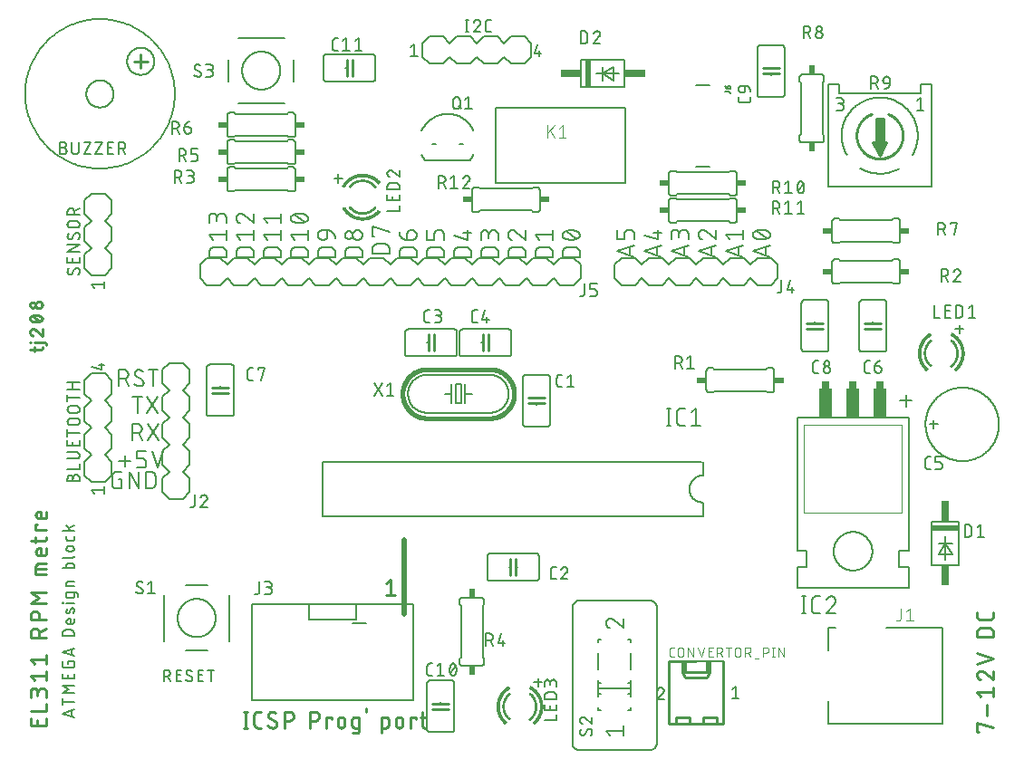
<source format=gbr>
G04 EAGLE Gerber RS-274X export*
G75*
%MOMM*%
%FSLAX34Y34*%
%LPD*%
%INSilkscreen Top*%
%IPPOS*%
%AMOC8*
5,1,8,0,0,1.08239X$1,22.5*%
G01*
%ADD10C,0.152400*%
%ADD11C,0.127000*%
%ADD12C,0.279400*%
%ADD13C,0.203200*%
%ADD14C,0.508000*%
%ADD15C,0.254000*%
%ADD16C,0.177800*%
%ADD17C,0.101600*%
%ADD18R,0.508000X2.540000*%
%ADD19R,1.905000X0.762000*%
%ADD20C,0.015238*%
%ADD21C,0.025400*%
%ADD22R,0.863600X0.609600*%
%ADD23R,0.609600X0.863600*%
%ADD24C,0.406400*%
%ADD25R,2.540000X0.508000*%
%ADD26R,0.762000X1.905000*%
%ADD27C,0.050800*%
%ADD28R,0.762000X0.635000*%
%ADD29R,1.270000X2.794000*%


D10*
X204538Y473062D02*
X188282Y473062D01*
X188282Y477578D01*
X188284Y477709D01*
X188290Y477841D01*
X188299Y477972D01*
X188313Y478102D01*
X188330Y478233D01*
X188351Y478362D01*
X188375Y478491D01*
X188404Y478619D01*
X188436Y478747D01*
X188472Y478873D01*
X188511Y478998D01*
X188554Y479123D01*
X188601Y479245D01*
X188651Y479367D01*
X188705Y479487D01*
X188762Y479605D01*
X188823Y479721D01*
X188887Y479836D01*
X188954Y479949D01*
X189025Y480060D01*
X189099Y480168D01*
X189176Y480275D01*
X189256Y480379D01*
X189339Y480481D01*
X189424Y480580D01*
X189513Y480677D01*
X189605Y480771D01*
X189699Y480863D01*
X189796Y480952D01*
X189895Y481037D01*
X189997Y481120D01*
X190101Y481200D01*
X190208Y481277D01*
X190316Y481351D01*
X190427Y481422D01*
X190540Y481489D01*
X190655Y481553D01*
X190771Y481614D01*
X190889Y481671D01*
X191009Y481725D01*
X191131Y481775D01*
X191253Y481822D01*
X191378Y481865D01*
X191503Y481904D01*
X191629Y481940D01*
X191757Y481972D01*
X191885Y482001D01*
X192014Y482025D01*
X192143Y482046D01*
X192274Y482063D01*
X192404Y482077D01*
X192535Y482086D01*
X192667Y482092D01*
X192798Y482094D01*
X192798Y482093D02*
X200022Y482093D01*
X200022Y482094D02*
X200153Y482092D01*
X200285Y482086D01*
X200416Y482077D01*
X200546Y482063D01*
X200677Y482046D01*
X200806Y482025D01*
X200935Y482001D01*
X201063Y481972D01*
X201191Y481940D01*
X201317Y481904D01*
X201442Y481865D01*
X201567Y481822D01*
X201689Y481775D01*
X201811Y481725D01*
X201931Y481671D01*
X202049Y481614D01*
X202165Y481553D01*
X202280Y481489D01*
X202393Y481422D01*
X202504Y481351D01*
X202612Y481277D01*
X202719Y481200D01*
X202823Y481120D01*
X202925Y481037D01*
X203024Y480952D01*
X203121Y480863D01*
X203215Y480771D01*
X203307Y480677D01*
X203396Y480580D01*
X203481Y480481D01*
X203564Y480379D01*
X203644Y480275D01*
X203721Y480168D01*
X203795Y480060D01*
X203866Y479949D01*
X203933Y479836D01*
X203997Y479721D01*
X204058Y479605D01*
X204115Y479487D01*
X204169Y479367D01*
X204219Y479245D01*
X204266Y479123D01*
X204309Y478998D01*
X204348Y478873D01*
X204384Y478747D01*
X204416Y478619D01*
X204445Y478491D01*
X204469Y478362D01*
X204490Y478232D01*
X204507Y478102D01*
X204521Y477972D01*
X204530Y477841D01*
X204536Y477709D01*
X204538Y477578D01*
X204538Y473062D01*
X191894Y489214D02*
X188282Y493730D01*
X204538Y493730D01*
X204538Y498245D02*
X204538Y489214D01*
X204538Y504846D02*
X204538Y509361D01*
X204536Y509494D01*
X204530Y509626D01*
X204520Y509758D01*
X204507Y509890D01*
X204489Y510022D01*
X204468Y510152D01*
X204443Y510283D01*
X204414Y510412D01*
X204381Y510540D01*
X204345Y510668D01*
X204305Y510794D01*
X204261Y510919D01*
X204213Y511043D01*
X204162Y511165D01*
X204107Y511286D01*
X204049Y511405D01*
X203987Y511523D01*
X203922Y511638D01*
X203853Y511752D01*
X203782Y511863D01*
X203706Y511972D01*
X203628Y512079D01*
X203547Y512184D01*
X203462Y512286D01*
X203375Y512386D01*
X203285Y512483D01*
X203192Y512578D01*
X203096Y512669D01*
X202998Y512758D01*
X202897Y512844D01*
X202793Y512927D01*
X202687Y513007D01*
X202579Y513083D01*
X202469Y513157D01*
X202356Y513227D01*
X202242Y513294D01*
X202125Y513357D01*
X202007Y513417D01*
X201887Y513474D01*
X201765Y513527D01*
X201642Y513576D01*
X201518Y513622D01*
X201392Y513664D01*
X201265Y513702D01*
X201137Y513737D01*
X201008Y513768D01*
X200879Y513795D01*
X200748Y513818D01*
X200617Y513838D01*
X200485Y513853D01*
X200353Y513865D01*
X200221Y513873D01*
X200088Y513877D01*
X199956Y513877D01*
X199823Y513873D01*
X199691Y513865D01*
X199559Y513853D01*
X199427Y513838D01*
X199296Y513818D01*
X199165Y513795D01*
X199036Y513768D01*
X198907Y513737D01*
X198779Y513702D01*
X198652Y513664D01*
X198526Y513622D01*
X198402Y513576D01*
X198279Y513527D01*
X198157Y513474D01*
X198037Y513417D01*
X197919Y513357D01*
X197802Y513294D01*
X197688Y513227D01*
X197575Y513157D01*
X197465Y513083D01*
X197357Y513007D01*
X197251Y512927D01*
X197147Y512844D01*
X197046Y512758D01*
X196948Y512669D01*
X196852Y512578D01*
X196759Y512483D01*
X196669Y512386D01*
X196582Y512286D01*
X196497Y512184D01*
X196416Y512079D01*
X196338Y511972D01*
X196262Y511863D01*
X196191Y511752D01*
X196122Y511638D01*
X196057Y511523D01*
X195995Y511405D01*
X195937Y511286D01*
X195882Y511165D01*
X195831Y511043D01*
X195783Y510919D01*
X195739Y510794D01*
X195699Y510668D01*
X195663Y510540D01*
X195630Y510412D01*
X195601Y510283D01*
X195576Y510152D01*
X195555Y510022D01*
X195537Y509890D01*
X195524Y509758D01*
X195514Y509626D01*
X195508Y509494D01*
X195506Y509361D01*
X188282Y510264D02*
X188282Y504846D01*
X188282Y510264D02*
X188284Y510383D01*
X188290Y510503D01*
X188300Y510622D01*
X188314Y510740D01*
X188331Y510859D01*
X188353Y510976D01*
X188378Y511093D01*
X188408Y511208D01*
X188441Y511323D01*
X188478Y511437D01*
X188518Y511549D01*
X188563Y511660D01*
X188611Y511769D01*
X188662Y511877D01*
X188717Y511983D01*
X188776Y512087D01*
X188838Y512189D01*
X188903Y512289D01*
X188972Y512387D01*
X189044Y512483D01*
X189119Y512576D01*
X189196Y512666D01*
X189277Y512754D01*
X189361Y512839D01*
X189448Y512921D01*
X189537Y513001D01*
X189629Y513077D01*
X189723Y513151D01*
X189820Y513221D01*
X189918Y513288D01*
X190019Y513352D01*
X190123Y513412D01*
X190228Y513469D01*
X190335Y513522D01*
X190443Y513572D01*
X190553Y513618D01*
X190665Y513660D01*
X190778Y513699D01*
X190892Y513734D01*
X191007Y513765D01*
X191124Y513793D01*
X191241Y513816D01*
X191358Y513836D01*
X191477Y513852D01*
X191596Y513864D01*
X191715Y513872D01*
X191834Y513876D01*
X191954Y513876D01*
X192073Y513872D01*
X192192Y513864D01*
X192311Y513852D01*
X192430Y513836D01*
X192547Y513816D01*
X192664Y513793D01*
X192781Y513765D01*
X192896Y513734D01*
X193010Y513699D01*
X193123Y513660D01*
X193235Y513618D01*
X193345Y513572D01*
X193453Y513522D01*
X193560Y513469D01*
X193665Y513412D01*
X193769Y513352D01*
X193870Y513288D01*
X193968Y513221D01*
X194065Y513151D01*
X194159Y513077D01*
X194251Y513001D01*
X194340Y512921D01*
X194427Y512839D01*
X194511Y512754D01*
X194592Y512666D01*
X194669Y512576D01*
X194744Y512483D01*
X194816Y512387D01*
X194885Y512289D01*
X194950Y512189D01*
X195012Y512087D01*
X195071Y511983D01*
X195126Y511877D01*
X195177Y511769D01*
X195225Y511660D01*
X195270Y511549D01*
X195310Y511437D01*
X195347Y511323D01*
X195380Y511208D01*
X195410Y511093D01*
X195435Y510976D01*
X195457Y510859D01*
X195474Y510740D01*
X195488Y510622D01*
X195498Y510503D01*
X195504Y510383D01*
X195506Y510264D01*
X195507Y510264D02*
X195507Y506652D01*
X213682Y473062D02*
X229938Y473062D01*
X213682Y473062D02*
X213682Y477578D01*
X213684Y477709D01*
X213690Y477841D01*
X213699Y477972D01*
X213713Y478102D01*
X213730Y478233D01*
X213751Y478362D01*
X213775Y478491D01*
X213804Y478619D01*
X213836Y478747D01*
X213872Y478873D01*
X213911Y478998D01*
X213954Y479123D01*
X214001Y479245D01*
X214051Y479367D01*
X214105Y479487D01*
X214162Y479605D01*
X214223Y479721D01*
X214287Y479836D01*
X214354Y479949D01*
X214425Y480060D01*
X214499Y480168D01*
X214576Y480275D01*
X214656Y480379D01*
X214739Y480481D01*
X214824Y480580D01*
X214913Y480677D01*
X215005Y480771D01*
X215099Y480863D01*
X215196Y480952D01*
X215295Y481037D01*
X215397Y481120D01*
X215501Y481200D01*
X215608Y481277D01*
X215716Y481351D01*
X215827Y481422D01*
X215940Y481489D01*
X216055Y481553D01*
X216171Y481614D01*
X216289Y481671D01*
X216409Y481725D01*
X216531Y481775D01*
X216653Y481822D01*
X216778Y481865D01*
X216903Y481904D01*
X217029Y481940D01*
X217157Y481972D01*
X217285Y482001D01*
X217414Y482025D01*
X217543Y482046D01*
X217674Y482063D01*
X217804Y482077D01*
X217935Y482086D01*
X218067Y482092D01*
X218198Y482094D01*
X218198Y482093D02*
X225422Y482093D01*
X225422Y482094D02*
X225553Y482092D01*
X225685Y482086D01*
X225816Y482077D01*
X225946Y482063D01*
X226077Y482046D01*
X226206Y482025D01*
X226335Y482001D01*
X226463Y481972D01*
X226591Y481940D01*
X226717Y481904D01*
X226842Y481865D01*
X226967Y481822D01*
X227089Y481775D01*
X227211Y481725D01*
X227331Y481671D01*
X227449Y481614D01*
X227565Y481553D01*
X227680Y481489D01*
X227793Y481422D01*
X227904Y481351D01*
X228012Y481277D01*
X228119Y481200D01*
X228223Y481120D01*
X228325Y481037D01*
X228424Y480952D01*
X228521Y480863D01*
X228615Y480771D01*
X228707Y480677D01*
X228796Y480580D01*
X228881Y480481D01*
X228964Y480379D01*
X229044Y480275D01*
X229121Y480168D01*
X229195Y480060D01*
X229266Y479949D01*
X229333Y479836D01*
X229397Y479721D01*
X229458Y479605D01*
X229515Y479487D01*
X229569Y479367D01*
X229619Y479245D01*
X229666Y479123D01*
X229709Y478998D01*
X229748Y478873D01*
X229784Y478747D01*
X229816Y478619D01*
X229845Y478491D01*
X229869Y478362D01*
X229890Y478232D01*
X229907Y478102D01*
X229921Y477972D01*
X229930Y477841D01*
X229936Y477709D01*
X229938Y477578D01*
X229938Y473062D01*
X217294Y489214D02*
X213682Y493730D01*
X229938Y493730D01*
X229938Y498245D02*
X229938Y489214D01*
X213682Y509813D02*
X213684Y509938D01*
X213690Y510063D01*
X213699Y510188D01*
X213713Y510312D01*
X213730Y510436D01*
X213751Y510560D01*
X213776Y510682D01*
X213805Y510804D01*
X213837Y510925D01*
X213873Y511045D01*
X213913Y511164D01*
X213956Y511281D01*
X214003Y511397D01*
X214054Y511512D01*
X214108Y511624D01*
X214166Y511736D01*
X214226Y511845D01*
X214291Y511952D01*
X214358Y512058D01*
X214429Y512161D01*
X214503Y512262D01*
X214580Y512361D01*
X214660Y512457D01*
X214743Y512551D01*
X214828Y512642D01*
X214917Y512731D01*
X215008Y512816D01*
X215102Y512899D01*
X215198Y512979D01*
X215297Y513056D01*
X215398Y513130D01*
X215501Y513201D01*
X215607Y513268D01*
X215714Y513333D01*
X215823Y513393D01*
X215935Y513451D01*
X216047Y513505D01*
X216162Y513556D01*
X216278Y513603D01*
X216395Y513646D01*
X216514Y513686D01*
X216634Y513722D01*
X216755Y513754D01*
X216877Y513783D01*
X216999Y513808D01*
X217123Y513829D01*
X217247Y513846D01*
X217371Y513860D01*
X217496Y513869D01*
X217621Y513875D01*
X217746Y513877D01*
X213682Y509813D02*
X213684Y509670D01*
X213690Y509528D01*
X213700Y509385D01*
X213713Y509243D01*
X213731Y509102D01*
X213752Y508960D01*
X213777Y508820D01*
X213806Y508680D01*
X213839Y508541D01*
X213876Y508403D01*
X213916Y508266D01*
X213960Y508131D01*
X214008Y507996D01*
X214060Y507863D01*
X214115Y507731D01*
X214174Y507601D01*
X214236Y507473D01*
X214302Y507346D01*
X214371Y507221D01*
X214443Y507098D01*
X214519Y506977D01*
X214598Y506859D01*
X214681Y506742D01*
X214766Y506628D01*
X214855Y506516D01*
X214946Y506407D01*
X215041Y506300D01*
X215138Y506195D01*
X215239Y506094D01*
X215342Y505995D01*
X215447Y505899D01*
X215556Y505806D01*
X215667Y505716D01*
X215780Y505629D01*
X215895Y505545D01*
X216013Y505465D01*
X216133Y505387D01*
X216255Y505313D01*
X216379Y505243D01*
X216505Y505175D01*
X216633Y505112D01*
X216762Y505051D01*
X216893Y504994D01*
X217025Y504941D01*
X217159Y504892D01*
X217294Y504846D01*
X220907Y512522D02*
X220815Y512616D01*
X220721Y512706D01*
X220624Y512794D01*
X220524Y512879D01*
X220422Y512961D01*
X220317Y513039D01*
X220210Y513115D01*
X220101Y513187D01*
X219990Y513256D01*
X219876Y513322D01*
X219761Y513384D01*
X219644Y513443D01*
X219525Y513498D01*
X219405Y513549D01*
X219283Y513597D01*
X219160Y513642D01*
X219036Y513682D01*
X218910Y513719D01*
X218783Y513752D01*
X218656Y513781D01*
X218527Y513807D01*
X218398Y513828D01*
X218268Y513846D01*
X218138Y513859D01*
X218008Y513869D01*
X217877Y513875D01*
X217746Y513877D01*
X220907Y512522D02*
X229938Y504846D01*
X229938Y513877D01*
X239082Y473062D02*
X255338Y473062D01*
X239082Y473062D02*
X239082Y477578D01*
X239084Y477709D01*
X239090Y477841D01*
X239099Y477972D01*
X239113Y478102D01*
X239130Y478233D01*
X239151Y478362D01*
X239175Y478491D01*
X239204Y478619D01*
X239236Y478747D01*
X239272Y478873D01*
X239311Y478998D01*
X239354Y479123D01*
X239401Y479245D01*
X239451Y479367D01*
X239505Y479487D01*
X239562Y479605D01*
X239623Y479721D01*
X239687Y479836D01*
X239754Y479949D01*
X239825Y480060D01*
X239899Y480168D01*
X239976Y480275D01*
X240056Y480379D01*
X240139Y480481D01*
X240224Y480580D01*
X240313Y480677D01*
X240405Y480771D01*
X240499Y480863D01*
X240596Y480952D01*
X240695Y481037D01*
X240797Y481120D01*
X240901Y481200D01*
X241008Y481277D01*
X241116Y481351D01*
X241227Y481422D01*
X241340Y481489D01*
X241455Y481553D01*
X241571Y481614D01*
X241689Y481671D01*
X241809Y481725D01*
X241931Y481775D01*
X242053Y481822D01*
X242178Y481865D01*
X242303Y481904D01*
X242429Y481940D01*
X242557Y481972D01*
X242685Y482001D01*
X242814Y482025D01*
X242943Y482046D01*
X243074Y482063D01*
X243204Y482077D01*
X243335Y482086D01*
X243467Y482092D01*
X243598Y482094D01*
X243598Y482093D02*
X250822Y482093D01*
X250822Y482094D02*
X250953Y482092D01*
X251085Y482086D01*
X251216Y482077D01*
X251346Y482063D01*
X251477Y482046D01*
X251606Y482025D01*
X251735Y482001D01*
X251863Y481972D01*
X251991Y481940D01*
X252117Y481904D01*
X252242Y481865D01*
X252367Y481822D01*
X252489Y481775D01*
X252611Y481725D01*
X252731Y481671D01*
X252849Y481614D01*
X252965Y481553D01*
X253080Y481489D01*
X253193Y481422D01*
X253304Y481351D01*
X253412Y481277D01*
X253519Y481200D01*
X253623Y481120D01*
X253725Y481037D01*
X253824Y480952D01*
X253921Y480863D01*
X254015Y480771D01*
X254107Y480677D01*
X254196Y480580D01*
X254281Y480481D01*
X254364Y480379D01*
X254444Y480275D01*
X254521Y480168D01*
X254595Y480060D01*
X254666Y479949D01*
X254733Y479836D01*
X254797Y479721D01*
X254858Y479605D01*
X254915Y479487D01*
X254969Y479367D01*
X255019Y479245D01*
X255066Y479123D01*
X255109Y478998D01*
X255148Y478873D01*
X255184Y478747D01*
X255216Y478619D01*
X255245Y478491D01*
X255269Y478362D01*
X255290Y478232D01*
X255307Y478102D01*
X255321Y477972D01*
X255330Y477841D01*
X255336Y477709D01*
X255338Y477578D01*
X255338Y473062D01*
X242694Y489214D02*
X239082Y493730D01*
X255338Y493730D01*
X255338Y498245D02*
X255338Y489214D01*
X242694Y504846D02*
X239082Y509361D01*
X255338Y509361D01*
X255338Y504846D02*
X255338Y513877D01*
X264482Y473062D02*
X280738Y473062D01*
X264482Y473062D02*
X264482Y477578D01*
X264484Y477709D01*
X264490Y477841D01*
X264499Y477972D01*
X264513Y478102D01*
X264530Y478233D01*
X264551Y478362D01*
X264575Y478491D01*
X264604Y478619D01*
X264636Y478747D01*
X264672Y478873D01*
X264711Y478998D01*
X264754Y479123D01*
X264801Y479245D01*
X264851Y479367D01*
X264905Y479487D01*
X264962Y479605D01*
X265023Y479721D01*
X265087Y479836D01*
X265154Y479949D01*
X265225Y480060D01*
X265299Y480168D01*
X265376Y480275D01*
X265456Y480379D01*
X265539Y480481D01*
X265624Y480580D01*
X265713Y480677D01*
X265805Y480771D01*
X265899Y480863D01*
X265996Y480952D01*
X266095Y481037D01*
X266197Y481120D01*
X266301Y481200D01*
X266408Y481277D01*
X266516Y481351D01*
X266627Y481422D01*
X266740Y481489D01*
X266855Y481553D01*
X266971Y481614D01*
X267089Y481671D01*
X267209Y481725D01*
X267331Y481775D01*
X267453Y481822D01*
X267578Y481865D01*
X267703Y481904D01*
X267829Y481940D01*
X267957Y481972D01*
X268085Y482001D01*
X268214Y482025D01*
X268343Y482046D01*
X268474Y482063D01*
X268604Y482077D01*
X268735Y482086D01*
X268867Y482092D01*
X268998Y482094D01*
X268998Y482093D02*
X276222Y482093D01*
X276222Y482094D02*
X276353Y482092D01*
X276485Y482086D01*
X276616Y482077D01*
X276746Y482063D01*
X276877Y482046D01*
X277006Y482025D01*
X277135Y482001D01*
X277263Y481972D01*
X277391Y481940D01*
X277517Y481904D01*
X277642Y481865D01*
X277767Y481822D01*
X277889Y481775D01*
X278011Y481725D01*
X278131Y481671D01*
X278249Y481614D01*
X278365Y481553D01*
X278480Y481489D01*
X278593Y481422D01*
X278704Y481351D01*
X278812Y481277D01*
X278919Y481200D01*
X279023Y481120D01*
X279125Y481037D01*
X279224Y480952D01*
X279321Y480863D01*
X279415Y480771D01*
X279507Y480677D01*
X279596Y480580D01*
X279681Y480481D01*
X279764Y480379D01*
X279844Y480275D01*
X279921Y480168D01*
X279995Y480060D01*
X280066Y479949D01*
X280133Y479836D01*
X280197Y479721D01*
X280258Y479605D01*
X280315Y479487D01*
X280369Y479367D01*
X280419Y479245D01*
X280466Y479123D01*
X280509Y478998D01*
X280548Y478873D01*
X280584Y478747D01*
X280616Y478619D01*
X280645Y478491D01*
X280669Y478362D01*
X280690Y478232D01*
X280707Y478102D01*
X280721Y477972D01*
X280730Y477841D01*
X280736Y477709D01*
X280738Y477578D01*
X280738Y473062D01*
X268094Y489214D02*
X264482Y493730D01*
X280738Y493730D01*
X280738Y498245D02*
X280738Y489214D01*
X272610Y504846D02*
X272290Y504850D01*
X271971Y504861D01*
X271651Y504880D01*
X271333Y504907D01*
X271015Y504941D01*
X270698Y504983D01*
X270382Y505033D01*
X270067Y505090D01*
X269754Y505154D01*
X269442Y505226D01*
X269132Y505305D01*
X268825Y505392D01*
X268519Y505486D01*
X268216Y505587D01*
X267915Y505696D01*
X267617Y505811D01*
X267321Y505934D01*
X267029Y506064D01*
X266740Y506201D01*
X266739Y506201D02*
X266631Y506240D01*
X266524Y506283D01*
X266419Y506329D01*
X266316Y506379D01*
X266214Y506433D01*
X266114Y506490D01*
X266016Y506551D01*
X265920Y506615D01*
X265827Y506682D01*
X265736Y506752D01*
X265647Y506826D01*
X265561Y506902D01*
X265478Y506982D01*
X265397Y507064D01*
X265319Y507149D01*
X265245Y507236D01*
X265173Y507327D01*
X265104Y507419D01*
X265039Y507514D01*
X264977Y507611D01*
X264918Y507710D01*
X264863Y507811D01*
X264812Y507914D01*
X264764Y508019D01*
X264719Y508125D01*
X264678Y508232D01*
X264641Y508341D01*
X264608Y508452D01*
X264579Y508563D01*
X264553Y508675D01*
X264531Y508788D01*
X264514Y508902D01*
X264500Y509016D01*
X264490Y509131D01*
X264484Y509246D01*
X264482Y509361D01*
X264484Y509476D01*
X264490Y509591D01*
X264500Y509706D01*
X264514Y509820D01*
X264531Y509934D01*
X264553Y510047D01*
X264579Y510159D01*
X264608Y510271D01*
X264641Y510381D01*
X264678Y510490D01*
X264719Y510598D01*
X264764Y510704D01*
X264812Y510809D01*
X264863Y510911D01*
X264919Y511013D01*
X264977Y511112D01*
X265039Y511209D01*
X265105Y511304D01*
X265173Y511396D01*
X265245Y511486D01*
X265319Y511574D01*
X265397Y511659D01*
X265478Y511741D01*
X265561Y511820D01*
X265647Y511897D01*
X265736Y511970D01*
X265827Y512041D01*
X265921Y512108D01*
X266016Y512172D01*
X266114Y512233D01*
X266214Y512290D01*
X266316Y512343D01*
X266420Y512394D01*
X266525Y512440D01*
X266632Y512483D01*
X266740Y512522D01*
X266740Y512521D02*
X267029Y512658D01*
X267321Y512788D01*
X267617Y512911D01*
X267915Y513026D01*
X268216Y513135D01*
X268519Y513236D01*
X268825Y513330D01*
X269132Y513417D01*
X269442Y513496D01*
X269754Y513568D01*
X270067Y513632D01*
X270382Y513689D01*
X270698Y513739D01*
X271015Y513781D01*
X271333Y513815D01*
X271651Y513842D01*
X271971Y513861D01*
X272290Y513872D01*
X272610Y513876D01*
X272610Y504846D02*
X272930Y504850D01*
X273249Y504861D01*
X273569Y504880D01*
X273887Y504907D01*
X274205Y504941D01*
X274522Y504983D01*
X274838Y505033D01*
X275153Y505090D01*
X275466Y505154D01*
X275778Y505226D01*
X276088Y505305D01*
X276395Y505392D01*
X276701Y505486D01*
X277004Y505587D01*
X277305Y505696D01*
X277603Y505811D01*
X277899Y505934D01*
X278191Y506064D01*
X278480Y506201D01*
X278481Y506200D02*
X278589Y506239D01*
X278696Y506282D01*
X278801Y506328D01*
X278905Y506379D01*
X279007Y506432D01*
X279107Y506489D01*
X279205Y506550D01*
X279300Y506614D01*
X279394Y506681D01*
X279485Y506752D01*
X279574Y506825D01*
X279660Y506902D01*
X279743Y506981D01*
X279824Y507063D01*
X279902Y507148D01*
X279976Y507236D01*
X280048Y507326D01*
X280117Y507419D01*
X280182Y507513D01*
X280244Y507610D01*
X280302Y507710D01*
X280358Y507811D01*
X280409Y507913D01*
X280457Y508018D01*
X280502Y508124D01*
X280543Y508232D01*
X280580Y508341D01*
X280613Y508451D01*
X280642Y508563D01*
X280668Y508675D01*
X280690Y508788D01*
X280707Y508902D01*
X280721Y509016D01*
X280731Y509131D01*
X280737Y509246D01*
X280739Y509361D01*
X278480Y512521D02*
X278191Y512658D01*
X277899Y512788D01*
X277603Y512911D01*
X277305Y513026D01*
X277004Y513135D01*
X276701Y513236D01*
X276395Y513330D01*
X276088Y513417D01*
X275778Y513496D01*
X275466Y513568D01*
X275153Y513632D01*
X274838Y513689D01*
X274522Y513739D01*
X274205Y513781D01*
X273887Y513815D01*
X273569Y513842D01*
X273249Y513861D01*
X272930Y513872D01*
X272610Y513876D01*
X278480Y512522D02*
X278588Y512483D01*
X278695Y512440D01*
X278800Y512394D01*
X278904Y512343D01*
X279006Y512290D01*
X279106Y512233D01*
X279204Y512172D01*
X279299Y512108D01*
X279393Y512041D01*
X279484Y511970D01*
X279573Y511897D01*
X279659Y511820D01*
X279742Y511741D01*
X279823Y511659D01*
X279901Y511574D01*
X279975Y511486D01*
X280047Y511396D01*
X280116Y511303D01*
X280181Y511209D01*
X280243Y511112D01*
X280301Y511012D01*
X280357Y510911D01*
X280408Y510808D01*
X280456Y510704D01*
X280501Y510598D01*
X280542Y510490D01*
X280579Y510381D01*
X280612Y510271D01*
X280641Y510159D01*
X280667Y510047D01*
X280689Y509934D01*
X280706Y509820D01*
X280720Y509706D01*
X280730Y509591D01*
X280736Y509476D01*
X280738Y509361D01*
X277126Y505749D02*
X268094Y512974D01*
X289882Y473062D02*
X306138Y473062D01*
X289882Y473062D02*
X289882Y477578D01*
X289884Y477709D01*
X289890Y477841D01*
X289899Y477972D01*
X289913Y478102D01*
X289930Y478233D01*
X289951Y478362D01*
X289975Y478491D01*
X290004Y478619D01*
X290036Y478747D01*
X290072Y478873D01*
X290111Y478998D01*
X290154Y479123D01*
X290201Y479245D01*
X290251Y479367D01*
X290305Y479487D01*
X290362Y479605D01*
X290423Y479721D01*
X290487Y479836D01*
X290554Y479949D01*
X290625Y480060D01*
X290699Y480168D01*
X290776Y480275D01*
X290856Y480379D01*
X290939Y480481D01*
X291024Y480580D01*
X291113Y480677D01*
X291205Y480771D01*
X291299Y480863D01*
X291396Y480952D01*
X291495Y481037D01*
X291597Y481120D01*
X291701Y481200D01*
X291808Y481277D01*
X291916Y481351D01*
X292027Y481422D01*
X292140Y481489D01*
X292255Y481553D01*
X292371Y481614D01*
X292489Y481671D01*
X292609Y481725D01*
X292731Y481775D01*
X292853Y481822D01*
X292978Y481865D01*
X293103Y481904D01*
X293229Y481940D01*
X293357Y481972D01*
X293485Y482001D01*
X293614Y482025D01*
X293743Y482046D01*
X293874Y482063D01*
X294004Y482077D01*
X294135Y482086D01*
X294267Y482092D01*
X294398Y482094D01*
X294398Y482093D02*
X301622Y482093D01*
X301622Y482094D02*
X301753Y482092D01*
X301885Y482086D01*
X302016Y482077D01*
X302146Y482063D01*
X302277Y482046D01*
X302406Y482025D01*
X302535Y482001D01*
X302663Y481972D01*
X302791Y481940D01*
X302917Y481904D01*
X303042Y481865D01*
X303167Y481822D01*
X303289Y481775D01*
X303411Y481725D01*
X303531Y481671D01*
X303649Y481614D01*
X303765Y481553D01*
X303880Y481489D01*
X303993Y481422D01*
X304104Y481351D01*
X304212Y481277D01*
X304319Y481200D01*
X304423Y481120D01*
X304525Y481037D01*
X304624Y480952D01*
X304721Y480863D01*
X304815Y480771D01*
X304907Y480677D01*
X304996Y480580D01*
X305081Y480481D01*
X305164Y480379D01*
X305244Y480275D01*
X305321Y480168D01*
X305395Y480060D01*
X305466Y479949D01*
X305533Y479836D01*
X305597Y479721D01*
X305658Y479605D01*
X305715Y479487D01*
X305769Y479367D01*
X305819Y479245D01*
X305866Y479123D01*
X305909Y478998D01*
X305948Y478873D01*
X305984Y478747D01*
X306016Y478619D01*
X306045Y478491D01*
X306069Y478362D01*
X306090Y478232D01*
X306107Y478102D01*
X306121Y477972D01*
X306130Y477841D01*
X306136Y477709D01*
X306138Y477578D01*
X306138Y473062D01*
X298913Y492827D02*
X298913Y498245D01*
X298913Y492827D02*
X298911Y492709D01*
X298905Y492591D01*
X298896Y492473D01*
X298882Y492356D01*
X298865Y492239D01*
X298844Y492122D01*
X298819Y492007D01*
X298790Y491892D01*
X298757Y491778D01*
X298721Y491666D01*
X298681Y491555D01*
X298638Y491445D01*
X298591Y491336D01*
X298541Y491229D01*
X298486Y491124D01*
X298429Y491021D01*
X298368Y490920D01*
X298304Y490820D01*
X298237Y490723D01*
X298167Y490628D01*
X298093Y490536D01*
X298017Y490445D01*
X297937Y490358D01*
X297855Y490273D01*
X297770Y490191D01*
X297683Y490111D01*
X297592Y490035D01*
X297500Y489961D01*
X297405Y489891D01*
X297308Y489824D01*
X297208Y489760D01*
X297107Y489699D01*
X297004Y489642D01*
X296899Y489587D01*
X296792Y489537D01*
X296683Y489490D01*
X296573Y489447D01*
X296462Y489407D01*
X296350Y489371D01*
X296236Y489338D01*
X296121Y489309D01*
X296006Y489284D01*
X295889Y489263D01*
X295772Y489246D01*
X295655Y489232D01*
X295537Y489223D01*
X295419Y489217D01*
X295301Y489215D01*
X295301Y489214D02*
X294398Y489214D01*
X294265Y489216D01*
X294133Y489222D01*
X294001Y489232D01*
X293869Y489245D01*
X293737Y489263D01*
X293607Y489284D01*
X293476Y489309D01*
X293347Y489338D01*
X293219Y489371D01*
X293091Y489407D01*
X292965Y489447D01*
X292840Y489491D01*
X292716Y489539D01*
X292594Y489590D01*
X292473Y489645D01*
X292354Y489703D01*
X292236Y489765D01*
X292121Y489830D01*
X292007Y489899D01*
X291896Y489970D01*
X291787Y490046D01*
X291680Y490124D01*
X291575Y490205D01*
X291473Y490290D01*
X291373Y490377D01*
X291276Y490467D01*
X291181Y490560D01*
X291090Y490656D01*
X291001Y490754D01*
X290915Y490855D01*
X290832Y490959D01*
X290752Y491065D01*
X290676Y491173D01*
X290602Y491283D01*
X290532Y491396D01*
X290465Y491510D01*
X290402Y491627D01*
X290342Y491745D01*
X290285Y491865D01*
X290232Y491987D01*
X290183Y492110D01*
X290137Y492234D01*
X290095Y492360D01*
X290057Y492487D01*
X290022Y492615D01*
X289991Y492744D01*
X289964Y492873D01*
X289941Y493004D01*
X289921Y493135D01*
X289906Y493267D01*
X289894Y493399D01*
X289886Y493531D01*
X289882Y493664D01*
X289882Y493796D01*
X289886Y493929D01*
X289894Y494061D01*
X289906Y494193D01*
X289921Y494325D01*
X289941Y494456D01*
X289964Y494587D01*
X289991Y494716D01*
X290022Y494845D01*
X290057Y494973D01*
X290095Y495100D01*
X290137Y495226D01*
X290183Y495350D01*
X290232Y495473D01*
X290285Y495595D01*
X290342Y495715D01*
X290402Y495833D01*
X290465Y495950D01*
X290532Y496064D01*
X290602Y496177D01*
X290676Y496287D01*
X290752Y496395D01*
X290832Y496501D01*
X290915Y496605D01*
X291001Y496706D01*
X291090Y496804D01*
X291181Y496900D01*
X291276Y496993D01*
X291373Y497083D01*
X291473Y497170D01*
X291575Y497255D01*
X291680Y497336D01*
X291787Y497414D01*
X291896Y497490D01*
X292007Y497561D01*
X292121Y497630D01*
X292236Y497695D01*
X292354Y497757D01*
X292473Y497815D01*
X292594Y497870D01*
X292716Y497921D01*
X292840Y497969D01*
X292965Y498013D01*
X293091Y498053D01*
X293219Y498089D01*
X293347Y498122D01*
X293476Y498151D01*
X293607Y498176D01*
X293737Y498197D01*
X293869Y498215D01*
X294001Y498228D01*
X294133Y498238D01*
X294265Y498244D01*
X294398Y498246D01*
X294398Y498245D02*
X298913Y498245D01*
X298913Y498246D02*
X299088Y498244D01*
X299262Y498238D01*
X299436Y498227D01*
X299610Y498212D01*
X299784Y498193D01*
X299957Y498170D01*
X300129Y498143D01*
X300301Y498111D01*
X300472Y498076D01*
X300642Y498036D01*
X300811Y497992D01*
X300979Y497944D01*
X301146Y497892D01*
X301311Y497836D01*
X301475Y497776D01*
X301638Y497713D01*
X301798Y497645D01*
X301958Y497573D01*
X302115Y497498D01*
X302271Y497418D01*
X302424Y497335D01*
X302576Y497249D01*
X302725Y497158D01*
X302872Y497064D01*
X303017Y496967D01*
X303160Y496866D01*
X303300Y496762D01*
X303437Y496654D01*
X303572Y496543D01*
X303704Y496429D01*
X303833Y496312D01*
X303960Y496191D01*
X304083Y496068D01*
X304204Y495941D01*
X304321Y495812D01*
X304435Y495680D01*
X304546Y495545D01*
X304654Y495408D01*
X304758Y495268D01*
X304859Y495125D01*
X304956Y494980D01*
X305050Y494833D01*
X305141Y494684D01*
X305227Y494532D01*
X305310Y494379D01*
X305390Y494223D01*
X305465Y494066D01*
X305537Y493906D01*
X305605Y493746D01*
X305668Y493583D01*
X305728Y493419D01*
X305784Y493254D01*
X305836Y493087D01*
X305884Y492919D01*
X305928Y492750D01*
X305968Y492580D01*
X306003Y492409D01*
X306035Y492237D01*
X306062Y492065D01*
X306085Y491892D01*
X306104Y491718D01*
X306119Y491544D01*
X306130Y491370D01*
X306136Y491196D01*
X306138Y491021D01*
X315282Y473062D02*
X331538Y473062D01*
X315282Y473062D02*
X315282Y477578D01*
X315284Y477709D01*
X315290Y477841D01*
X315299Y477972D01*
X315313Y478102D01*
X315330Y478233D01*
X315351Y478362D01*
X315375Y478491D01*
X315404Y478619D01*
X315436Y478747D01*
X315472Y478873D01*
X315511Y478998D01*
X315554Y479123D01*
X315601Y479245D01*
X315651Y479367D01*
X315705Y479487D01*
X315762Y479605D01*
X315823Y479721D01*
X315887Y479836D01*
X315954Y479949D01*
X316025Y480060D01*
X316099Y480168D01*
X316176Y480275D01*
X316256Y480379D01*
X316339Y480481D01*
X316424Y480580D01*
X316513Y480677D01*
X316605Y480771D01*
X316699Y480863D01*
X316796Y480952D01*
X316895Y481037D01*
X316997Y481120D01*
X317101Y481200D01*
X317208Y481277D01*
X317316Y481351D01*
X317427Y481422D01*
X317540Y481489D01*
X317655Y481553D01*
X317771Y481614D01*
X317889Y481671D01*
X318009Y481725D01*
X318131Y481775D01*
X318253Y481822D01*
X318378Y481865D01*
X318503Y481904D01*
X318629Y481940D01*
X318757Y481972D01*
X318885Y482001D01*
X319014Y482025D01*
X319143Y482046D01*
X319274Y482063D01*
X319404Y482077D01*
X319535Y482086D01*
X319667Y482092D01*
X319798Y482094D01*
X319798Y482093D02*
X327022Y482093D01*
X327022Y482094D02*
X327153Y482092D01*
X327285Y482086D01*
X327416Y482077D01*
X327546Y482063D01*
X327677Y482046D01*
X327806Y482025D01*
X327935Y482001D01*
X328063Y481972D01*
X328191Y481940D01*
X328317Y481904D01*
X328442Y481865D01*
X328567Y481822D01*
X328689Y481775D01*
X328811Y481725D01*
X328931Y481671D01*
X329049Y481614D01*
X329165Y481553D01*
X329280Y481489D01*
X329393Y481422D01*
X329504Y481351D01*
X329612Y481277D01*
X329719Y481200D01*
X329823Y481120D01*
X329925Y481037D01*
X330024Y480952D01*
X330121Y480863D01*
X330215Y480771D01*
X330307Y480677D01*
X330396Y480580D01*
X330481Y480481D01*
X330564Y480379D01*
X330644Y480275D01*
X330721Y480168D01*
X330795Y480060D01*
X330866Y479949D01*
X330933Y479836D01*
X330997Y479721D01*
X331058Y479605D01*
X331115Y479487D01*
X331169Y479367D01*
X331219Y479245D01*
X331266Y479123D01*
X331309Y478998D01*
X331348Y478873D01*
X331384Y478747D01*
X331416Y478619D01*
X331445Y478491D01*
X331469Y478362D01*
X331490Y478232D01*
X331507Y478102D01*
X331521Y477972D01*
X331530Y477841D01*
X331536Y477709D01*
X331538Y477578D01*
X331538Y473062D01*
X327022Y489214D02*
X326889Y489216D01*
X326757Y489222D01*
X326625Y489232D01*
X326493Y489245D01*
X326361Y489263D01*
X326231Y489284D01*
X326100Y489309D01*
X325971Y489338D01*
X325843Y489371D01*
X325715Y489407D01*
X325589Y489447D01*
X325464Y489491D01*
X325340Y489539D01*
X325218Y489590D01*
X325097Y489645D01*
X324978Y489703D01*
X324860Y489765D01*
X324745Y489830D01*
X324631Y489899D01*
X324520Y489970D01*
X324411Y490046D01*
X324304Y490124D01*
X324199Y490205D01*
X324097Y490290D01*
X323997Y490377D01*
X323900Y490467D01*
X323805Y490560D01*
X323714Y490656D01*
X323625Y490754D01*
X323539Y490855D01*
X323456Y490959D01*
X323376Y491065D01*
X323300Y491173D01*
X323226Y491283D01*
X323156Y491396D01*
X323089Y491510D01*
X323026Y491627D01*
X322966Y491745D01*
X322909Y491865D01*
X322856Y491987D01*
X322807Y492110D01*
X322761Y492234D01*
X322719Y492360D01*
X322681Y492487D01*
X322646Y492615D01*
X322615Y492744D01*
X322588Y492873D01*
X322565Y493004D01*
X322545Y493135D01*
X322530Y493267D01*
X322518Y493399D01*
X322510Y493531D01*
X322506Y493664D01*
X322506Y493796D01*
X322510Y493929D01*
X322518Y494061D01*
X322530Y494193D01*
X322545Y494325D01*
X322565Y494456D01*
X322588Y494587D01*
X322615Y494716D01*
X322646Y494845D01*
X322681Y494973D01*
X322719Y495100D01*
X322761Y495226D01*
X322807Y495350D01*
X322856Y495473D01*
X322909Y495595D01*
X322966Y495715D01*
X323026Y495833D01*
X323089Y495950D01*
X323156Y496064D01*
X323226Y496177D01*
X323300Y496287D01*
X323376Y496395D01*
X323456Y496501D01*
X323539Y496605D01*
X323625Y496706D01*
X323714Y496804D01*
X323805Y496900D01*
X323900Y496993D01*
X323997Y497083D01*
X324097Y497170D01*
X324199Y497255D01*
X324304Y497336D01*
X324411Y497414D01*
X324520Y497490D01*
X324631Y497561D01*
X324745Y497630D01*
X324860Y497695D01*
X324978Y497757D01*
X325097Y497815D01*
X325218Y497870D01*
X325340Y497921D01*
X325464Y497969D01*
X325589Y498013D01*
X325715Y498053D01*
X325843Y498089D01*
X325971Y498122D01*
X326100Y498151D01*
X326231Y498176D01*
X326361Y498197D01*
X326493Y498215D01*
X326625Y498228D01*
X326757Y498238D01*
X326889Y498244D01*
X327022Y498246D01*
X327155Y498244D01*
X327287Y498238D01*
X327419Y498228D01*
X327551Y498215D01*
X327683Y498197D01*
X327813Y498176D01*
X327944Y498151D01*
X328073Y498122D01*
X328201Y498089D01*
X328329Y498053D01*
X328455Y498013D01*
X328580Y497969D01*
X328704Y497921D01*
X328826Y497870D01*
X328947Y497815D01*
X329066Y497757D01*
X329184Y497695D01*
X329299Y497630D01*
X329413Y497561D01*
X329524Y497490D01*
X329633Y497414D01*
X329740Y497336D01*
X329845Y497255D01*
X329947Y497170D01*
X330047Y497083D01*
X330144Y496993D01*
X330239Y496900D01*
X330330Y496804D01*
X330419Y496706D01*
X330505Y496605D01*
X330588Y496501D01*
X330668Y496395D01*
X330744Y496287D01*
X330818Y496177D01*
X330888Y496064D01*
X330955Y495950D01*
X331018Y495833D01*
X331078Y495715D01*
X331135Y495595D01*
X331188Y495473D01*
X331237Y495350D01*
X331283Y495226D01*
X331325Y495100D01*
X331363Y494973D01*
X331398Y494845D01*
X331429Y494716D01*
X331456Y494587D01*
X331479Y494456D01*
X331499Y494325D01*
X331514Y494193D01*
X331526Y494061D01*
X331534Y493929D01*
X331538Y493796D01*
X331538Y493664D01*
X331534Y493531D01*
X331526Y493399D01*
X331514Y493267D01*
X331499Y493135D01*
X331479Y493004D01*
X331456Y492873D01*
X331429Y492744D01*
X331398Y492615D01*
X331363Y492487D01*
X331325Y492360D01*
X331283Y492234D01*
X331237Y492110D01*
X331188Y491987D01*
X331135Y491865D01*
X331078Y491745D01*
X331018Y491627D01*
X330955Y491510D01*
X330888Y491396D01*
X330818Y491283D01*
X330744Y491173D01*
X330668Y491065D01*
X330588Y490959D01*
X330505Y490855D01*
X330419Y490754D01*
X330330Y490656D01*
X330239Y490560D01*
X330144Y490467D01*
X330047Y490377D01*
X329947Y490290D01*
X329845Y490205D01*
X329740Y490124D01*
X329633Y490046D01*
X329524Y489970D01*
X329413Y489899D01*
X329299Y489830D01*
X329184Y489765D01*
X329066Y489703D01*
X328947Y489645D01*
X328826Y489590D01*
X328704Y489539D01*
X328580Y489491D01*
X328455Y489447D01*
X328329Y489407D01*
X328201Y489371D01*
X328073Y489338D01*
X327944Y489309D01*
X327813Y489284D01*
X327683Y489263D01*
X327551Y489245D01*
X327419Y489232D01*
X327287Y489222D01*
X327155Y489216D01*
X327022Y489214D01*
X318894Y490118D02*
X318775Y490120D01*
X318655Y490126D01*
X318536Y490136D01*
X318418Y490150D01*
X318299Y490167D01*
X318182Y490189D01*
X318065Y490214D01*
X317950Y490244D01*
X317835Y490277D01*
X317721Y490314D01*
X317609Y490354D01*
X317498Y490399D01*
X317389Y490447D01*
X317281Y490498D01*
X317175Y490553D01*
X317071Y490612D01*
X316969Y490674D01*
X316869Y490739D01*
X316771Y490808D01*
X316675Y490880D01*
X316582Y490955D01*
X316492Y491032D01*
X316404Y491113D01*
X316319Y491197D01*
X316237Y491284D01*
X316157Y491373D01*
X316081Y491465D01*
X316007Y491559D01*
X315937Y491656D01*
X315870Y491754D01*
X315806Y491855D01*
X315746Y491959D01*
X315689Y492064D01*
X315636Y492171D01*
X315586Y492279D01*
X315540Y492389D01*
X315498Y492501D01*
X315459Y492614D01*
X315424Y492728D01*
X315393Y492843D01*
X315365Y492960D01*
X315342Y493077D01*
X315322Y493194D01*
X315306Y493313D01*
X315294Y493432D01*
X315286Y493551D01*
X315282Y493670D01*
X315282Y493790D01*
X315286Y493909D01*
X315294Y494028D01*
X315306Y494147D01*
X315322Y494266D01*
X315342Y494383D01*
X315365Y494500D01*
X315393Y494617D01*
X315424Y494732D01*
X315459Y494846D01*
X315498Y494959D01*
X315540Y495071D01*
X315586Y495181D01*
X315636Y495289D01*
X315689Y495396D01*
X315746Y495501D01*
X315806Y495605D01*
X315870Y495706D01*
X315937Y495804D01*
X316007Y495901D01*
X316081Y495995D01*
X316157Y496087D01*
X316237Y496176D01*
X316319Y496263D01*
X316404Y496347D01*
X316492Y496428D01*
X316582Y496505D01*
X316675Y496580D01*
X316771Y496652D01*
X316869Y496721D01*
X316969Y496786D01*
X317071Y496848D01*
X317175Y496907D01*
X317281Y496962D01*
X317389Y497013D01*
X317498Y497061D01*
X317609Y497106D01*
X317721Y497146D01*
X317835Y497183D01*
X317950Y497216D01*
X318065Y497246D01*
X318182Y497271D01*
X318299Y497293D01*
X318418Y497310D01*
X318536Y497324D01*
X318655Y497334D01*
X318775Y497340D01*
X318894Y497342D01*
X319013Y497340D01*
X319133Y497334D01*
X319252Y497324D01*
X319370Y497310D01*
X319489Y497293D01*
X319606Y497271D01*
X319723Y497246D01*
X319838Y497216D01*
X319953Y497183D01*
X320067Y497146D01*
X320179Y497106D01*
X320290Y497061D01*
X320399Y497013D01*
X320507Y496962D01*
X320613Y496907D01*
X320717Y496848D01*
X320819Y496786D01*
X320919Y496721D01*
X321017Y496652D01*
X321113Y496580D01*
X321206Y496505D01*
X321296Y496428D01*
X321384Y496347D01*
X321469Y496263D01*
X321551Y496176D01*
X321631Y496087D01*
X321707Y495995D01*
X321781Y495901D01*
X321851Y495804D01*
X321918Y495706D01*
X321982Y495605D01*
X322042Y495501D01*
X322099Y495396D01*
X322152Y495289D01*
X322202Y495181D01*
X322248Y495071D01*
X322290Y494959D01*
X322329Y494846D01*
X322364Y494732D01*
X322395Y494617D01*
X322423Y494500D01*
X322446Y494383D01*
X322466Y494266D01*
X322482Y494147D01*
X322494Y494028D01*
X322502Y493909D01*
X322506Y493790D01*
X322506Y493670D01*
X322502Y493551D01*
X322494Y493432D01*
X322482Y493313D01*
X322466Y493194D01*
X322446Y493077D01*
X322423Y492960D01*
X322395Y492843D01*
X322364Y492728D01*
X322329Y492614D01*
X322290Y492501D01*
X322248Y492389D01*
X322202Y492279D01*
X322152Y492171D01*
X322099Y492064D01*
X322042Y491959D01*
X321982Y491855D01*
X321918Y491754D01*
X321851Y491656D01*
X321781Y491559D01*
X321707Y491465D01*
X321631Y491373D01*
X321551Y491284D01*
X321469Y491197D01*
X321384Y491113D01*
X321296Y491032D01*
X321206Y490955D01*
X321113Y490880D01*
X321017Y490808D01*
X320919Y490739D01*
X320819Y490674D01*
X320717Y490612D01*
X320613Y490553D01*
X320507Y490498D01*
X320399Y490447D01*
X320290Y490399D01*
X320179Y490354D01*
X320067Y490314D01*
X319953Y490277D01*
X319838Y490244D01*
X319723Y490214D01*
X319606Y490189D01*
X319489Y490167D01*
X319370Y490150D01*
X319252Y490136D01*
X319133Y490126D01*
X319013Y490120D01*
X318894Y490118D01*
X340682Y476237D02*
X356938Y476237D01*
X340682Y476237D02*
X340682Y480753D01*
X340684Y480884D01*
X340690Y481016D01*
X340699Y481147D01*
X340713Y481277D01*
X340730Y481408D01*
X340751Y481537D01*
X340775Y481666D01*
X340804Y481794D01*
X340836Y481922D01*
X340872Y482048D01*
X340911Y482173D01*
X340954Y482298D01*
X341001Y482420D01*
X341051Y482542D01*
X341105Y482662D01*
X341162Y482780D01*
X341223Y482896D01*
X341287Y483011D01*
X341354Y483124D01*
X341425Y483235D01*
X341499Y483343D01*
X341576Y483450D01*
X341656Y483554D01*
X341739Y483656D01*
X341824Y483755D01*
X341913Y483852D01*
X342005Y483946D01*
X342099Y484038D01*
X342196Y484127D01*
X342295Y484212D01*
X342397Y484295D01*
X342501Y484375D01*
X342608Y484452D01*
X342716Y484526D01*
X342827Y484597D01*
X342940Y484664D01*
X343055Y484728D01*
X343171Y484789D01*
X343289Y484846D01*
X343409Y484900D01*
X343531Y484950D01*
X343653Y484997D01*
X343778Y485040D01*
X343903Y485079D01*
X344029Y485115D01*
X344157Y485147D01*
X344285Y485176D01*
X344414Y485200D01*
X344543Y485221D01*
X344674Y485238D01*
X344804Y485252D01*
X344935Y485261D01*
X345067Y485267D01*
X345198Y485269D01*
X345198Y485268D02*
X352422Y485268D01*
X352422Y485269D02*
X352553Y485267D01*
X352685Y485261D01*
X352816Y485252D01*
X352946Y485238D01*
X353077Y485221D01*
X353206Y485200D01*
X353335Y485176D01*
X353463Y485147D01*
X353591Y485115D01*
X353717Y485079D01*
X353842Y485040D01*
X353967Y484997D01*
X354089Y484950D01*
X354211Y484900D01*
X354331Y484846D01*
X354449Y484789D01*
X354565Y484728D01*
X354680Y484664D01*
X354793Y484597D01*
X354904Y484526D01*
X355012Y484452D01*
X355119Y484375D01*
X355223Y484295D01*
X355325Y484212D01*
X355424Y484127D01*
X355521Y484038D01*
X355615Y483946D01*
X355707Y483852D01*
X355796Y483755D01*
X355881Y483656D01*
X355964Y483554D01*
X356044Y483450D01*
X356121Y483343D01*
X356195Y483235D01*
X356266Y483124D01*
X356333Y483011D01*
X356397Y482896D01*
X356458Y482780D01*
X356515Y482662D01*
X356569Y482542D01*
X356619Y482420D01*
X356666Y482298D01*
X356709Y482173D01*
X356748Y482048D01*
X356784Y481922D01*
X356816Y481794D01*
X356845Y481666D01*
X356869Y481537D01*
X356890Y481407D01*
X356907Y481277D01*
X356921Y481147D01*
X356930Y481016D01*
X356936Y480884D01*
X356938Y480753D01*
X356938Y476237D01*
X342488Y492389D02*
X340682Y492389D01*
X340682Y501420D01*
X356938Y496905D01*
X366082Y473062D02*
X382338Y473062D01*
X366082Y473062D02*
X366082Y477578D01*
X366084Y477709D01*
X366090Y477841D01*
X366099Y477972D01*
X366113Y478102D01*
X366130Y478233D01*
X366151Y478362D01*
X366175Y478491D01*
X366204Y478619D01*
X366236Y478747D01*
X366272Y478873D01*
X366311Y478998D01*
X366354Y479123D01*
X366401Y479245D01*
X366451Y479367D01*
X366505Y479487D01*
X366562Y479605D01*
X366623Y479721D01*
X366687Y479836D01*
X366754Y479949D01*
X366825Y480060D01*
X366899Y480168D01*
X366976Y480275D01*
X367056Y480379D01*
X367139Y480481D01*
X367224Y480580D01*
X367313Y480677D01*
X367405Y480771D01*
X367499Y480863D01*
X367596Y480952D01*
X367695Y481037D01*
X367797Y481120D01*
X367901Y481200D01*
X368008Y481277D01*
X368116Y481351D01*
X368227Y481422D01*
X368340Y481489D01*
X368455Y481553D01*
X368571Y481614D01*
X368689Y481671D01*
X368809Y481725D01*
X368931Y481775D01*
X369053Y481822D01*
X369178Y481865D01*
X369303Y481904D01*
X369429Y481940D01*
X369557Y481972D01*
X369685Y482001D01*
X369814Y482025D01*
X369943Y482046D01*
X370074Y482063D01*
X370204Y482077D01*
X370335Y482086D01*
X370467Y482092D01*
X370598Y482094D01*
X370598Y482093D02*
X377822Y482093D01*
X377822Y482094D02*
X377953Y482092D01*
X378085Y482086D01*
X378216Y482077D01*
X378346Y482063D01*
X378477Y482046D01*
X378606Y482025D01*
X378735Y482001D01*
X378863Y481972D01*
X378991Y481940D01*
X379117Y481904D01*
X379242Y481865D01*
X379367Y481822D01*
X379489Y481775D01*
X379611Y481725D01*
X379731Y481671D01*
X379849Y481614D01*
X379965Y481553D01*
X380080Y481489D01*
X380193Y481422D01*
X380304Y481351D01*
X380412Y481277D01*
X380519Y481200D01*
X380623Y481120D01*
X380725Y481037D01*
X380824Y480952D01*
X380921Y480863D01*
X381015Y480771D01*
X381107Y480677D01*
X381196Y480580D01*
X381281Y480481D01*
X381364Y480379D01*
X381444Y480275D01*
X381521Y480168D01*
X381595Y480060D01*
X381666Y479949D01*
X381733Y479836D01*
X381797Y479721D01*
X381858Y479605D01*
X381915Y479487D01*
X381969Y479367D01*
X382019Y479245D01*
X382066Y479123D01*
X382109Y478998D01*
X382148Y478873D01*
X382184Y478747D01*
X382216Y478619D01*
X382245Y478491D01*
X382269Y478362D01*
X382290Y478232D01*
X382307Y478102D01*
X382321Y477972D01*
X382330Y477841D01*
X382336Y477709D01*
X382338Y477578D01*
X382338Y473062D01*
X373307Y489214D02*
X373307Y494633D01*
X373309Y494751D01*
X373315Y494869D01*
X373324Y494987D01*
X373338Y495104D01*
X373355Y495221D01*
X373376Y495338D01*
X373401Y495453D01*
X373430Y495568D01*
X373463Y495682D01*
X373499Y495794D01*
X373539Y495905D01*
X373582Y496015D01*
X373629Y496124D01*
X373679Y496231D01*
X373734Y496336D01*
X373791Y496439D01*
X373852Y496540D01*
X373916Y496640D01*
X373983Y496737D01*
X374053Y496832D01*
X374127Y496924D01*
X374203Y497015D01*
X374283Y497102D01*
X374365Y497187D01*
X374450Y497269D01*
X374537Y497349D01*
X374628Y497425D01*
X374720Y497499D01*
X374815Y497569D01*
X374912Y497636D01*
X375012Y497700D01*
X375113Y497761D01*
X375216Y497818D01*
X375321Y497873D01*
X375428Y497923D01*
X375537Y497970D01*
X375647Y498013D01*
X375758Y498053D01*
X375870Y498089D01*
X375984Y498122D01*
X376099Y498151D01*
X376214Y498176D01*
X376331Y498197D01*
X376448Y498214D01*
X376565Y498228D01*
X376683Y498237D01*
X376801Y498243D01*
X376919Y498245D01*
X377822Y498245D01*
X377822Y498246D02*
X377955Y498244D01*
X378087Y498238D01*
X378219Y498228D01*
X378351Y498215D01*
X378483Y498197D01*
X378613Y498176D01*
X378744Y498151D01*
X378873Y498122D01*
X379001Y498089D01*
X379129Y498053D01*
X379255Y498013D01*
X379380Y497969D01*
X379504Y497921D01*
X379626Y497870D01*
X379747Y497815D01*
X379866Y497757D01*
X379984Y497695D01*
X380099Y497630D01*
X380213Y497561D01*
X380324Y497490D01*
X380433Y497414D01*
X380540Y497336D01*
X380645Y497255D01*
X380747Y497170D01*
X380847Y497083D01*
X380944Y496993D01*
X381039Y496900D01*
X381130Y496804D01*
X381219Y496706D01*
X381305Y496605D01*
X381388Y496501D01*
X381468Y496395D01*
X381544Y496287D01*
X381618Y496177D01*
X381688Y496064D01*
X381755Y495950D01*
X381818Y495833D01*
X381878Y495715D01*
X381935Y495595D01*
X381988Y495473D01*
X382037Y495350D01*
X382083Y495226D01*
X382125Y495100D01*
X382163Y494973D01*
X382198Y494845D01*
X382229Y494716D01*
X382256Y494587D01*
X382279Y494456D01*
X382299Y494325D01*
X382314Y494193D01*
X382326Y494061D01*
X382334Y493929D01*
X382338Y493796D01*
X382338Y493664D01*
X382334Y493531D01*
X382326Y493399D01*
X382314Y493267D01*
X382299Y493135D01*
X382279Y493004D01*
X382256Y492873D01*
X382229Y492744D01*
X382198Y492615D01*
X382163Y492487D01*
X382125Y492360D01*
X382083Y492234D01*
X382037Y492110D01*
X381988Y491987D01*
X381935Y491865D01*
X381878Y491745D01*
X381818Y491627D01*
X381755Y491510D01*
X381688Y491396D01*
X381618Y491283D01*
X381544Y491173D01*
X381468Y491065D01*
X381388Y490959D01*
X381305Y490855D01*
X381219Y490754D01*
X381130Y490656D01*
X381039Y490560D01*
X380944Y490467D01*
X380847Y490377D01*
X380747Y490290D01*
X380645Y490205D01*
X380540Y490124D01*
X380433Y490046D01*
X380324Y489970D01*
X380213Y489899D01*
X380099Y489830D01*
X379984Y489765D01*
X379866Y489703D01*
X379747Y489645D01*
X379626Y489590D01*
X379504Y489539D01*
X379380Y489491D01*
X379255Y489447D01*
X379129Y489407D01*
X379001Y489371D01*
X378873Y489338D01*
X378744Y489309D01*
X378613Y489284D01*
X378483Y489263D01*
X378351Y489245D01*
X378219Y489232D01*
X378087Y489222D01*
X377955Y489216D01*
X377822Y489214D01*
X373307Y489214D01*
X373130Y489216D01*
X372952Y489223D01*
X372775Y489234D01*
X372599Y489249D01*
X372423Y489268D01*
X372247Y489292D01*
X372072Y489320D01*
X371897Y489353D01*
X371724Y489390D01*
X371551Y489431D01*
X371380Y489476D01*
X371210Y489525D01*
X371041Y489579D01*
X370873Y489636D01*
X370707Y489698D01*
X370542Y489764D01*
X370379Y489834D01*
X370218Y489908D01*
X370059Y489985D01*
X369901Y490067D01*
X369746Y490153D01*
X369593Y490242D01*
X369442Y490335D01*
X369293Y490432D01*
X369147Y490532D01*
X369003Y490636D01*
X368862Y490743D01*
X368724Y490854D01*
X368588Y490968D01*
X368455Y491086D01*
X368325Y491206D01*
X368198Y491330D01*
X368074Y491457D01*
X367954Y491587D01*
X367836Y491720D01*
X367722Y491855D01*
X367611Y491994D01*
X367504Y492135D01*
X367400Y492279D01*
X367300Y492425D01*
X367203Y492574D01*
X367110Y492725D01*
X367021Y492878D01*
X366935Y493033D01*
X366853Y493191D01*
X366776Y493350D01*
X366702Y493511D01*
X366632Y493674D01*
X366566Y493839D01*
X366504Y494005D01*
X366447Y494173D01*
X366393Y494342D01*
X366344Y494512D01*
X366299Y494683D01*
X366258Y494856D01*
X366221Y495029D01*
X366188Y495204D01*
X366160Y495379D01*
X366136Y495555D01*
X366117Y495731D01*
X366102Y495907D01*
X366091Y496084D01*
X366084Y496262D01*
X366082Y496439D01*
X391482Y473062D02*
X407738Y473062D01*
X391482Y473062D02*
X391482Y477578D01*
X391484Y477709D01*
X391490Y477841D01*
X391499Y477972D01*
X391513Y478102D01*
X391530Y478233D01*
X391551Y478362D01*
X391575Y478491D01*
X391604Y478619D01*
X391636Y478747D01*
X391672Y478873D01*
X391711Y478998D01*
X391754Y479123D01*
X391801Y479245D01*
X391851Y479367D01*
X391905Y479487D01*
X391962Y479605D01*
X392023Y479721D01*
X392087Y479836D01*
X392154Y479949D01*
X392225Y480060D01*
X392299Y480168D01*
X392376Y480275D01*
X392456Y480379D01*
X392539Y480481D01*
X392624Y480580D01*
X392713Y480677D01*
X392805Y480771D01*
X392899Y480863D01*
X392996Y480952D01*
X393095Y481037D01*
X393197Y481120D01*
X393301Y481200D01*
X393408Y481277D01*
X393516Y481351D01*
X393627Y481422D01*
X393740Y481489D01*
X393855Y481553D01*
X393971Y481614D01*
X394089Y481671D01*
X394209Y481725D01*
X394331Y481775D01*
X394453Y481822D01*
X394578Y481865D01*
X394703Y481904D01*
X394829Y481940D01*
X394957Y481972D01*
X395085Y482001D01*
X395214Y482025D01*
X395343Y482046D01*
X395474Y482063D01*
X395604Y482077D01*
X395735Y482086D01*
X395867Y482092D01*
X395998Y482094D01*
X395998Y482093D02*
X403222Y482093D01*
X403222Y482094D02*
X403353Y482092D01*
X403485Y482086D01*
X403616Y482077D01*
X403746Y482063D01*
X403877Y482046D01*
X404006Y482025D01*
X404135Y482001D01*
X404263Y481972D01*
X404391Y481940D01*
X404517Y481904D01*
X404642Y481865D01*
X404767Y481822D01*
X404889Y481775D01*
X405011Y481725D01*
X405131Y481671D01*
X405249Y481614D01*
X405365Y481553D01*
X405480Y481489D01*
X405593Y481422D01*
X405704Y481351D01*
X405812Y481277D01*
X405919Y481200D01*
X406023Y481120D01*
X406125Y481037D01*
X406224Y480952D01*
X406321Y480863D01*
X406415Y480771D01*
X406507Y480677D01*
X406596Y480580D01*
X406681Y480481D01*
X406764Y480379D01*
X406844Y480275D01*
X406921Y480168D01*
X406995Y480060D01*
X407066Y479949D01*
X407133Y479836D01*
X407197Y479721D01*
X407258Y479605D01*
X407315Y479487D01*
X407369Y479367D01*
X407419Y479245D01*
X407466Y479123D01*
X407509Y478998D01*
X407548Y478873D01*
X407584Y478747D01*
X407616Y478619D01*
X407645Y478491D01*
X407669Y478362D01*
X407690Y478232D01*
X407707Y478102D01*
X407721Y477972D01*
X407730Y477841D01*
X407736Y477709D01*
X407738Y477578D01*
X407738Y473062D01*
X407738Y489214D02*
X407738Y494633D01*
X407736Y494751D01*
X407730Y494869D01*
X407721Y494987D01*
X407707Y495104D01*
X407690Y495221D01*
X407669Y495338D01*
X407644Y495453D01*
X407615Y495568D01*
X407582Y495682D01*
X407546Y495794D01*
X407506Y495905D01*
X407463Y496015D01*
X407416Y496124D01*
X407366Y496231D01*
X407311Y496336D01*
X407254Y496439D01*
X407193Y496540D01*
X407129Y496640D01*
X407062Y496737D01*
X406992Y496832D01*
X406918Y496924D01*
X406842Y497015D01*
X406762Y497102D01*
X406680Y497187D01*
X406595Y497269D01*
X406508Y497349D01*
X406417Y497425D01*
X406325Y497499D01*
X406230Y497569D01*
X406133Y497636D01*
X406033Y497700D01*
X405932Y497761D01*
X405829Y497818D01*
X405724Y497873D01*
X405617Y497923D01*
X405508Y497970D01*
X405398Y498013D01*
X405287Y498053D01*
X405175Y498089D01*
X405061Y498122D01*
X404946Y498151D01*
X404831Y498176D01*
X404714Y498197D01*
X404597Y498214D01*
X404480Y498228D01*
X404362Y498237D01*
X404244Y498243D01*
X404126Y498245D01*
X402319Y498245D01*
X402201Y498243D01*
X402083Y498237D01*
X401965Y498228D01*
X401848Y498214D01*
X401731Y498197D01*
X401614Y498176D01*
X401499Y498151D01*
X401384Y498122D01*
X401270Y498089D01*
X401158Y498053D01*
X401047Y498013D01*
X400937Y497970D01*
X400828Y497923D01*
X400721Y497873D01*
X400616Y497818D01*
X400513Y497761D01*
X400412Y497700D01*
X400312Y497636D01*
X400215Y497569D01*
X400120Y497499D01*
X400028Y497425D01*
X399937Y497349D01*
X399850Y497269D01*
X399765Y497187D01*
X399683Y497102D01*
X399603Y497015D01*
X399527Y496924D01*
X399453Y496832D01*
X399383Y496737D01*
X399316Y496640D01*
X399252Y496540D01*
X399191Y496439D01*
X399134Y496336D01*
X399079Y496231D01*
X399029Y496124D01*
X398982Y496015D01*
X398939Y495905D01*
X398899Y495794D01*
X398863Y495682D01*
X398830Y495568D01*
X398801Y495453D01*
X398776Y495338D01*
X398755Y495221D01*
X398738Y495104D01*
X398724Y494987D01*
X398715Y494869D01*
X398709Y494751D01*
X398707Y494633D01*
X398707Y489214D01*
X391482Y489214D01*
X391482Y498245D01*
X416882Y473062D02*
X433138Y473062D01*
X416882Y473062D02*
X416882Y477578D01*
X416884Y477709D01*
X416890Y477841D01*
X416899Y477972D01*
X416913Y478102D01*
X416930Y478233D01*
X416951Y478362D01*
X416975Y478491D01*
X417004Y478619D01*
X417036Y478747D01*
X417072Y478873D01*
X417111Y478998D01*
X417154Y479123D01*
X417201Y479245D01*
X417251Y479367D01*
X417305Y479487D01*
X417362Y479605D01*
X417423Y479721D01*
X417487Y479836D01*
X417554Y479949D01*
X417625Y480060D01*
X417699Y480168D01*
X417776Y480275D01*
X417856Y480379D01*
X417939Y480481D01*
X418024Y480580D01*
X418113Y480677D01*
X418205Y480771D01*
X418299Y480863D01*
X418396Y480952D01*
X418495Y481037D01*
X418597Y481120D01*
X418701Y481200D01*
X418808Y481277D01*
X418916Y481351D01*
X419027Y481422D01*
X419140Y481489D01*
X419255Y481553D01*
X419371Y481614D01*
X419489Y481671D01*
X419609Y481725D01*
X419731Y481775D01*
X419853Y481822D01*
X419978Y481865D01*
X420103Y481904D01*
X420229Y481940D01*
X420357Y481972D01*
X420485Y482001D01*
X420614Y482025D01*
X420743Y482046D01*
X420874Y482063D01*
X421004Y482077D01*
X421135Y482086D01*
X421267Y482092D01*
X421398Y482094D01*
X421398Y482093D02*
X428622Y482093D01*
X428622Y482094D02*
X428753Y482092D01*
X428885Y482086D01*
X429016Y482077D01*
X429146Y482063D01*
X429277Y482046D01*
X429406Y482025D01*
X429535Y482001D01*
X429663Y481972D01*
X429791Y481940D01*
X429917Y481904D01*
X430042Y481865D01*
X430167Y481822D01*
X430289Y481775D01*
X430411Y481725D01*
X430531Y481671D01*
X430649Y481614D01*
X430765Y481553D01*
X430880Y481489D01*
X430993Y481422D01*
X431104Y481351D01*
X431212Y481277D01*
X431319Y481200D01*
X431423Y481120D01*
X431525Y481037D01*
X431624Y480952D01*
X431721Y480863D01*
X431815Y480771D01*
X431907Y480677D01*
X431996Y480580D01*
X432081Y480481D01*
X432164Y480379D01*
X432244Y480275D01*
X432321Y480168D01*
X432395Y480060D01*
X432466Y479949D01*
X432533Y479836D01*
X432597Y479721D01*
X432658Y479605D01*
X432715Y479487D01*
X432769Y479367D01*
X432819Y479245D01*
X432866Y479123D01*
X432909Y478998D01*
X432948Y478873D01*
X432984Y478747D01*
X433016Y478619D01*
X433045Y478491D01*
X433069Y478362D01*
X433090Y478232D01*
X433107Y478102D01*
X433121Y477972D01*
X433130Y477841D01*
X433136Y477709D01*
X433138Y477578D01*
X433138Y473062D01*
X429526Y489214D02*
X416882Y492827D01*
X429526Y489214D02*
X429526Y498245D01*
X425913Y495536D02*
X433138Y495536D01*
X442282Y473062D02*
X458538Y473062D01*
X442282Y473062D02*
X442282Y477578D01*
X442284Y477709D01*
X442290Y477841D01*
X442299Y477972D01*
X442313Y478102D01*
X442330Y478233D01*
X442351Y478362D01*
X442375Y478491D01*
X442404Y478619D01*
X442436Y478747D01*
X442472Y478873D01*
X442511Y478998D01*
X442554Y479123D01*
X442601Y479245D01*
X442651Y479367D01*
X442705Y479487D01*
X442762Y479605D01*
X442823Y479721D01*
X442887Y479836D01*
X442954Y479949D01*
X443025Y480060D01*
X443099Y480168D01*
X443176Y480275D01*
X443256Y480379D01*
X443339Y480481D01*
X443424Y480580D01*
X443513Y480677D01*
X443605Y480771D01*
X443699Y480863D01*
X443796Y480952D01*
X443895Y481037D01*
X443997Y481120D01*
X444101Y481200D01*
X444208Y481277D01*
X444316Y481351D01*
X444427Y481422D01*
X444540Y481489D01*
X444655Y481553D01*
X444771Y481614D01*
X444889Y481671D01*
X445009Y481725D01*
X445131Y481775D01*
X445253Y481822D01*
X445378Y481865D01*
X445503Y481904D01*
X445629Y481940D01*
X445757Y481972D01*
X445885Y482001D01*
X446014Y482025D01*
X446143Y482046D01*
X446274Y482063D01*
X446404Y482077D01*
X446535Y482086D01*
X446667Y482092D01*
X446798Y482094D01*
X446798Y482093D02*
X454022Y482093D01*
X454022Y482094D02*
X454153Y482092D01*
X454285Y482086D01*
X454416Y482077D01*
X454546Y482063D01*
X454677Y482046D01*
X454806Y482025D01*
X454935Y482001D01*
X455063Y481972D01*
X455191Y481940D01*
X455317Y481904D01*
X455442Y481865D01*
X455567Y481822D01*
X455689Y481775D01*
X455811Y481725D01*
X455931Y481671D01*
X456049Y481614D01*
X456165Y481553D01*
X456280Y481489D01*
X456393Y481422D01*
X456504Y481351D01*
X456612Y481277D01*
X456719Y481200D01*
X456823Y481120D01*
X456925Y481037D01*
X457024Y480952D01*
X457121Y480863D01*
X457215Y480771D01*
X457307Y480677D01*
X457396Y480580D01*
X457481Y480481D01*
X457564Y480379D01*
X457644Y480275D01*
X457721Y480168D01*
X457795Y480060D01*
X457866Y479949D01*
X457933Y479836D01*
X457997Y479721D01*
X458058Y479605D01*
X458115Y479487D01*
X458169Y479367D01*
X458219Y479245D01*
X458266Y479123D01*
X458309Y478998D01*
X458348Y478873D01*
X458384Y478747D01*
X458416Y478619D01*
X458445Y478491D01*
X458469Y478362D01*
X458490Y478232D01*
X458507Y478102D01*
X458521Y477972D01*
X458530Y477841D01*
X458536Y477709D01*
X458538Y477578D01*
X458538Y473062D01*
X458538Y489214D02*
X458538Y493730D01*
X458536Y493863D01*
X458530Y493995D01*
X458520Y494127D01*
X458507Y494259D01*
X458489Y494391D01*
X458468Y494521D01*
X458443Y494652D01*
X458414Y494781D01*
X458381Y494909D01*
X458345Y495037D01*
X458305Y495163D01*
X458261Y495288D01*
X458213Y495412D01*
X458162Y495534D01*
X458107Y495655D01*
X458049Y495774D01*
X457987Y495892D01*
X457922Y496007D01*
X457853Y496121D01*
X457782Y496232D01*
X457706Y496341D01*
X457628Y496448D01*
X457547Y496553D01*
X457462Y496655D01*
X457375Y496755D01*
X457285Y496852D01*
X457192Y496947D01*
X457096Y497038D01*
X456998Y497127D01*
X456897Y497213D01*
X456793Y497296D01*
X456687Y497376D01*
X456579Y497452D01*
X456469Y497526D01*
X456356Y497596D01*
X456242Y497663D01*
X456125Y497726D01*
X456007Y497786D01*
X455887Y497843D01*
X455765Y497896D01*
X455642Y497945D01*
X455518Y497991D01*
X455392Y498033D01*
X455265Y498071D01*
X455137Y498106D01*
X455008Y498137D01*
X454879Y498164D01*
X454748Y498187D01*
X454617Y498207D01*
X454485Y498222D01*
X454353Y498234D01*
X454221Y498242D01*
X454088Y498246D01*
X453956Y498246D01*
X453823Y498242D01*
X453691Y498234D01*
X453559Y498222D01*
X453427Y498207D01*
X453296Y498187D01*
X453165Y498164D01*
X453036Y498137D01*
X452907Y498106D01*
X452779Y498071D01*
X452652Y498033D01*
X452526Y497991D01*
X452402Y497945D01*
X452279Y497896D01*
X452157Y497843D01*
X452037Y497786D01*
X451919Y497726D01*
X451802Y497663D01*
X451688Y497596D01*
X451575Y497526D01*
X451465Y497452D01*
X451357Y497376D01*
X451251Y497296D01*
X451147Y497213D01*
X451046Y497127D01*
X450948Y497038D01*
X450852Y496947D01*
X450759Y496852D01*
X450669Y496755D01*
X450582Y496655D01*
X450497Y496553D01*
X450416Y496448D01*
X450338Y496341D01*
X450262Y496232D01*
X450191Y496121D01*
X450122Y496007D01*
X450057Y495892D01*
X449995Y495774D01*
X449937Y495655D01*
X449882Y495534D01*
X449831Y495412D01*
X449783Y495288D01*
X449739Y495163D01*
X449699Y495037D01*
X449663Y494909D01*
X449630Y494781D01*
X449601Y494652D01*
X449576Y494521D01*
X449555Y494391D01*
X449537Y494259D01*
X449524Y494127D01*
X449514Y493995D01*
X449508Y493863D01*
X449506Y493730D01*
X442282Y494633D02*
X442282Y489214D01*
X442282Y494633D02*
X442284Y494752D01*
X442290Y494872D01*
X442300Y494991D01*
X442314Y495109D01*
X442331Y495228D01*
X442353Y495345D01*
X442378Y495462D01*
X442408Y495577D01*
X442441Y495692D01*
X442478Y495806D01*
X442518Y495918D01*
X442563Y496029D01*
X442611Y496138D01*
X442662Y496246D01*
X442717Y496352D01*
X442776Y496456D01*
X442838Y496558D01*
X442903Y496658D01*
X442972Y496756D01*
X443044Y496852D01*
X443119Y496945D01*
X443196Y497035D01*
X443277Y497123D01*
X443361Y497208D01*
X443448Y497290D01*
X443537Y497370D01*
X443629Y497446D01*
X443723Y497520D01*
X443820Y497590D01*
X443918Y497657D01*
X444019Y497721D01*
X444123Y497781D01*
X444228Y497838D01*
X444335Y497891D01*
X444443Y497941D01*
X444553Y497987D01*
X444665Y498029D01*
X444778Y498068D01*
X444892Y498103D01*
X445007Y498134D01*
X445124Y498162D01*
X445241Y498185D01*
X445358Y498205D01*
X445477Y498221D01*
X445596Y498233D01*
X445715Y498241D01*
X445834Y498245D01*
X445954Y498245D01*
X446073Y498241D01*
X446192Y498233D01*
X446311Y498221D01*
X446430Y498205D01*
X446547Y498185D01*
X446664Y498162D01*
X446781Y498134D01*
X446896Y498103D01*
X447010Y498068D01*
X447123Y498029D01*
X447235Y497987D01*
X447345Y497941D01*
X447453Y497891D01*
X447560Y497838D01*
X447665Y497781D01*
X447769Y497721D01*
X447870Y497657D01*
X447968Y497590D01*
X448065Y497520D01*
X448159Y497446D01*
X448251Y497370D01*
X448340Y497290D01*
X448427Y497208D01*
X448511Y497123D01*
X448592Y497035D01*
X448669Y496945D01*
X448744Y496852D01*
X448816Y496756D01*
X448885Y496658D01*
X448950Y496558D01*
X449012Y496456D01*
X449071Y496352D01*
X449126Y496246D01*
X449177Y496138D01*
X449225Y496029D01*
X449270Y495918D01*
X449310Y495806D01*
X449347Y495692D01*
X449380Y495577D01*
X449410Y495462D01*
X449435Y495345D01*
X449457Y495228D01*
X449474Y495109D01*
X449488Y494991D01*
X449498Y494872D01*
X449504Y494752D01*
X449506Y494633D01*
X449507Y494633D02*
X449507Y491021D01*
X467682Y473062D02*
X483938Y473062D01*
X467682Y473062D02*
X467682Y477578D01*
X467684Y477709D01*
X467690Y477841D01*
X467699Y477972D01*
X467713Y478102D01*
X467730Y478233D01*
X467751Y478362D01*
X467775Y478491D01*
X467804Y478619D01*
X467836Y478747D01*
X467872Y478873D01*
X467911Y478998D01*
X467954Y479123D01*
X468001Y479245D01*
X468051Y479367D01*
X468105Y479487D01*
X468162Y479605D01*
X468223Y479721D01*
X468287Y479836D01*
X468354Y479949D01*
X468425Y480060D01*
X468499Y480168D01*
X468576Y480275D01*
X468656Y480379D01*
X468739Y480481D01*
X468824Y480580D01*
X468913Y480677D01*
X469005Y480771D01*
X469099Y480863D01*
X469196Y480952D01*
X469295Y481037D01*
X469397Y481120D01*
X469501Y481200D01*
X469608Y481277D01*
X469716Y481351D01*
X469827Y481422D01*
X469940Y481489D01*
X470055Y481553D01*
X470171Y481614D01*
X470289Y481671D01*
X470409Y481725D01*
X470531Y481775D01*
X470653Y481822D01*
X470778Y481865D01*
X470903Y481904D01*
X471029Y481940D01*
X471157Y481972D01*
X471285Y482001D01*
X471414Y482025D01*
X471543Y482046D01*
X471674Y482063D01*
X471804Y482077D01*
X471935Y482086D01*
X472067Y482092D01*
X472198Y482094D01*
X472198Y482093D02*
X479422Y482093D01*
X479422Y482094D02*
X479553Y482092D01*
X479685Y482086D01*
X479816Y482077D01*
X479946Y482063D01*
X480077Y482046D01*
X480206Y482025D01*
X480335Y482001D01*
X480463Y481972D01*
X480591Y481940D01*
X480717Y481904D01*
X480842Y481865D01*
X480967Y481822D01*
X481089Y481775D01*
X481211Y481725D01*
X481331Y481671D01*
X481449Y481614D01*
X481565Y481553D01*
X481680Y481489D01*
X481793Y481422D01*
X481904Y481351D01*
X482012Y481277D01*
X482119Y481200D01*
X482223Y481120D01*
X482325Y481037D01*
X482424Y480952D01*
X482521Y480863D01*
X482615Y480771D01*
X482707Y480677D01*
X482796Y480580D01*
X482881Y480481D01*
X482964Y480379D01*
X483044Y480275D01*
X483121Y480168D01*
X483195Y480060D01*
X483266Y479949D01*
X483333Y479836D01*
X483397Y479721D01*
X483458Y479605D01*
X483515Y479487D01*
X483569Y479367D01*
X483619Y479245D01*
X483666Y479123D01*
X483709Y478998D01*
X483748Y478873D01*
X483784Y478747D01*
X483816Y478619D01*
X483845Y478491D01*
X483869Y478362D01*
X483890Y478232D01*
X483907Y478102D01*
X483921Y477972D01*
X483930Y477841D01*
X483936Y477709D01*
X483938Y477578D01*
X483938Y473062D01*
X467682Y494181D02*
X467684Y494306D01*
X467690Y494431D01*
X467699Y494556D01*
X467713Y494680D01*
X467730Y494804D01*
X467751Y494928D01*
X467776Y495050D01*
X467805Y495172D01*
X467837Y495293D01*
X467873Y495413D01*
X467913Y495532D01*
X467956Y495649D01*
X468003Y495765D01*
X468054Y495880D01*
X468108Y495992D01*
X468166Y496104D01*
X468226Y496213D01*
X468291Y496320D01*
X468358Y496426D01*
X468429Y496529D01*
X468503Y496630D01*
X468580Y496729D01*
X468660Y496825D01*
X468743Y496919D01*
X468828Y497010D01*
X468917Y497099D01*
X469008Y497184D01*
X469102Y497267D01*
X469198Y497347D01*
X469297Y497424D01*
X469398Y497498D01*
X469501Y497569D01*
X469607Y497636D01*
X469714Y497701D01*
X469823Y497761D01*
X469935Y497819D01*
X470047Y497873D01*
X470162Y497924D01*
X470278Y497971D01*
X470395Y498014D01*
X470514Y498054D01*
X470634Y498090D01*
X470755Y498122D01*
X470877Y498151D01*
X470999Y498176D01*
X471123Y498197D01*
X471247Y498214D01*
X471371Y498228D01*
X471496Y498237D01*
X471621Y498243D01*
X471746Y498245D01*
X467682Y494181D02*
X467684Y494038D01*
X467690Y493896D01*
X467700Y493753D01*
X467713Y493611D01*
X467731Y493470D01*
X467752Y493328D01*
X467777Y493188D01*
X467806Y493048D01*
X467839Y492909D01*
X467876Y492771D01*
X467916Y492634D01*
X467960Y492499D01*
X468008Y492364D01*
X468060Y492231D01*
X468115Y492099D01*
X468174Y491969D01*
X468236Y491841D01*
X468302Y491714D01*
X468371Y491589D01*
X468443Y491466D01*
X468519Y491345D01*
X468598Y491227D01*
X468681Y491110D01*
X468766Y490996D01*
X468855Y490884D01*
X468946Y490775D01*
X469041Y490668D01*
X469138Y490563D01*
X469239Y490462D01*
X469342Y490363D01*
X469447Y490267D01*
X469556Y490174D01*
X469667Y490084D01*
X469780Y489997D01*
X469895Y489913D01*
X470013Y489833D01*
X470133Y489755D01*
X470255Y489681D01*
X470379Y489611D01*
X470505Y489543D01*
X470633Y489480D01*
X470762Y489419D01*
X470893Y489362D01*
X471025Y489309D01*
X471159Y489260D01*
X471294Y489214D01*
X474907Y496890D02*
X474815Y496984D01*
X474721Y497074D01*
X474624Y497162D01*
X474524Y497247D01*
X474422Y497329D01*
X474317Y497407D01*
X474210Y497483D01*
X474101Y497555D01*
X473990Y497624D01*
X473876Y497690D01*
X473761Y497752D01*
X473644Y497811D01*
X473525Y497866D01*
X473405Y497917D01*
X473283Y497965D01*
X473160Y498010D01*
X473036Y498050D01*
X472910Y498087D01*
X472783Y498120D01*
X472656Y498149D01*
X472527Y498175D01*
X472398Y498196D01*
X472268Y498214D01*
X472138Y498227D01*
X472008Y498237D01*
X471877Y498243D01*
X471746Y498245D01*
X474907Y496891D02*
X483938Y489214D01*
X483938Y498245D01*
X493082Y473062D02*
X509338Y473062D01*
X493082Y473062D02*
X493082Y477578D01*
X493084Y477709D01*
X493090Y477841D01*
X493099Y477972D01*
X493113Y478102D01*
X493130Y478233D01*
X493151Y478362D01*
X493175Y478491D01*
X493204Y478619D01*
X493236Y478747D01*
X493272Y478873D01*
X493311Y478998D01*
X493354Y479123D01*
X493401Y479245D01*
X493451Y479367D01*
X493505Y479487D01*
X493562Y479605D01*
X493623Y479721D01*
X493687Y479836D01*
X493754Y479949D01*
X493825Y480060D01*
X493899Y480168D01*
X493976Y480275D01*
X494056Y480379D01*
X494139Y480481D01*
X494224Y480580D01*
X494313Y480677D01*
X494405Y480771D01*
X494499Y480863D01*
X494596Y480952D01*
X494695Y481037D01*
X494797Y481120D01*
X494901Y481200D01*
X495008Y481277D01*
X495116Y481351D01*
X495227Y481422D01*
X495340Y481489D01*
X495455Y481553D01*
X495571Y481614D01*
X495689Y481671D01*
X495809Y481725D01*
X495931Y481775D01*
X496053Y481822D01*
X496178Y481865D01*
X496303Y481904D01*
X496429Y481940D01*
X496557Y481972D01*
X496685Y482001D01*
X496814Y482025D01*
X496943Y482046D01*
X497074Y482063D01*
X497204Y482077D01*
X497335Y482086D01*
X497467Y482092D01*
X497598Y482094D01*
X497598Y482093D02*
X504822Y482093D01*
X504822Y482094D02*
X504953Y482092D01*
X505085Y482086D01*
X505216Y482077D01*
X505346Y482063D01*
X505477Y482046D01*
X505606Y482025D01*
X505735Y482001D01*
X505863Y481972D01*
X505991Y481940D01*
X506117Y481904D01*
X506242Y481865D01*
X506367Y481822D01*
X506489Y481775D01*
X506611Y481725D01*
X506731Y481671D01*
X506849Y481614D01*
X506965Y481553D01*
X507080Y481489D01*
X507193Y481422D01*
X507304Y481351D01*
X507412Y481277D01*
X507519Y481200D01*
X507623Y481120D01*
X507725Y481037D01*
X507824Y480952D01*
X507921Y480863D01*
X508015Y480771D01*
X508107Y480677D01*
X508196Y480580D01*
X508281Y480481D01*
X508364Y480379D01*
X508444Y480275D01*
X508521Y480168D01*
X508595Y480060D01*
X508666Y479949D01*
X508733Y479836D01*
X508797Y479721D01*
X508858Y479605D01*
X508915Y479487D01*
X508969Y479367D01*
X509019Y479245D01*
X509066Y479123D01*
X509109Y478998D01*
X509148Y478873D01*
X509184Y478747D01*
X509216Y478619D01*
X509245Y478491D01*
X509269Y478362D01*
X509290Y478232D01*
X509307Y478102D01*
X509321Y477972D01*
X509330Y477841D01*
X509336Y477709D01*
X509338Y477578D01*
X509338Y473062D01*
X496694Y489214D02*
X493082Y493730D01*
X509338Y493730D01*
X509338Y498245D02*
X509338Y489214D01*
X518482Y473062D02*
X534738Y473062D01*
X518482Y473062D02*
X518482Y477578D01*
X518484Y477709D01*
X518490Y477841D01*
X518499Y477972D01*
X518513Y478102D01*
X518530Y478233D01*
X518551Y478362D01*
X518575Y478491D01*
X518604Y478619D01*
X518636Y478747D01*
X518672Y478873D01*
X518711Y478998D01*
X518754Y479123D01*
X518801Y479245D01*
X518851Y479367D01*
X518905Y479487D01*
X518962Y479605D01*
X519023Y479721D01*
X519087Y479836D01*
X519154Y479949D01*
X519225Y480060D01*
X519299Y480168D01*
X519376Y480275D01*
X519456Y480379D01*
X519539Y480481D01*
X519624Y480580D01*
X519713Y480677D01*
X519805Y480771D01*
X519899Y480863D01*
X519996Y480952D01*
X520095Y481037D01*
X520197Y481120D01*
X520301Y481200D01*
X520408Y481277D01*
X520516Y481351D01*
X520627Y481422D01*
X520740Y481489D01*
X520855Y481553D01*
X520971Y481614D01*
X521089Y481671D01*
X521209Y481725D01*
X521331Y481775D01*
X521453Y481822D01*
X521578Y481865D01*
X521703Y481904D01*
X521829Y481940D01*
X521957Y481972D01*
X522085Y482001D01*
X522214Y482025D01*
X522343Y482046D01*
X522474Y482063D01*
X522604Y482077D01*
X522735Y482086D01*
X522867Y482092D01*
X522998Y482094D01*
X522998Y482093D02*
X530222Y482093D01*
X530222Y482094D02*
X530353Y482092D01*
X530485Y482086D01*
X530616Y482077D01*
X530746Y482063D01*
X530877Y482046D01*
X531006Y482025D01*
X531135Y482001D01*
X531263Y481972D01*
X531391Y481940D01*
X531517Y481904D01*
X531642Y481865D01*
X531767Y481822D01*
X531889Y481775D01*
X532011Y481725D01*
X532131Y481671D01*
X532249Y481614D01*
X532365Y481553D01*
X532480Y481489D01*
X532593Y481422D01*
X532704Y481351D01*
X532812Y481277D01*
X532919Y481200D01*
X533023Y481120D01*
X533125Y481037D01*
X533224Y480952D01*
X533321Y480863D01*
X533415Y480771D01*
X533507Y480677D01*
X533596Y480580D01*
X533681Y480481D01*
X533764Y480379D01*
X533844Y480275D01*
X533921Y480168D01*
X533995Y480060D01*
X534066Y479949D01*
X534133Y479836D01*
X534197Y479721D01*
X534258Y479605D01*
X534315Y479487D01*
X534369Y479367D01*
X534419Y479245D01*
X534466Y479123D01*
X534509Y478998D01*
X534548Y478873D01*
X534584Y478747D01*
X534616Y478619D01*
X534645Y478491D01*
X534669Y478362D01*
X534690Y478232D01*
X534707Y478102D01*
X534721Y477972D01*
X534730Y477841D01*
X534736Y477709D01*
X534738Y477578D01*
X534738Y473062D01*
X526610Y489215D02*
X526290Y489219D01*
X525971Y489230D01*
X525651Y489249D01*
X525333Y489276D01*
X525015Y489310D01*
X524698Y489352D01*
X524382Y489402D01*
X524067Y489459D01*
X523754Y489523D01*
X523442Y489595D01*
X523132Y489674D01*
X522825Y489761D01*
X522519Y489855D01*
X522216Y489956D01*
X521915Y490065D01*
X521617Y490180D01*
X521321Y490303D01*
X521029Y490433D01*
X520740Y490570D01*
X520739Y490570D02*
X520631Y490609D01*
X520524Y490652D01*
X520419Y490698D01*
X520316Y490748D01*
X520214Y490802D01*
X520114Y490859D01*
X520016Y490920D01*
X519920Y490984D01*
X519827Y491051D01*
X519736Y491121D01*
X519647Y491195D01*
X519561Y491271D01*
X519478Y491351D01*
X519397Y491433D01*
X519319Y491518D01*
X519245Y491605D01*
X519173Y491696D01*
X519104Y491788D01*
X519039Y491883D01*
X518977Y491980D01*
X518918Y492079D01*
X518863Y492180D01*
X518812Y492283D01*
X518764Y492388D01*
X518719Y492494D01*
X518678Y492601D01*
X518641Y492710D01*
X518608Y492821D01*
X518579Y492932D01*
X518553Y493044D01*
X518531Y493157D01*
X518514Y493271D01*
X518500Y493385D01*
X518490Y493500D01*
X518484Y493615D01*
X518482Y493730D01*
X518484Y493845D01*
X518490Y493960D01*
X518500Y494075D01*
X518514Y494189D01*
X518531Y494303D01*
X518553Y494416D01*
X518579Y494528D01*
X518608Y494640D01*
X518641Y494750D01*
X518678Y494859D01*
X518719Y494967D01*
X518764Y495073D01*
X518812Y495178D01*
X518863Y495280D01*
X518919Y495382D01*
X518977Y495481D01*
X519039Y495578D01*
X519105Y495673D01*
X519173Y495765D01*
X519245Y495855D01*
X519319Y495943D01*
X519397Y496028D01*
X519478Y496110D01*
X519561Y496189D01*
X519647Y496266D01*
X519736Y496339D01*
X519827Y496410D01*
X519921Y496477D01*
X520016Y496541D01*
X520114Y496602D01*
X520214Y496659D01*
X520316Y496712D01*
X520420Y496763D01*
X520525Y496809D01*
X520632Y496852D01*
X520740Y496891D01*
X520740Y496890D02*
X521029Y497027D01*
X521321Y497157D01*
X521617Y497280D01*
X521915Y497395D01*
X522216Y497504D01*
X522519Y497605D01*
X522825Y497699D01*
X523132Y497786D01*
X523442Y497865D01*
X523754Y497937D01*
X524067Y498001D01*
X524382Y498058D01*
X524698Y498108D01*
X525015Y498150D01*
X525333Y498184D01*
X525651Y498211D01*
X525971Y498230D01*
X526290Y498241D01*
X526610Y498245D01*
X526610Y489215D02*
X526930Y489219D01*
X527249Y489230D01*
X527569Y489249D01*
X527887Y489276D01*
X528205Y489310D01*
X528522Y489352D01*
X528838Y489402D01*
X529153Y489459D01*
X529466Y489523D01*
X529778Y489595D01*
X530088Y489674D01*
X530395Y489761D01*
X530701Y489855D01*
X531004Y489956D01*
X531305Y490065D01*
X531603Y490180D01*
X531899Y490303D01*
X532191Y490433D01*
X532480Y490570D01*
X532481Y490569D02*
X532589Y490608D01*
X532696Y490651D01*
X532801Y490697D01*
X532905Y490748D01*
X533007Y490801D01*
X533107Y490858D01*
X533205Y490919D01*
X533300Y490983D01*
X533394Y491050D01*
X533485Y491121D01*
X533574Y491194D01*
X533660Y491271D01*
X533743Y491350D01*
X533824Y491432D01*
X533902Y491517D01*
X533976Y491605D01*
X534048Y491695D01*
X534117Y491788D01*
X534182Y491882D01*
X534244Y491979D01*
X534302Y492079D01*
X534358Y492180D01*
X534409Y492282D01*
X534457Y492387D01*
X534502Y492493D01*
X534543Y492601D01*
X534580Y492710D01*
X534613Y492820D01*
X534642Y492932D01*
X534668Y493044D01*
X534690Y493157D01*
X534707Y493271D01*
X534721Y493385D01*
X534731Y493500D01*
X534737Y493615D01*
X534739Y493730D01*
X532480Y496890D02*
X532191Y497027D01*
X531899Y497157D01*
X531603Y497280D01*
X531305Y497395D01*
X531004Y497504D01*
X530701Y497605D01*
X530395Y497699D01*
X530088Y497786D01*
X529778Y497865D01*
X529466Y497937D01*
X529153Y498001D01*
X528838Y498058D01*
X528522Y498108D01*
X528205Y498150D01*
X527887Y498184D01*
X527569Y498211D01*
X527249Y498230D01*
X526930Y498241D01*
X526610Y498245D01*
X532480Y496891D02*
X532588Y496852D01*
X532695Y496809D01*
X532800Y496763D01*
X532904Y496712D01*
X533006Y496659D01*
X533106Y496602D01*
X533204Y496541D01*
X533299Y496477D01*
X533393Y496410D01*
X533484Y496339D01*
X533573Y496266D01*
X533659Y496189D01*
X533742Y496110D01*
X533823Y496028D01*
X533901Y495943D01*
X533975Y495855D01*
X534047Y495765D01*
X534116Y495672D01*
X534181Y495578D01*
X534243Y495481D01*
X534301Y495381D01*
X534357Y495280D01*
X534408Y495177D01*
X534456Y495073D01*
X534501Y494967D01*
X534542Y494859D01*
X534579Y494750D01*
X534612Y494640D01*
X534641Y494528D01*
X534667Y494416D01*
X534689Y494303D01*
X534706Y494189D01*
X534720Y494075D01*
X534730Y493960D01*
X534736Y493845D01*
X534738Y493730D01*
X531126Y490117D02*
X522094Y497342D01*
X696282Y478481D02*
X712538Y473062D01*
X712538Y483899D02*
X696282Y478481D01*
X708474Y482545D02*
X708474Y474417D01*
X704410Y489597D02*
X704090Y489601D01*
X703771Y489612D01*
X703451Y489631D01*
X703133Y489658D01*
X702815Y489692D01*
X702498Y489734D01*
X702182Y489784D01*
X701867Y489841D01*
X701554Y489905D01*
X701242Y489977D01*
X700932Y490056D01*
X700625Y490143D01*
X700319Y490237D01*
X700016Y490338D01*
X699715Y490447D01*
X699417Y490562D01*
X699121Y490685D01*
X698829Y490815D01*
X698540Y490952D01*
X698539Y490952D02*
X698431Y490991D01*
X698324Y491034D01*
X698219Y491080D01*
X698116Y491130D01*
X698014Y491184D01*
X697914Y491241D01*
X697816Y491302D01*
X697720Y491366D01*
X697627Y491433D01*
X697536Y491503D01*
X697447Y491577D01*
X697361Y491653D01*
X697278Y491733D01*
X697197Y491815D01*
X697119Y491900D01*
X697045Y491987D01*
X696973Y492078D01*
X696904Y492170D01*
X696839Y492265D01*
X696777Y492362D01*
X696718Y492461D01*
X696663Y492562D01*
X696612Y492665D01*
X696564Y492770D01*
X696519Y492876D01*
X696478Y492983D01*
X696441Y493092D01*
X696408Y493203D01*
X696379Y493314D01*
X696353Y493426D01*
X696331Y493539D01*
X696314Y493653D01*
X696300Y493767D01*
X696290Y493882D01*
X696284Y493997D01*
X696282Y494112D01*
X696284Y494227D01*
X696290Y494342D01*
X696300Y494457D01*
X696314Y494571D01*
X696331Y494685D01*
X696353Y494798D01*
X696379Y494910D01*
X696408Y495022D01*
X696441Y495132D01*
X696478Y495241D01*
X696519Y495349D01*
X696564Y495455D01*
X696612Y495560D01*
X696663Y495662D01*
X696719Y495764D01*
X696777Y495863D01*
X696839Y495960D01*
X696905Y496055D01*
X696973Y496147D01*
X697045Y496237D01*
X697119Y496325D01*
X697197Y496410D01*
X697278Y496492D01*
X697361Y496571D01*
X697447Y496648D01*
X697536Y496721D01*
X697627Y496792D01*
X697721Y496859D01*
X697816Y496923D01*
X697914Y496984D01*
X698014Y497041D01*
X698116Y497094D01*
X698220Y497145D01*
X698325Y497191D01*
X698432Y497234D01*
X698540Y497273D01*
X698540Y497272D02*
X698829Y497409D01*
X699121Y497539D01*
X699417Y497662D01*
X699715Y497777D01*
X700016Y497886D01*
X700319Y497987D01*
X700625Y498081D01*
X700932Y498168D01*
X701242Y498247D01*
X701554Y498319D01*
X701867Y498383D01*
X702182Y498440D01*
X702498Y498490D01*
X702815Y498532D01*
X703133Y498566D01*
X703451Y498593D01*
X703771Y498612D01*
X704090Y498623D01*
X704410Y498627D01*
X704410Y489597D02*
X704730Y489601D01*
X705049Y489612D01*
X705369Y489631D01*
X705687Y489658D01*
X706005Y489692D01*
X706322Y489734D01*
X706638Y489784D01*
X706953Y489841D01*
X707266Y489905D01*
X707578Y489977D01*
X707888Y490056D01*
X708195Y490143D01*
X708501Y490237D01*
X708804Y490338D01*
X709105Y490447D01*
X709403Y490562D01*
X709699Y490685D01*
X709991Y490815D01*
X710280Y490952D01*
X710281Y490951D02*
X710389Y490990D01*
X710496Y491033D01*
X710601Y491079D01*
X710705Y491130D01*
X710807Y491183D01*
X710907Y491240D01*
X711005Y491301D01*
X711100Y491365D01*
X711194Y491432D01*
X711285Y491503D01*
X711374Y491576D01*
X711460Y491653D01*
X711543Y491732D01*
X711624Y491814D01*
X711702Y491899D01*
X711776Y491987D01*
X711848Y492077D01*
X711917Y492170D01*
X711982Y492264D01*
X712044Y492361D01*
X712102Y492461D01*
X712158Y492562D01*
X712209Y492664D01*
X712257Y492769D01*
X712302Y492875D01*
X712343Y492983D01*
X712380Y493092D01*
X712413Y493202D01*
X712442Y493314D01*
X712468Y493426D01*
X712490Y493539D01*
X712507Y493653D01*
X712521Y493767D01*
X712531Y493882D01*
X712537Y493997D01*
X712539Y494112D01*
X710280Y497272D02*
X709991Y497409D01*
X709699Y497539D01*
X709403Y497662D01*
X709105Y497777D01*
X708804Y497886D01*
X708501Y497987D01*
X708195Y498081D01*
X707888Y498168D01*
X707578Y498247D01*
X707266Y498319D01*
X706953Y498383D01*
X706638Y498440D01*
X706322Y498490D01*
X706005Y498532D01*
X705687Y498566D01*
X705369Y498593D01*
X705049Y498612D01*
X704730Y498623D01*
X704410Y498627D01*
X710280Y497273D02*
X710388Y497234D01*
X710495Y497191D01*
X710600Y497145D01*
X710704Y497094D01*
X710806Y497041D01*
X710906Y496984D01*
X711004Y496923D01*
X711099Y496859D01*
X711193Y496792D01*
X711284Y496721D01*
X711373Y496648D01*
X711459Y496571D01*
X711542Y496492D01*
X711623Y496410D01*
X711701Y496325D01*
X711775Y496237D01*
X711847Y496147D01*
X711916Y496054D01*
X711981Y495960D01*
X712043Y495863D01*
X712101Y495763D01*
X712157Y495662D01*
X712208Y495559D01*
X712256Y495455D01*
X712301Y495349D01*
X712342Y495241D01*
X712379Y495132D01*
X712412Y495022D01*
X712441Y494910D01*
X712467Y494798D01*
X712489Y494685D01*
X712506Y494571D01*
X712520Y494457D01*
X712530Y494342D01*
X712536Y494227D01*
X712538Y494112D01*
X708926Y490499D02*
X699894Y497724D01*
X687138Y473062D02*
X670882Y478481D01*
X687138Y483899D01*
X683074Y482545D02*
X683074Y474417D01*
X674494Y489596D02*
X670882Y494112D01*
X687138Y494112D01*
X687138Y498627D02*
X687138Y489596D01*
X661738Y473062D02*
X645482Y478481D01*
X661738Y483899D01*
X657674Y482545D02*
X657674Y474417D01*
X645482Y494563D02*
X645484Y494688D01*
X645490Y494813D01*
X645499Y494938D01*
X645513Y495062D01*
X645530Y495186D01*
X645551Y495310D01*
X645576Y495432D01*
X645605Y495554D01*
X645637Y495675D01*
X645673Y495795D01*
X645713Y495914D01*
X645756Y496031D01*
X645803Y496147D01*
X645854Y496262D01*
X645908Y496374D01*
X645966Y496486D01*
X646026Y496595D01*
X646091Y496702D01*
X646158Y496808D01*
X646229Y496911D01*
X646303Y497012D01*
X646380Y497111D01*
X646460Y497207D01*
X646543Y497301D01*
X646628Y497392D01*
X646717Y497481D01*
X646808Y497566D01*
X646902Y497649D01*
X646998Y497729D01*
X647097Y497806D01*
X647198Y497880D01*
X647301Y497951D01*
X647407Y498018D01*
X647514Y498083D01*
X647623Y498143D01*
X647735Y498201D01*
X647847Y498255D01*
X647962Y498306D01*
X648078Y498353D01*
X648195Y498396D01*
X648314Y498436D01*
X648434Y498472D01*
X648555Y498504D01*
X648677Y498533D01*
X648799Y498558D01*
X648923Y498579D01*
X649047Y498596D01*
X649171Y498610D01*
X649296Y498619D01*
X649421Y498625D01*
X649546Y498627D01*
X645482Y494563D02*
X645484Y494420D01*
X645490Y494278D01*
X645500Y494135D01*
X645513Y493993D01*
X645531Y493852D01*
X645552Y493710D01*
X645577Y493570D01*
X645606Y493430D01*
X645639Y493291D01*
X645676Y493153D01*
X645716Y493016D01*
X645760Y492881D01*
X645808Y492746D01*
X645860Y492613D01*
X645915Y492481D01*
X645974Y492351D01*
X646036Y492223D01*
X646102Y492096D01*
X646171Y491971D01*
X646243Y491848D01*
X646319Y491727D01*
X646398Y491609D01*
X646481Y491492D01*
X646566Y491378D01*
X646655Y491266D01*
X646746Y491157D01*
X646841Y491050D01*
X646938Y490945D01*
X647039Y490844D01*
X647142Y490745D01*
X647247Y490649D01*
X647356Y490556D01*
X647467Y490466D01*
X647580Y490379D01*
X647695Y490295D01*
X647813Y490215D01*
X647933Y490137D01*
X648055Y490063D01*
X648179Y489993D01*
X648305Y489925D01*
X648433Y489862D01*
X648562Y489801D01*
X648693Y489744D01*
X648825Y489691D01*
X648959Y489642D01*
X649094Y489596D01*
X652707Y497272D02*
X652615Y497366D01*
X652521Y497456D01*
X652424Y497544D01*
X652324Y497629D01*
X652222Y497711D01*
X652117Y497789D01*
X652010Y497865D01*
X651901Y497937D01*
X651790Y498006D01*
X651676Y498072D01*
X651561Y498134D01*
X651444Y498193D01*
X651325Y498248D01*
X651205Y498299D01*
X651083Y498347D01*
X650960Y498392D01*
X650836Y498432D01*
X650710Y498469D01*
X650583Y498502D01*
X650456Y498531D01*
X650327Y498557D01*
X650198Y498578D01*
X650068Y498596D01*
X649938Y498609D01*
X649808Y498619D01*
X649677Y498625D01*
X649546Y498627D01*
X652707Y497273D02*
X661738Y489596D01*
X661738Y498627D01*
X636338Y473062D02*
X620082Y478481D01*
X636338Y483899D01*
X632274Y482545D02*
X632274Y474417D01*
X636338Y489596D02*
X636338Y494112D01*
X636336Y494245D01*
X636330Y494377D01*
X636320Y494509D01*
X636307Y494641D01*
X636289Y494773D01*
X636268Y494903D01*
X636243Y495034D01*
X636214Y495163D01*
X636181Y495291D01*
X636145Y495419D01*
X636105Y495545D01*
X636061Y495670D01*
X636013Y495794D01*
X635962Y495916D01*
X635907Y496037D01*
X635849Y496156D01*
X635787Y496274D01*
X635722Y496389D01*
X635653Y496503D01*
X635582Y496614D01*
X635506Y496723D01*
X635428Y496830D01*
X635347Y496935D01*
X635262Y497037D01*
X635175Y497137D01*
X635085Y497234D01*
X634992Y497329D01*
X634896Y497420D01*
X634798Y497509D01*
X634697Y497595D01*
X634593Y497678D01*
X634487Y497758D01*
X634379Y497834D01*
X634269Y497908D01*
X634156Y497978D01*
X634042Y498045D01*
X633925Y498108D01*
X633807Y498168D01*
X633687Y498225D01*
X633565Y498278D01*
X633442Y498327D01*
X633318Y498373D01*
X633192Y498415D01*
X633065Y498453D01*
X632937Y498488D01*
X632808Y498519D01*
X632679Y498546D01*
X632548Y498569D01*
X632417Y498589D01*
X632285Y498604D01*
X632153Y498616D01*
X632021Y498624D01*
X631888Y498628D01*
X631756Y498628D01*
X631623Y498624D01*
X631491Y498616D01*
X631359Y498604D01*
X631227Y498589D01*
X631096Y498569D01*
X630965Y498546D01*
X630836Y498519D01*
X630707Y498488D01*
X630579Y498453D01*
X630452Y498415D01*
X630326Y498373D01*
X630202Y498327D01*
X630079Y498278D01*
X629957Y498225D01*
X629837Y498168D01*
X629719Y498108D01*
X629602Y498045D01*
X629488Y497978D01*
X629375Y497908D01*
X629265Y497834D01*
X629157Y497758D01*
X629051Y497678D01*
X628947Y497595D01*
X628846Y497509D01*
X628748Y497420D01*
X628652Y497329D01*
X628559Y497234D01*
X628469Y497137D01*
X628382Y497037D01*
X628297Y496935D01*
X628216Y496830D01*
X628138Y496723D01*
X628062Y496614D01*
X627991Y496503D01*
X627922Y496389D01*
X627857Y496274D01*
X627795Y496156D01*
X627737Y496037D01*
X627682Y495916D01*
X627631Y495794D01*
X627583Y495670D01*
X627539Y495545D01*
X627499Y495419D01*
X627463Y495291D01*
X627430Y495163D01*
X627401Y495034D01*
X627376Y494903D01*
X627355Y494773D01*
X627337Y494641D01*
X627324Y494509D01*
X627314Y494377D01*
X627308Y494245D01*
X627306Y494112D01*
X620082Y495015D02*
X620082Y489596D01*
X620082Y495015D02*
X620084Y495134D01*
X620090Y495254D01*
X620100Y495373D01*
X620114Y495491D01*
X620131Y495610D01*
X620153Y495727D01*
X620178Y495844D01*
X620208Y495959D01*
X620241Y496074D01*
X620278Y496188D01*
X620318Y496300D01*
X620363Y496411D01*
X620411Y496520D01*
X620462Y496628D01*
X620517Y496734D01*
X620576Y496838D01*
X620638Y496940D01*
X620703Y497040D01*
X620772Y497138D01*
X620844Y497234D01*
X620919Y497327D01*
X620996Y497417D01*
X621077Y497505D01*
X621161Y497590D01*
X621248Y497672D01*
X621337Y497752D01*
X621429Y497828D01*
X621523Y497902D01*
X621620Y497972D01*
X621718Y498039D01*
X621819Y498103D01*
X621923Y498163D01*
X622028Y498220D01*
X622135Y498273D01*
X622243Y498323D01*
X622353Y498369D01*
X622465Y498411D01*
X622578Y498450D01*
X622692Y498485D01*
X622807Y498516D01*
X622924Y498544D01*
X623041Y498567D01*
X623158Y498587D01*
X623277Y498603D01*
X623396Y498615D01*
X623515Y498623D01*
X623634Y498627D01*
X623754Y498627D01*
X623873Y498623D01*
X623992Y498615D01*
X624111Y498603D01*
X624230Y498587D01*
X624347Y498567D01*
X624464Y498544D01*
X624581Y498516D01*
X624696Y498485D01*
X624810Y498450D01*
X624923Y498411D01*
X625035Y498369D01*
X625145Y498323D01*
X625253Y498273D01*
X625360Y498220D01*
X625465Y498163D01*
X625569Y498103D01*
X625670Y498039D01*
X625768Y497972D01*
X625865Y497902D01*
X625959Y497828D01*
X626051Y497752D01*
X626140Y497672D01*
X626227Y497590D01*
X626311Y497505D01*
X626392Y497417D01*
X626469Y497327D01*
X626544Y497234D01*
X626616Y497138D01*
X626685Y497040D01*
X626750Y496940D01*
X626812Y496838D01*
X626871Y496734D01*
X626926Y496628D01*
X626977Y496520D01*
X627025Y496411D01*
X627070Y496300D01*
X627110Y496188D01*
X627147Y496074D01*
X627180Y495959D01*
X627210Y495844D01*
X627235Y495727D01*
X627257Y495610D01*
X627274Y495491D01*
X627288Y495373D01*
X627298Y495254D01*
X627304Y495134D01*
X627306Y495015D01*
X627307Y495015D02*
X627307Y491403D01*
X610938Y473062D02*
X594682Y478481D01*
X610938Y483899D01*
X606874Y482545D02*
X606874Y474417D01*
X607326Y489596D02*
X594682Y493209D01*
X607326Y489596D02*
X607326Y498627D01*
X603713Y495918D02*
X610938Y495918D01*
X585538Y473062D02*
X569282Y478481D01*
X585538Y483899D01*
X581474Y482545D02*
X581474Y474417D01*
X585538Y489596D02*
X585538Y495015D01*
X585536Y495133D01*
X585530Y495251D01*
X585521Y495369D01*
X585507Y495486D01*
X585490Y495603D01*
X585469Y495720D01*
X585444Y495835D01*
X585415Y495950D01*
X585382Y496064D01*
X585346Y496176D01*
X585306Y496287D01*
X585263Y496397D01*
X585216Y496506D01*
X585166Y496613D01*
X585111Y496718D01*
X585054Y496821D01*
X584993Y496922D01*
X584929Y497022D01*
X584862Y497119D01*
X584792Y497214D01*
X584718Y497306D01*
X584642Y497397D01*
X584562Y497484D01*
X584480Y497569D01*
X584395Y497651D01*
X584308Y497731D01*
X584217Y497807D01*
X584125Y497881D01*
X584030Y497951D01*
X583933Y498018D01*
X583833Y498082D01*
X583732Y498143D01*
X583629Y498200D01*
X583524Y498255D01*
X583417Y498305D01*
X583308Y498352D01*
X583198Y498395D01*
X583087Y498435D01*
X582975Y498471D01*
X582861Y498504D01*
X582746Y498533D01*
X582631Y498558D01*
X582514Y498579D01*
X582397Y498596D01*
X582280Y498610D01*
X582162Y498619D01*
X582044Y498625D01*
X581926Y498627D01*
X580119Y498627D01*
X580001Y498625D01*
X579883Y498619D01*
X579765Y498610D01*
X579648Y498596D01*
X579531Y498579D01*
X579414Y498558D01*
X579299Y498533D01*
X579184Y498504D01*
X579070Y498471D01*
X578958Y498435D01*
X578847Y498395D01*
X578737Y498352D01*
X578628Y498305D01*
X578521Y498255D01*
X578416Y498200D01*
X578313Y498143D01*
X578212Y498082D01*
X578112Y498018D01*
X578015Y497951D01*
X577920Y497881D01*
X577828Y497807D01*
X577737Y497731D01*
X577650Y497651D01*
X577565Y497569D01*
X577483Y497484D01*
X577403Y497397D01*
X577327Y497306D01*
X577253Y497214D01*
X577183Y497119D01*
X577116Y497022D01*
X577052Y496922D01*
X576991Y496821D01*
X576934Y496718D01*
X576879Y496613D01*
X576829Y496506D01*
X576782Y496397D01*
X576739Y496287D01*
X576699Y496176D01*
X576663Y496064D01*
X576630Y495950D01*
X576601Y495835D01*
X576576Y495720D01*
X576555Y495603D01*
X576538Y495486D01*
X576524Y495369D01*
X576515Y495251D01*
X576509Y495133D01*
X576507Y495015D01*
X576507Y489596D01*
X569282Y489596D01*
X569282Y498627D01*
D11*
X104335Y367779D02*
X104335Y352285D01*
X104335Y367779D02*
X108639Y367779D01*
X108769Y367777D01*
X108899Y367771D01*
X109029Y367761D01*
X109158Y367748D01*
X109287Y367730D01*
X109415Y367709D01*
X109542Y367683D01*
X109669Y367654D01*
X109795Y367621D01*
X109919Y367584D01*
X110043Y367544D01*
X110165Y367499D01*
X110286Y367451D01*
X110405Y367400D01*
X110523Y367345D01*
X110639Y367286D01*
X110753Y367224D01*
X110866Y367158D01*
X110976Y367089D01*
X111084Y367017D01*
X111190Y366942D01*
X111293Y366863D01*
X111394Y366781D01*
X111493Y366697D01*
X111589Y366609D01*
X111682Y366518D01*
X111773Y366425D01*
X111861Y366329D01*
X111945Y366230D01*
X112027Y366129D01*
X112106Y366026D01*
X112181Y365920D01*
X112253Y365812D01*
X112322Y365702D01*
X112388Y365589D01*
X112450Y365475D01*
X112509Y365359D01*
X112564Y365241D01*
X112615Y365122D01*
X112663Y365001D01*
X112708Y364879D01*
X112748Y364755D01*
X112785Y364631D01*
X112818Y364505D01*
X112847Y364378D01*
X112873Y364251D01*
X112894Y364123D01*
X112912Y363994D01*
X112925Y363865D01*
X112935Y363735D01*
X112941Y363605D01*
X112943Y363475D01*
X112941Y363345D01*
X112935Y363215D01*
X112925Y363085D01*
X112912Y362956D01*
X112894Y362827D01*
X112873Y362699D01*
X112847Y362572D01*
X112818Y362445D01*
X112785Y362319D01*
X112748Y362195D01*
X112708Y362071D01*
X112663Y361949D01*
X112615Y361828D01*
X112564Y361709D01*
X112509Y361591D01*
X112450Y361475D01*
X112388Y361361D01*
X112322Y361248D01*
X112253Y361138D01*
X112181Y361030D01*
X112106Y360924D01*
X112027Y360821D01*
X111945Y360720D01*
X111861Y360621D01*
X111773Y360525D01*
X111682Y360432D01*
X111589Y360341D01*
X111493Y360253D01*
X111394Y360169D01*
X111293Y360087D01*
X111190Y360008D01*
X111084Y359933D01*
X110976Y359861D01*
X110866Y359792D01*
X110753Y359726D01*
X110639Y359664D01*
X110523Y359605D01*
X110405Y359550D01*
X110286Y359499D01*
X110165Y359451D01*
X110043Y359406D01*
X109919Y359366D01*
X109795Y359329D01*
X109669Y359296D01*
X109542Y359267D01*
X109415Y359241D01*
X109287Y359220D01*
X109158Y359202D01*
X109029Y359189D01*
X108899Y359179D01*
X108769Y359173D01*
X108639Y359171D01*
X104335Y359171D01*
X109500Y359171D02*
X112943Y352285D01*
X123784Y352285D02*
X123899Y352287D01*
X124014Y352293D01*
X124129Y352302D01*
X124243Y352316D01*
X124357Y352333D01*
X124470Y352354D01*
X124582Y352379D01*
X124694Y352407D01*
X124804Y352440D01*
X124913Y352476D01*
X125021Y352515D01*
X125128Y352558D01*
X125233Y352605D01*
X125337Y352655D01*
X125439Y352709D01*
X125539Y352766D01*
X125637Y352826D01*
X125733Y352889D01*
X125826Y352956D01*
X125918Y353026D01*
X126007Y353099D01*
X126094Y353175D01*
X126178Y353253D01*
X126259Y353334D01*
X126338Y353418D01*
X126413Y353505D01*
X126486Y353594D01*
X126556Y353686D01*
X126623Y353779D01*
X126686Y353875D01*
X126746Y353973D01*
X126803Y354073D01*
X126857Y354175D01*
X126907Y354279D01*
X126954Y354384D01*
X126997Y354491D01*
X127036Y354599D01*
X127072Y354708D01*
X127105Y354818D01*
X127133Y354930D01*
X127158Y355042D01*
X127179Y355155D01*
X127196Y355269D01*
X127210Y355383D01*
X127219Y355498D01*
X127225Y355613D01*
X127227Y355728D01*
X123784Y352285D02*
X123610Y352287D01*
X123436Y352293D01*
X123262Y352304D01*
X123089Y352318D01*
X122916Y352337D01*
X122744Y352360D01*
X122572Y352387D01*
X122400Y352418D01*
X122230Y352453D01*
X122060Y352492D01*
X121892Y352535D01*
X121724Y352583D01*
X121558Y352634D01*
X121393Y352689D01*
X121229Y352748D01*
X121067Y352811D01*
X120907Y352878D01*
X120748Y352949D01*
X120590Y353024D01*
X120435Y353102D01*
X120281Y353184D01*
X120130Y353270D01*
X119981Y353359D01*
X119833Y353452D01*
X119688Y353548D01*
X119546Y353648D01*
X119406Y353751D01*
X119268Y353857D01*
X119133Y353967D01*
X119000Y354080D01*
X118871Y354196D01*
X118744Y354315D01*
X118620Y354437D01*
X119050Y364336D02*
X119052Y364451D01*
X119058Y364566D01*
X119067Y364681D01*
X119081Y364795D01*
X119098Y364909D01*
X119119Y365022D01*
X119144Y365134D01*
X119172Y365246D01*
X119205Y365356D01*
X119241Y365465D01*
X119280Y365573D01*
X119323Y365680D01*
X119370Y365785D01*
X119420Y365889D01*
X119474Y365991D01*
X119531Y366091D01*
X119591Y366189D01*
X119654Y366285D01*
X119721Y366378D01*
X119791Y366470D01*
X119864Y366559D01*
X119939Y366646D01*
X120018Y366730D01*
X120099Y366811D01*
X120183Y366890D01*
X120270Y366965D01*
X120359Y367038D01*
X120451Y367108D01*
X120544Y367175D01*
X120640Y367238D01*
X120738Y367298D01*
X120838Y367355D01*
X120940Y367409D01*
X121044Y367459D01*
X121149Y367506D01*
X121256Y367549D01*
X121364Y367588D01*
X121473Y367624D01*
X121583Y367657D01*
X121695Y367685D01*
X121807Y367710D01*
X121920Y367731D01*
X122034Y367748D01*
X122148Y367762D01*
X122263Y367771D01*
X122378Y367777D01*
X122493Y367779D01*
X122653Y367777D01*
X122812Y367771D01*
X122972Y367761D01*
X123131Y367747D01*
X123290Y367730D01*
X123448Y367708D01*
X123606Y367682D01*
X123763Y367653D01*
X123919Y367619D01*
X124075Y367582D01*
X124229Y367541D01*
X124382Y367496D01*
X124535Y367448D01*
X124686Y367395D01*
X124835Y367339D01*
X124983Y367279D01*
X125130Y367216D01*
X125275Y367149D01*
X125418Y367078D01*
X125560Y367004D01*
X125700Y366926D01*
X125837Y366845D01*
X125973Y366761D01*
X126106Y366673D01*
X126238Y366582D01*
X126367Y366488D01*
X120772Y361323D02*
X120672Y361384D01*
X120574Y361449D01*
X120478Y361516D01*
X120385Y361587D01*
X120294Y361661D01*
X120206Y361738D01*
X120120Y361818D01*
X120037Y361901D01*
X119957Y361986D01*
X119880Y362074D01*
X119806Y362165D01*
X119735Y362258D01*
X119666Y362353D01*
X119602Y362451D01*
X119540Y362550D01*
X119482Y362652D01*
X119427Y362756D01*
X119376Y362861D01*
X119329Y362968D01*
X119285Y363077D01*
X119244Y363187D01*
X119208Y363298D01*
X119175Y363410D01*
X119146Y363524D01*
X119120Y363638D01*
X119099Y363753D01*
X119081Y363869D01*
X119068Y363985D01*
X119058Y364102D01*
X119052Y364219D01*
X119050Y364336D01*
X125506Y358741D02*
X125606Y358680D01*
X125704Y358615D01*
X125800Y358548D01*
X125893Y358477D01*
X125984Y358403D01*
X126072Y358326D01*
X126158Y358246D01*
X126241Y358163D01*
X126321Y358078D01*
X126398Y357990D01*
X126472Y357899D01*
X126543Y357806D01*
X126612Y357711D01*
X126676Y357613D01*
X126738Y357514D01*
X126796Y357412D01*
X126851Y357308D01*
X126902Y357203D01*
X126949Y357096D01*
X126993Y356987D01*
X127034Y356877D01*
X127070Y356766D01*
X127103Y356654D01*
X127132Y356540D01*
X127158Y356426D01*
X127179Y356311D01*
X127197Y356195D01*
X127210Y356079D01*
X127220Y355962D01*
X127226Y355845D01*
X127228Y355728D01*
X125506Y358741D02*
X120772Y361323D01*
X136303Y367779D02*
X136303Y352285D01*
X131999Y367779D02*
X140607Y367779D01*
X121339Y342379D02*
X121339Y326885D01*
X117035Y342379D02*
X125643Y342379D01*
X140378Y342379D02*
X130049Y326885D01*
X140378Y326885D02*
X130049Y342379D01*
X117035Y316979D02*
X117035Y301485D01*
X117035Y316979D02*
X121339Y316979D01*
X121469Y316977D01*
X121599Y316971D01*
X121729Y316961D01*
X121858Y316948D01*
X121987Y316930D01*
X122115Y316909D01*
X122242Y316883D01*
X122369Y316854D01*
X122495Y316821D01*
X122619Y316784D01*
X122743Y316744D01*
X122865Y316699D01*
X122986Y316651D01*
X123105Y316600D01*
X123223Y316545D01*
X123339Y316486D01*
X123453Y316424D01*
X123566Y316358D01*
X123676Y316289D01*
X123784Y316217D01*
X123890Y316142D01*
X123993Y316063D01*
X124094Y315981D01*
X124193Y315897D01*
X124289Y315809D01*
X124382Y315718D01*
X124473Y315625D01*
X124561Y315529D01*
X124645Y315430D01*
X124727Y315329D01*
X124806Y315226D01*
X124881Y315120D01*
X124953Y315012D01*
X125022Y314902D01*
X125088Y314789D01*
X125150Y314675D01*
X125209Y314559D01*
X125264Y314441D01*
X125315Y314322D01*
X125363Y314201D01*
X125408Y314079D01*
X125448Y313955D01*
X125485Y313831D01*
X125518Y313705D01*
X125547Y313578D01*
X125573Y313451D01*
X125594Y313323D01*
X125612Y313194D01*
X125625Y313065D01*
X125635Y312935D01*
X125641Y312805D01*
X125643Y312675D01*
X125641Y312545D01*
X125635Y312415D01*
X125625Y312285D01*
X125612Y312156D01*
X125594Y312027D01*
X125573Y311899D01*
X125547Y311772D01*
X125518Y311645D01*
X125485Y311519D01*
X125448Y311395D01*
X125408Y311271D01*
X125363Y311149D01*
X125315Y311028D01*
X125264Y310909D01*
X125209Y310791D01*
X125150Y310675D01*
X125088Y310561D01*
X125022Y310448D01*
X124953Y310338D01*
X124881Y310230D01*
X124806Y310124D01*
X124727Y310021D01*
X124645Y309920D01*
X124561Y309821D01*
X124473Y309725D01*
X124382Y309632D01*
X124289Y309541D01*
X124193Y309453D01*
X124094Y309369D01*
X123993Y309287D01*
X123890Y309208D01*
X123784Y309133D01*
X123676Y309061D01*
X123566Y308992D01*
X123453Y308926D01*
X123339Y308864D01*
X123223Y308805D01*
X123105Y308750D01*
X122986Y308699D01*
X122865Y308651D01*
X122743Y308606D01*
X122619Y308566D01*
X122495Y308529D01*
X122369Y308496D01*
X122242Y308467D01*
X122115Y308441D01*
X121987Y308420D01*
X121858Y308402D01*
X121729Y308389D01*
X121599Y308379D01*
X121469Y308373D01*
X121339Y308371D01*
X117035Y308371D01*
X122200Y308371D02*
X125643Y301485D01*
X130955Y301485D02*
X141284Y316979D01*
X130955Y316979D02*
X141284Y301485D01*
X114664Y282110D02*
X104335Y282110D01*
X109500Y276946D02*
X109500Y287275D01*
X121053Y276085D02*
X126217Y276085D01*
X126332Y276087D01*
X126447Y276093D01*
X126562Y276102D01*
X126676Y276116D01*
X126790Y276133D01*
X126903Y276154D01*
X127015Y276179D01*
X127127Y276207D01*
X127237Y276240D01*
X127346Y276276D01*
X127454Y276315D01*
X127561Y276358D01*
X127666Y276405D01*
X127770Y276455D01*
X127872Y276509D01*
X127972Y276566D01*
X128070Y276626D01*
X128166Y276689D01*
X128259Y276756D01*
X128351Y276826D01*
X128440Y276899D01*
X128527Y276975D01*
X128611Y277053D01*
X128692Y277134D01*
X128771Y277219D01*
X128846Y277305D01*
X128919Y277394D01*
X128989Y277486D01*
X129056Y277579D01*
X129119Y277675D01*
X129179Y277773D01*
X129236Y277873D01*
X129290Y277975D01*
X129340Y278079D01*
X129387Y278184D01*
X129430Y278291D01*
X129470Y278399D01*
X129505Y278508D01*
X129538Y278618D01*
X129566Y278730D01*
X129591Y278842D01*
X129612Y278955D01*
X129629Y279069D01*
X129643Y279183D01*
X129652Y279298D01*
X129658Y279413D01*
X129660Y279528D01*
X129660Y281250D01*
X129658Y281365D01*
X129652Y281480D01*
X129643Y281595D01*
X129629Y281709D01*
X129612Y281823D01*
X129591Y281936D01*
X129566Y282048D01*
X129538Y282160D01*
X129505Y282270D01*
X129469Y282379D01*
X129430Y282487D01*
X129387Y282594D01*
X129340Y282699D01*
X129290Y282803D01*
X129236Y282905D01*
X129179Y283005D01*
X129119Y283103D01*
X129056Y283199D01*
X128989Y283292D01*
X128919Y283384D01*
X128846Y283473D01*
X128771Y283560D01*
X128692Y283644D01*
X128611Y283725D01*
X128527Y283804D01*
X128440Y283879D01*
X128351Y283952D01*
X128259Y284022D01*
X128166Y284089D01*
X128070Y284152D01*
X127972Y284212D01*
X127872Y284269D01*
X127770Y284323D01*
X127666Y284373D01*
X127561Y284420D01*
X127454Y284463D01*
X127346Y284502D01*
X127237Y284538D01*
X127127Y284571D01*
X127015Y284599D01*
X126903Y284624D01*
X126790Y284645D01*
X126676Y284662D01*
X126562Y284676D01*
X126447Y284685D01*
X126332Y284691D01*
X126217Y284693D01*
X121053Y284693D01*
X121053Y291579D01*
X129660Y291579D01*
X135058Y291579D02*
X140222Y276085D01*
X145387Y291579D01*
X106593Y265643D02*
X104010Y265643D01*
X106593Y265643D02*
X106593Y257035D01*
X101428Y257035D01*
X101313Y257037D01*
X101198Y257043D01*
X101083Y257052D01*
X100969Y257066D01*
X100855Y257083D01*
X100742Y257104D01*
X100630Y257129D01*
X100518Y257157D01*
X100408Y257190D01*
X100299Y257226D01*
X100191Y257265D01*
X100084Y257308D01*
X99979Y257355D01*
X99875Y257405D01*
X99773Y257459D01*
X99673Y257516D01*
X99575Y257576D01*
X99479Y257639D01*
X99386Y257706D01*
X99294Y257776D01*
X99205Y257849D01*
X99118Y257924D01*
X99034Y258003D01*
X98953Y258084D01*
X98874Y258168D01*
X98799Y258255D01*
X98726Y258344D01*
X98656Y258436D01*
X98589Y258529D01*
X98526Y258625D01*
X98466Y258723D01*
X98409Y258823D01*
X98355Y258925D01*
X98305Y259029D01*
X98258Y259134D01*
X98215Y259241D01*
X98176Y259349D01*
X98140Y259458D01*
X98107Y259568D01*
X98079Y259680D01*
X98054Y259792D01*
X98033Y259905D01*
X98016Y260019D01*
X98002Y260133D01*
X97993Y260248D01*
X97987Y260363D01*
X97985Y260478D01*
X97985Y269086D01*
X97987Y269201D01*
X97993Y269316D01*
X98002Y269431D01*
X98016Y269545D01*
X98033Y269659D01*
X98054Y269772D01*
X98079Y269884D01*
X98107Y269996D01*
X98140Y270106D01*
X98176Y270215D01*
X98215Y270323D01*
X98258Y270430D01*
X98305Y270535D01*
X98355Y270639D01*
X98409Y270741D01*
X98466Y270841D01*
X98526Y270939D01*
X98589Y271035D01*
X98656Y271128D01*
X98726Y271220D01*
X98799Y271309D01*
X98874Y271396D01*
X98953Y271480D01*
X99034Y271561D01*
X99118Y271639D01*
X99205Y271715D01*
X99294Y271788D01*
X99386Y271858D01*
X99479Y271925D01*
X99575Y271988D01*
X99673Y272048D01*
X99773Y272105D01*
X99875Y272159D01*
X99979Y272209D01*
X100084Y272256D01*
X100191Y272299D01*
X100299Y272338D01*
X100408Y272374D01*
X100518Y272407D01*
X100630Y272435D01*
X100742Y272460D01*
X100855Y272481D01*
X100969Y272498D01*
X101083Y272512D01*
X101198Y272521D01*
X101313Y272527D01*
X101428Y272529D01*
X106593Y272529D01*
X113842Y272529D02*
X113842Y257035D01*
X122450Y257035D02*
X113842Y272529D01*
X122450Y272529D02*
X122450Y257035D01*
X129699Y257035D02*
X129699Y272529D01*
X134003Y272529D01*
X134133Y272527D01*
X134263Y272521D01*
X134393Y272511D01*
X134522Y272498D01*
X134651Y272480D01*
X134779Y272459D01*
X134906Y272433D01*
X135033Y272404D01*
X135159Y272371D01*
X135283Y272334D01*
X135407Y272294D01*
X135529Y272249D01*
X135650Y272201D01*
X135769Y272150D01*
X135887Y272095D01*
X136003Y272036D01*
X136117Y271974D01*
X136230Y271908D01*
X136340Y271839D01*
X136448Y271767D01*
X136554Y271692D01*
X136657Y271613D01*
X136758Y271531D01*
X136857Y271447D01*
X136953Y271359D01*
X137046Y271268D01*
X137137Y271175D01*
X137225Y271079D01*
X137309Y270980D01*
X137391Y270879D01*
X137470Y270776D01*
X137545Y270670D01*
X137617Y270562D01*
X137686Y270452D01*
X137752Y270339D01*
X137814Y270225D01*
X137873Y270109D01*
X137928Y269991D01*
X137979Y269872D01*
X138027Y269751D01*
X138072Y269629D01*
X138112Y269505D01*
X138149Y269381D01*
X138182Y269255D01*
X138211Y269128D01*
X138237Y269001D01*
X138258Y268873D01*
X138276Y268744D01*
X138289Y268615D01*
X138299Y268485D01*
X138305Y268355D01*
X138307Y268225D01*
X138306Y268225D02*
X138306Y261339D01*
X138307Y261339D02*
X138305Y261209D01*
X138299Y261079D01*
X138289Y260949D01*
X138276Y260820D01*
X138258Y260691D01*
X138237Y260563D01*
X138211Y260436D01*
X138182Y260309D01*
X138149Y260183D01*
X138112Y260059D01*
X138072Y259935D01*
X138027Y259813D01*
X137979Y259692D01*
X137928Y259573D01*
X137873Y259455D01*
X137814Y259339D01*
X137752Y259225D01*
X137686Y259112D01*
X137617Y259002D01*
X137545Y258894D01*
X137470Y258788D01*
X137391Y258685D01*
X137309Y258584D01*
X137225Y258485D01*
X137137Y258389D01*
X137046Y258296D01*
X136953Y258205D01*
X136857Y258117D01*
X136758Y258033D01*
X136657Y257951D01*
X136554Y257872D01*
X136448Y257797D01*
X136340Y257725D01*
X136230Y257656D01*
X136117Y257590D01*
X136003Y257528D01*
X135887Y257469D01*
X135769Y257414D01*
X135650Y257363D01*
X135529Y257315D01*
X135407Y257270D01*
X135283Y257230D01*
X135159Y257193D01*
X135033Y257160D01*
X134906Y257131D01*
X134779Y257105D01*
X134651Y257084D01*
X134522Y257066D01*
X134393Y257053D01*
X134263Y257043D01*
X134133Y257037D01*
X134003Y257035D01*
X129699Y257035D01*
D12*
X222182Y47993D02*
X222182Y33007D01*
X220517Y33007D02*
X223847Y33007D01*
X223847Y47993D02*
X220517Y47993D01*
X233795Y33007D02*
X237125Y33007D01*
X233795Y33007D02*
X233681Y33009D01*
X233568Y33015D01*
X233454Y33024D01*
X233342Y33038D01*
X233229Y33055D01*
X233117Y33077D01*
X233007Y33102D01*
X232897Y33130D01*
X232788Y33163D01*
X232680Y33199D01*
X232573Y33239D01*
X232468Y33283D01*
X232365Y33330D01*
X232263Y33380D01*
X232163Y33434D01*
X232065Y33492D01*
X231969Y33553D01*
X231875Y33616D01*
X231783Y33684D01*
X231693Y33754D01*
X231607Y33827D01*
X231522Y33903D01*
X231440Y33982D01*
X231361Y34064D01*
X231285Y34149D01*
X231212Y34235D01*
X231142Y34325D01*
X231074Y34417D01*
X231011Y34511D01*
X230950Y34607D01*
X230892Y34705D01*
X230838Y34805D01*
X230788Y34907D01*
X230741Y35010D01*
X230697Y35115D01*
X230657Y35222D01*
X230621Y35330D01*
X230588Y35439D01*
X230560Y35549D01*
X230535Y35659D01*
X230513Y35771D01*
X230496Y35884D01*
X230482Y35996D01*
X230473Y36110D01*
X230467Y36223D01*
X230465Y36337D01*
X230464Y36337D02*
X230464Y44663D01*
X230465Y44663D02*
X230467Y44777D01*
X230473Y44890D01*
X230482Y45004D01*
X230496Y45116D01*
X230513Y45229D01*
X230535Y45341D01*
X230560Y45451D01*
X230588Y45561D01*
X230621Y45670D01*
X230657Y45778D01*
X230697Y45885D01*
X230741Y45990D01*
X230788Y46093D01*
X230838Y46195D01*
X230892Y46295D01*
X230950Y46393D01*
X231011Y46489D01*
X231074Y46583D01*
X231142Y46675D01*
X231212Y46765D01*
X231285Y46851D01*
X231361Y46936D01*
X231440Y47018D01*
X231522Y47097D01*
X231606Y47173D01*
X231693Y47246D01*
X231783Y47316D01*
X231875Y47383D01*
X231969Y47447D01*
X232065Y47508D01*
X232163Y47566D01*
X232263Y47620D01*
X232365Y47670D01*
X232468Y47717D01*
X232573Y47761D01*
X232680Y47801D01*
X232788Y47837D01*
X232897Y47870D01*
X233007Y47898D01*
X233117Y47923D01*
X233229Y47945D01*
X233342Y47962D01*
X233454Y47976D01*
X233568Y47985D01*
X233681Y47991D01*
X233795Y47993D01*
X237125Y47993D01*
X251354Y36337D02*
X251352Y36223D01*
X251346Y36110D01*
X251337Y35996D01*
X251323Y35884D01*
X251306Y35771D01*
X251284Y35659D01*
X251259Y35549D01*
X251231Y35439D01*
X251198Y35330D01*
X251162Y35222D01*
X251122Y35115D01*
X251078Y35010D01*
X251031Y34907D01*
X250981Y34805D01*
X250927Y34705D01*
X250869Y34607D01*
X250808Y34511D01*
X250745Y34417D01*
X250677Y34325D01*
X250607Y34235D01*
X250534Y34149D01*
X250458Y34064D01*
X250379Y33982D01*
X250297Y33903D01*
X250213Y33827D01*
X250126Y33754D01*
X250036Y33684D01*
X249944Y33617D01*
X249850Y33553D01*
X249754Y33492D01*
X249656Y33434D01*
X249556Y33380D01*
X249454Y33330D01*
X249351Y33283D01*
X249246Y33239D01*
X249139Y33199D01*
X249031Y33163D01*
X248922Y33130D01*
X248812Y33102D01*
X248702Y33077D01*
X248590Y33055D01*
X248477Y33038D01*
X248365Y33024D01*
X248251Y33015D01*
X248138Y33009D01*
X248024Y33007D01*
X247856Y33009D01*
X247688Y33015D01*
X247520Y33025D01*
X247352Y33039D01*
X247184Y33057D01*
X247018Y33079D01*
X246851Y33105D01*
X246686Y33135D01*
X246521Y33169D01*
X246357Y33207D01*
X246194Y33249D01*
X246032Y33295D01*
X245871Y33345D01*
X245711Y33398D01*
X245553Y33455D01*
X245396Y33516D01*
X245241Y33581D01*
X245087Y33649D01*
X244935Y33722D01*
X244785Y33797D01*
X244636Y33877D01*
X244489Y33959D01*
X244345Y34046D01*
X244203Y34135D01*
X244062Y34229D01*
X243924Y34325D01*
X243789Y34425D01*
X243656Y34528D01*
X243525Y34634D01*
X243397Y34743D01*
X243271Y34855D01*
X243149Y34970D01*
X243029Y35088D01*
X243445Y44663D02*
X243447Y44777D01*
X243453Y44890D01*
X243462Y45004D01*
X243476Y45116D01*
X243493Y45229D01*
X243515Y45341D01*
X243540Y45451D01*
X243568Y45561D01*
X243601Y45670D01*
X243637Y45778D01*
X243677Y45885D01*
X243721Y45990D01*
X243768Y46093D01*
X243818Y46195D01*
X243872Y46295D01*
X243930Y46393D01*
X243991Y46489D01*
X244054Y46583D01*
X244122Y46675D01*
X244192Y46765D01*
X244265Y46851D01*
X244341Y46936D01*
X244420Y47018D01*
X244502Y47097D01*
X244587Y47173D01*
X244673Y47246D01*
X244763Y47316D01*
X244855Y47384D01*
X244949Y47447D01*
X245045Y47508D01*
X245143Y47566D01*
X245243Y47620D01*
X245345Y47670D01*
X245448Y47717D01*
X245553Y47761D01*
X245660Y47801D01*
X245768Y47837D01*
X245877Y47870D01*
X245987Y47898D01*
X246097Y47923D01*
X246209Y47945D01*
X246322Y47962D01*
X246434Y47976D01*
X246548Y47985D01*
X246661Y47991D01*
X246775Y47993D01*
X246930Y47991D01*
X247084Y47985D01*
X247238Y47976D01*
X247392Y47962D01*
X247546Y47945D01*
X247699Y47924D01*
X247851Y47900D01*
X248003Y47871D01*
X248154Y47839D01*
X248305Y47803D01*
X248454Y47763D01*
X248602Y47720D01*
X248750Y47673D01*
X248896Y47622D01*
X249040Y47568D01*
X249184Y47510D01*
X249325Y47448D01*
X249466Y47384D01*
X249604Y47315D01*
X249741Y47244D01*
X249876Y47168D01*
X250009Y47090D01*
X250141Y47008D01*
X250270Y46923D01*
X250397Y46835D01*
X250521Y46744D01*
X245110Y41749D02*
X245013Y41808D01*
X244919Y41871D01*
X244826Y41936D01*
X244736Y42005D01*
X244648Y42076D01*
X244563Y42151D01*
X244480Y42228D01*
X244400Y42308D01*
X244322Y42390D01*
X244248Y42476D01*
X244176Y42563D01*
X244107Y42653D01*
X244041Y42745D01*
X243979Y42840D01*
X243919Y42936D01*
X243863Y43034D01*
X243810Y43135D01*
X243761Y43237D01*
X243715Y43340D01*
X243672Y43445D01*
X243633Y43551D01*
X243597Y43659D01*
X243566Y43768D01*
X243538Y43877D01*
X243513Y43988D01*
X243492Y44099D01*
X243475Y44211D01*
X243462Y44324D01*
X243453Y44437D01*
X243447Y44550D01*
X243445Y44663D01*
X249689Y39251D02*
X249786Y39192D01*
X249880Y39129D01*
X249973Y39064D01*
X250063Y38995D01*
X250151Y38924D01*
X250236Y38849D01*
X250319Y38772D01*
X250399Y38692D01*
X250477Y38610D01*
X250551Y38524D01*
X250623Y38437D01*
X250692Y38347D01*
X250758Y38255D01*
X250820Y38160D01*
X250880Y38064D01*
X250936Y37966D01*
X250989Y37865D01*
X251038Y37763D01*
X251085Y37660D01*
X251127Y37555D01*
X251166Y37449D01*
X251202Y37341D01*
X251233Y37232D01*
X251261Y37123D01*
X251286Y37012D01*
X251307Y36901D01*
X251324Y36789D01*
X251337Y36676D01*
X251346Y36563D01*
X251352Y36450D01*
X251354Y36337D01*
X249689Y39251D02*
X245110Y41749D01*
X258978Y47993D02*
X258978Y33007D01*
X258978Y47993D02*
X263141Y47993D01*
X263269Y47991D01*
X263397Y47985D01*
X263525Y47975D01*
X263653Y47961D01*
X263780Y47944D01*
X263906Y47922D01*
X264032Y47897D01*
X264156Y47867D01*
X264280Y47834D01*
X264403Y47797D01*
X264525Y47756D01*
X264645Y47712D01*
X264764Y47664D01*
X264881Y47612D01*
X264997Y47557D01*
X265110Y47498D01*
X265223Y47435D01*
X265333Y47369D01*
X265440Y47300D01*
X265546Y47228D01*
X265650Y47152D01*
X265751Y47073D01*
X265850Y46991D01*
X265946Y46906D01*
X266039Y46819D01*
X266130Y46728D01*
X266217Y46635D01*
X266302Y46539D01*
X266384Y46440D01*
X266463Y46339D01*
X266539Y46235D01*
X266611Y46129D01*
X266680Y46022D01*
X266746Y45911D01*
X266809Y45799D01*
X266868Y45686D01*
X266923Y45570D01*
X266975Y45453D01*
X267023Y45334D01*
X267067Y45214D01*
X267108Y45092D01*
X267145Y44969D01*
X267178Y44845D01*
X267208Y44721D01*
X267233Y44595D01*
X267255Y44469D01*
X267272Y44342D01*
X267286Y44214D01*
X267296Y44086D01*
X267302Y43958D01*
X267304Y43830D01*
X267302Y43702D01*
X267296Y43574D01*
X267286Y43446D01*
X267272Y43318D01*
X267255Y43191D01*
X267233Y43065D01*
X267208Y42939D01*
X267178Y42815D01*
X267145Y42691D01*
X267108Y42568D01*
X267067Y42446D01*
X267023Y42326D01*
X266975Y42207D01*
X266923Y42090D01*
X266868Y41974D01*
X266809Y41861D01*
X266746Y41748D01*
X266680Y41638D01*
X266611Y41531D01*
X266539Y41425D01*
X266463Y41321D01*
X266384Y41220D01*
X266302Y41121D01*
X266217Y41025D01*
X266130Y40932D01*
X266039Y40841D01*
X265946Y40754D01*
X265850Y40669D01*
X265751Y40587D01*
X265650Y40508D01*
X265546Y40432D01*
X265440Y40360D01*
X265333Y40291D01*
X265223Y40225D01*
X265110Y40162D01*
X264997Y40103D01*
X264881Y40048D01*
X264764Y39996D01*
X264645Y39948D01*
X264525Y39904D01*
X264403Y39863D01*
X264280Y39826D01*
X264156Y39793D01*
X264032Y39763D01*
X263906Y39738D01*
X263780Y39716D01*
X263653Y39699D01*
X263525Y39685D01*
X263397Y39675D01*
X263269Y39669D01*
X263141Y39667D01*
X258978Y39667D01*
X282946Y33007D02*
X282946Y47993D01*
X287109Y47993D01*
X287237Y47991D01*
X287365Y47985D01*
X287493Y47975D01*
X287621Y47961D01*
X287748Y47944D01*
X287874Y47922D01*
X288000Y47897D01*
X288124Y47867D01*
X288248Y47834D01*
X288371Y47797D01*
X288493Y47756D01*
X288613Y47712D01*
X288732Y47664D01*
X288849Y47612D01*
X288965Y47557D01*
X289078Y47498D01*
X289191Y47435D01*
X289301Y47369D01*
X289408Y47300D01*
X289514Y47228D01*
X289618Y47152D01*
X289719Y47073D01*
X289818Y46991D01*
X289914Y46906D01*
X290007Y46819D01*
X290098Y46728D01*
X290185Y46635D01*
X290270Y46539D01*
X290352Y46440D01*
X290431Y46339D01*
X290507Y46235D01*
X290579Y46129D01*
X290648Y46022D01*
X290714Y45911D01*
X290777Y45799D01*
X290836Y45686D01*
X290891Y45570D01*
X290943Y45453D01*
X290991Y45334D01*
X291035Y45214D01*
X291076Y45092D01*
X291113Y44969D01*
X291146Y44845D01*
X291176Y44721D01*
X291201Y44595D01*
X291223Y44469D01*
X291240Y44342D01*
X291254Y44214D01*
X291264Y44086D01*
X291270Y43958D01*
X291272Y43830D01*
X291270Y43702D01*
X291264Y43574D01*
X291254Y43446D01*
X291240Y43318D01*
X291223Y43191D01*
X291201Y43065D01*
X291176Y42939D01*
X291146Y42815D01*
X291113Y42691D01*
X291076Y42568D01*
X291035Y42446D01*
X290991Y42326D01*
X290943Y42207D01*
X290891Y42090D01*
X290836Y41974D01*
X290777Y41861D01*
X290714Y41748D01*
X290648Y41638D01*
X290579Y41531D01*
X290507Y41425D01*
X290431Y41321D01*
X290352Y41220D01*
X290270Y41121D01*
X290185Y41025D01*
X290098Y40932D01*
X290007Y40841D01*
X289914Y40754D01*
X289818Y40669D01*
X289719Y40587D01*
X289618Y40508D01*
X289514Y40432D01*
X289408Y40360D01*
X289301Y40291D01*
X289191Y40225D01*
X289078Y40162D01*
X288965Y40103D01*
X288849Y40048D01*
X288732Y39996D01*
X288613Y39948D01*
X288493Y39904D01*
X288371Y39863D01*
X288248Y39826D01*
X288124Y39793D01*
X288000Y39763D01*
X287874Y39738D01*
X287748Y39716D01*
X287621Y39699D01*
X287493Y39685D01*
X287365Y39675D01*
X287237Y39669D01*
X287109Y39667D01*
X282946Y39667D01*
X298178Y42998D02*
X298178Y33007D01*
X298178Y42998D02*
X303173Y42998D01*
X303173Y41333D01*
X308471Y39667D02*
X308471Y36337D01*
X308471Y39667D02*
X308473Y39781D01*
X308479Y39894D01*
X308488Y40008D01*
X308502Y40120D01*
X308519Y40233D01*
X308541Y40345D01*
X308566Y40455D01*
X308594Y40565D01*
X308627Y40674D01*
X308663Y40782D01*
X308703Y40889D01*
X308747Y40994D01*
X308794Y41097D01*
X308844Y41199D01*
X308898Y41299D01*
X308956Y41397D01*
X309017Y41493D01*
X309080Y41587D01*
X309148Y41679D01*
X309218Y41769D01*
X309291Y41855D01*
X309367Y41940D01*
X309446Y42022D01*
X309528Y42101D01*
X309613Y42177D01*
X309699Y42250D01*
X309789Y42320D01*
X309881Y42388D01*
X309975Y42451D01*
X310071Y42512D01*
X310169Y42570D01*
X310269Y42624D01*
X310371Y42674D01*
X310474Y42721D01*
X310579Y42765D01*
X310686Y42805D01*
X310794Y42841D01*
X310903Y42874D01*
X311013Y42902D01*
X311123Y42927D01*
X311235Y42949D01*
X311348Y42966D01*
X311460Y42980D01*
X311574Y42989D01*
X311687Y42995D01*
X311801Y42997D01*
X311915Y42995D01*
X312028Y42989D01*
X312142Y42980D01*
X312254Y42966D01*
X312367Y42949D01*
X312479Y42927D01*
X312589Y42902D01*
X312699Y42874D01*
X312808Y42841D01*
X312916Y42805D01*
X313023Y42765D01*
X313128Y42721D01*
X313231Y42674D01*
X313333Y42624D01*
X313433Y42570D01*
X313531Y42512D01*
X313627Y42451D01*
X313721Y42388D01*
X313813Y42320D01*
X313903Y42250D01*
X313989Y42177D01*
X314074Y42101D01*
X314156Y42022D01*
X314235Y41940D01*
X314311Y41855D01*
X314384Y41769D01*
X314454Y41679D01*
X314522Y41587D01*
X314585Y41493D01*
X314646Y41397D01*
X314704Y41299D01*
X314758Y41199D01*
X314808Y41097D01*
X314855Y40994D01*
X314899Y40889D01*
X314939Y40782D01*
X314975Y40674D01*
X315008Y40565D01*
X315036Y40455D01*
X315061Y40345D01*
X315083Y40233D01*
X315100Y40120D01*
X315114Y40008D01*
X315123Y39894D01*
X315129Y39781D01*
X315131Y39667D01*
X315131Y36337D01*
X315129Y36223D01*
X315123Y36110D01*
X315114Y35996D01*
X315100Y35884D01*
X315083Y35771D01*
X315061Y35659D01*
X315036Y35549D01*
X315008Y35439D01*
X314975Y35330D01*
X314939Y35222D01*
X314899Y35115D01*
X314855Y35010D01*
X314808Y34907D01*
X314758Y34805D01*
X314704Y34705D01*
X314646Y34607D01*
X314585Y34511D01*
X314522Y34417D01*
X314454Y34325D01*
X314384Y34235D01*
X314311Y34149D01*
X314235Y34064D01*
X314156Y33982D01*
X314074Y33903D01*
X313989Y33827D01*
X313903Y33754D01*
X313813Y33684D01*
X313721Y33616D01*
X313627Y33553D01*
X313531Y33492D01*
X313433Y33434D01*
X313333Y33380D01*
X313231Y33330D01*
X313128Y33283D01*
X313023Y33239D01*
X312916Y33199D01*
X312808Y33163D01*
X312699Y33130D01*
X312589Y33102D01*
X312479Y33077D01*
X312367Y33055D01*
X312254Y33038D01*
X312142Y33024D01*
X312028Y33015D01*
X311915Y33009D01*
X311801Y33007D01*
X311687Y33009D01*
X311574Y33015D01*
X311460Y33024D01*
X311348Y33038D01*
X311235Y33055D01*
X311123Y33077D01*
X311013Y33102D01*
X310903Y33130D01*
X310794Y33163D01*
X310686Y33199D01*
X310579Y33239D01*
X310474Y33283D01*
X310371Y33330D01*
X310269Y33380D01*
X310169Y33434D01*
X310071Y33492D01*
X309975Y33553D01*
X309881Y33616D01*
X309789Y33684D01*
X309699Y33754D01*
X309613Y33827D01*
X309528Y33903D01*
X309446Y33982D01*
X309367Y34064D01*
X309291Y34149D01*
X309218Y34235D01*
X309148Y34325D01*
X309080Y34417D01*
X309017Y34511D01*
X308956Y34607D01*
X308898Y34705D01*
X308844Y34805D01*
X308794Y34907D01*
X308747Y35010D01*
X308703Y35115D01*
X308663Y35222D01*
X308627Y35330D01*
X308594Y35439D01*
X308566Y35549D01*
X308541Y35659D01*
X308519Y35771D01*
X308502Y35884D01*
X308488Y35996D01*
X308479Y36110D01*
X308473Y36223D01*
X308471Y36337D01*
X324405Y33007D02*
X328568Y33007D01*
X324405Y33007D02*
X324307Y33009D01*
X324209Y33015D01*
X324111Y33024D01*
X324014Y33038D01*
X323918Y33055D01*
X323822Y33076D01*
X323727Y33101D01*
X323633Y33129D01*
X323540Y33161D01*
X323449Y33197D01*
X323359Y33236D01*
X323271Y33279D01*
X323184Y33326D01*
X323100Y33375D01*
X323017Y33428D01*
X322937Y33484D01*
X322859Y33543D01*
X322783Y33606D01*
X322709Y33671D01*
X322639Y33739D01*
X322571Y33809D01*
X322506Y33883D01*
X322443Y33959D01*
X322384Y34037D01*
X322328Y34117D01*
X322275Y34200D01*
X322226Y34284D01*
X322179Y34371D01*
X322136Y34459D01*
X322097Y34549D01*
X322061Y34640D01*
X322029Y34733D01*
X322001Y34827D01*
X321976Y34922D01*
X321955Y35018D01*
X321938Y35114D01*
X321924Y35211D01*
X321915Y35309D01*
X321909Y35407D01*
X321907Y35505D01*
X321907Y40500D01*
X321909Y40598D01*
X321915Y40696D01*
X321924Y40794D01*
X321938Y40891D01*
X321955Y40987D01*
X321976Y41083D01*
X322001Y41178D01*
X322029Y41272D01*
X322061Y41365D01*
X322097Y41456D01*
X322136Y41546D01*
X322179Y41634D01*
X322226Y41721D01*
X322275Y41805D01*
X322328Y41888D01*
X322384Y41968D01*
X322443Y42047D01*
X322506Y42122D01*
X322571Y42196D01*
X322639Y42266D01*
X322709Y42334D01*
X322783Y42400D01*
X322859Y42462D01*
X322937Y42521D01*
X323017Y42577D01*
X323100Y42630D01*
X323184Y42680D01*
X323271Y42726D01*
X323359Y42769D01*
X323449Y42808D01*
X323540Y42844D01*
X323633Y42876D01*
X323727Y42904D01*
X323822Y42929D01*
X323918Y42950D01*
X324014Y42967D01*
X324111Y42981D01*
X324209Y42990D01*
X324307Y42996D01*
X324405Y42998D01*
X328568Y42998D01*
X328568Y30509D01*
X328566Y30411D01*
X328560Y30313D01*
X328551Y30215D01*
X328537Y30118D01*
X328520Y30022D01*
X328499Y29926D01*
X328474Y29831D01*
X328446Y29737D01*
X328414Y29644D01*
X328378Y29553D01*
X328339Y29463D01*
X328296Y29375D01*
X328249Y29288D01*
X328200Y29204D01*
X328147Y29121D01*
X328091Y29041D01*
X328032Y28962D01*
X327969Y28887D01*
X327904Y28813D01*
X327836Y28743D01*
X327766Y28675D01*
X327692Y28609D01*
X327616Y28547D01*
X327538Y28488D01*
X327458Y28432D01*
X327375Y28379D01*
X327291Y28329D01*
X327204Y28283D01*
X327116Y28240D01*
X327026Y28201D01*
X326935Y28165D01*
X326842Y28133D01*
X326748Y28105D01*
X326653Y28080D01*
X326557Y28059D01*
X326461Y28042D01*
X326364Y28028D01*
X326266Y28019D01*
X326168Y28013D01*
X326070Y28011D01*
X326070Y28012D02*
X322740Y28012D01*
X334727Y47993D02*
X334727Y51323D01*
X349222Y42998D02*
X349222Y28012D01*
X349222Y42998D02*
X353385Y42998D01*
X353483Y42996D01*
X353581Y42990D01*
X353679Y42981D01*
X353776Y42967D01*
X353872Y42950D01*
X353968Y42929D01*
X354063Y42904D01*
X354157Y42876D01*
X354250Y42844D01*
X354341Y42808D01*
X354431Y42769D01*
X354519Y42726D01*
X354606Y42680D01*
X354690Y42630D01*
X354773Y42577D01*
X354853Y42521D01*
X354931Y42462D01*
X355007Y42400D01*
X355081Y42334D01*
X355151Y42266D01*
X355219Y42196D01*
X355284Y42122D01*
X355347Y42047D01*
X355406Y41968D01*
X355462Y41888D01*
X355515Y41805D01*
X355564Y41721D01*
X355611Y41634D01*
X355654Y41546D01*
X355693Y41456D01*
X355729Y41365D01*
X355761Y41272D01*
X355789Y41178D01*
X355814Y41083D01*
X355835Y40987D01*
X355852Y40891D01*
X355866Y40794D01*
X355875Y40696D01*
X355881Y40598D01*
X355883Y40500D01*
X355883Y35505D01*
X355881Y35407D01*
X355875Y35309D01*
X355866Y35211D01*
X355852Y35114D01*
X355835Y35018D01*
X355814Y34922D01*
X355789Y34827D01*
X355761Y34733D01*
X355729Y34640D01*
X355693Y34549D01*
X355654Y34459D01*
X355611Y34371D01*
X355564Y34284D01*
X355515Y34200D01*
X355462Y34117D01*
X355406Y34037D01*
X355347Y33958D01*
X355284Y33883D01*
X355219Y33809D01*
X355151Y33739D01*
X355081Y33671D01*
X355007Y33605D01*
X354931Y33543D01*
X354853Y33484D01*
X354773Y33428D01*
X354690Y33375D01*
X354606Y33325D01*
X354519Y33279D01*
X354431Y33236D01*
X354341Y33197D01*
X354250Y33161D01*
X354157Y33129D01*
X354063Y33101D01*
X353968Y33076D01*
X353872Y33055D01*
X353776Y33038D01*
X353679Y33024D01*
X353581Y33015D01*
X353483Y33009D01*
X353385Y33007D01*
X349222Y33007D01*
X362659Y36337D02*
X362659Y39667D01*
X362661Y39781D01*
X362667Y39894D01*
X362676Y40008D01*
X362690Y40120D01*
X362707Y40233D01*
X362729Y40345D01*
X362754Y40455D01*
X362782Y40565D01*
X362815Y40674D01*
X362851Y40782D01*
X362891Y40889D01*
X362935Y40994D01*
X362982Y41097D01*
X363032Y41199D01*
X363086Y41299D01*
X363144Y41397D01*
X363205Y41493D01*
X363268Y41587D01*
X363336Y41679D01*
X363406Y41769D01*
X363479Y41855D01*
X363555Y41940D01*
X363634Y42022D01*
X363716Y42101D01*
X363801Y42177D01*
X363887Y42250D01*
X363977Y42320D01*
X364069Y42388D01*
X364163Y42451D01*
X364259Y42512D01*
X364357Y42570D01*
X364457Y42624D01*
X364559Y42674D01*
X364662Y42721D01*
X364767Y42765D01*
X364874Y42805D01*
X364982Y42841D01*
X365091Y42874D01*
X365201Y42902D01*
X365311Y42927D01*
X365423Y42949D01*
X365536Y42966D01*
X365648Y42980D01*
X365762Y42989D01*
X365875Y42995D01*
X365989Y42997D01*
X366103Y42995D01*
X366216Y42989D01*
X366330Y42980D01*
X366442Y42966D01*
X366555Y42949D01*
X366667Y42927D01*
X366777Y42902D01*
X366887Y42874D01*
X366996Y42841D01*
X367104Y42805D01*
X367211Y42765D01*
X367316Y42721D01*
X367419Y42674D01*
X367521Y42624D01*
X367621Y42570D01*
X367719Y42512D01*
X367815Y42451D01*
X367909Y42388D01*
X368001Y42320D01*
X368091Y42250D01*
X368177Y42177D01*
X368262Y42101D01*
X368344Y42022D01*
X368423Y41940D01*
X368499Y41855D01*
X368572Y41769D01*
X368642Y41679D01*
X368710Y41587D01*
X368773Y41493D01*
X368834Y41397D01*
X368892Y41299D01*
X368946Y41199D01*
X368996Y41097D01*
X369043Y40994D01*
X369087Y40889D01*
X369127Y40782D01*
X369163Y40674D01*
X369196Y40565D01*
X369224Y40455D01*
X369249Y40345D01*
X369271Y40233D01*
X369288Y40120D01*
X369302Y40008D01*
X369311Y39894D01*
X369317Y39781D01*
X369319Y39667D01*
X369319Y36337D01*
X369317Y36223D01*
X369311Y36110D01*
X369302Y35996D01*
X369288Y35884D01*
X369271Y35771D01*
X369249Y35659D01*
X369224Y35549D01*
X369196Y35439D01*
X369163Y35330D01*
X369127Y35222D01*
X369087Y35115D01*
X369043Y35010D01*
X368996Y34907D01*
X368946Y34805D01*
X368892Y34705D01*
X368834Y34607D01*
X368773Y34511D01*
X368710Y34417D01*
X368642Y34325D01*
X368572Y34235D01*
X368499Y34149D01*
X368423Y34064D01*
X368344Y33982D01*
X368262Y33903D01*
X368177Y33827D01*
X368091Y33754D01*
X368001Y33684D01*
X367909Y33616D01*
X367815Y33553D01*
X367719Y33492D01*
X367621Y33434D01*
X367521Y33380D01*
X367419Y33330D01*
X367316Y33283D01*
X367211Y33239D01*
X367104Y33199D01*
X366996Y33163D01*
X366887Y33130D01*
X366777Y33102D01*
X366667Y33077D01*
X366555Y33055D01*
X366442Y33038D01*
X366330Y33024D01*
X366216Y33015D01*
X366103Y33009D01*
X365989Y33007D01*
X365875Y33009D01*
X365762Y33015D01*
X365648Y33024D01*
X365536Y33038D01*
X365423Y33055D01*
X365311Y33077D01*
X365201Y33102D01*
X365091Y33130D01*
X364982Y33163D01*
X364874Y33199D01*
X364767Y33239D01*
X364662Y33283D01*
X364559Y33330D01*
X364457Y33380D01*
X364357Y33434D01*
X364259Y33492D01*
X364163Y33553D01*
X364069Y33616D01*
X363977Y33684D01*
X363887Y33754D01*
X363801Y33827D01*
X363716Y33903D01*
X363634Y33982D01*
X363555Y34064D01*
X363479Y34149D01*
X363406Y34235D01*
X363336Y34325D01*
X363268Y34417D01*
X363205Y34511D01*
X363144Y34607D01*
X363086Y34705D01*
X363032Y34805D01*
X362982Y34907D01*
X362935Y35010D01*
X362891Y35115D01*
X362851Y35222D01*
X362815Y35330D01*
X362782Y35439D01*
X362754Y35549D01*
X362729Y35659D01*
X362707Y35771D01*
X362690Y35884D01*
X362676Y35996D01*
X362667Y36110D01*
X362661Y36223D01*
X362659Y36337D01*
X376855Y33007D02*
X376855Y42998D01*
X381850Y42998D01*
X381850Y41333D01*
X385721Y42998D02*
X390716Y42998D01*
X387386Y47993D02*
X387386Y35505D01*
X387388Y35407D01*
X387394Y35309D01*
X387403Y35211D01*
X387417Y35114D01*
X387434Y35018D01*
X387455Y34922D01*
X387480Y34827D01*
X387508Y34733D01*
X387540Y34640D01*
X387576Y34549D01*
X387615Y34459D01*
X387658Y34371D01*
X387705Y34284D01*
X387754Y34200D01*
X387807Y34117D01*
X387863Y34037D01*
X387922Y33959D01*
X387985Y33883D01*
X388050Y33809D01*
X388118Y33739D01*
X388188Y33671D01*
X388262Y33606D01*
X388338Y33543D01*
X388416Y33484D01*
X388496Y33428D01*
X388579Y33375D01*
X388663Y33326D01*
X388750Y33279D01*
X388838Y33236D01*
X388928Y33197D01*
X389019Y33161D01*
X389112Y33129D01*
X389206Y33101D01*
X389301Y33076D01*
X389397Y33055D01*
X389493Y33038D01*
X389590Y33024D01*
X389688Y33015D01*
X389786Y33009D01*
X389884Y33007D01*
X390716Y33007D01*
X24782Y384853D02*
X24782Y388663D01*
X20972Y386123D02*
X30497Y386123D01*
X30582Y386125D01*
X30668Y386131D01*
X30753Y386140D01*
X30837Y386154D01*
X30921Y386171D01*
X31004Y386192D01*
X31086Y386216D01*
X31166Y386244D01*
X31246Y386276D01*
X31324Y386312D01*
X31400Y386350D01*
X31474Y386393D01*
X31546Y386438D01*
X31617Y386487D01*
X31685Y386539D01*
X31750Y386593D01*
X31813Y386651D01*
X31874Y386712D01*
X31932Y386775D01*
X31986Y386840D01*
X32038Y386908D01*
X32087Y386979D01*
X32132Y387051D01*
X32175Y387125D01*
X32213Y387201D01*
X32249Y387279D01*
X32281Y387359D01*
X32309Y387439D01*
X32333Y387521D01*
X32354Y387604D01*
X32371Y387688D01*
X32385Y387772D01*
X32394Y387857D01*
X32400Y387943D01*
X32402Y388028D01*
X32402Y388663D01*
X34307Y393382D02*
X24782Y393382D01*
X34307Y393382D02*
X34392Y393380D01*
X34478Y393374D01*
X34563Y393365D01*
X34647Y393351D01*
X34731Y393334D01*
X34814Y393313D01*
X34896Y393289D01*
X34976Y393261D01*
X35056Y393229D01*
X35134Y393193D01*
X35210Y393155D01*
X35284Y393112D01*
X35356Y393067D01*
X35427Y393018D01*
X35495Y392966D01*
X35560Y392912D01*
X35623Y392854D01*
X35684Y392793D01*
X35742Y392730D01*
X35796Y392665D01*
X35848Y392597D01*
X35897Y392526D01*
X35942Y392454D01*
X35985Y392380D01*
X36023Y392304D01*
X36059Y392226D01*
X36091Y392146D01*
X36119Y392066D01*
X36143Y391984D01*
X36164Y391901D01*
X36181Y391817D01*
X36195Y391733D01*
X36204Y391648D01*
X36210Y391562D01*
X36212Y391477D01*
X36212Y390842D01*
X21607Y393064D02*
X20972Y393064D01*
X20972Y393699D01*
X21607Y393699D01*
X21607Y393064D01*
X20972Y403042D02*
X20974Y403146D01*
X20980Y403251D01*
X20989Y403355D01*
X21002Y403458D01*
X21020Y403561D01*
X21040Y403663D01*
X21065Y403765D01*
X21093Y403865D01*
X21125Y403965D01*
X21161Y404063D01*
X21200Y404160D01*
X21242Y404255D01*
X21288Y404349D01*
X21338Y404441D01*
X21390Y404531D01*
X21446Y404619D01*
X21506Y404705D01*
X21568Y404789D01*
X21633Y404870D01*
X21701Y404949D01*
X21773Y405026D01*
X21846Y405099D01*
X21923Y405171D01*
X22002Y405239D01*
X22083Y405304D01*
X22167Y405366D01*
X22253Y405426D01*
X22341Y405482D01*
X22431Y405534D01*
X22523Y405584D01*
X22617Y405630D01*
X22712Y405672D01*
X22809Y405711D01*
X22907Y405747D01*
X23007Y405779D01*
X23107Y405807D01*
X23209Y405832D01*
X23311Y405852D01*
X23414Y405870D01*
X23517Y405883D01*
X23621Y405892D01*
X23726Y405898D01*
X23830Y405900D01*
X20972Y403042D02*
X20974Y402924D01*
X20980Y402805D01*
X20989Y402687D01*
X21002Y402570D01*
X21020Y402453D01*
X21040Y402336D01*
X21065Y402220D01*
X21093Y402105D01*
X21126Y401992D01*
X21161Y401879D01*
X21201Y401767D01*
X21243Y401657D01*
X21290Y401548D01*
X21340Y401440D01*
X21393Y401335D01*
X21450Y401231D01*
X21510Y401129D01*
X21573Y401029D01*
X21640Y400931D01*
X21709Y400835D01*
X21782Y400742D01*
X21858Y400651D01*
X21936Y400562D01*
X22018Y400476D01*
X22102Y400393D01*
X22188Y400312D01*
X22278Y400235D01*
X22369Y400160D01*
X22463Y400088D01*
X22560Y400019D01*
X22658Y399954D01*
X22759Y399891D01*
X22862Y399832D01*
X22966Y399776D01*
X23072Y399724D01*
X23180Y399675D01*
X23289Y399630D01*
X23400Y399588D01*
X23512Y399550D01*
X26052Y404948D02*
X25977Y405024D01*
X25898Y405099D01*
X25817Y405170D01*
X25733Y405239D01*
X25647Y405304D01*
X25559Y405366D01*
X25469Y405426D01*
X25377Y405482D01*
X25282Y405535D01*
X25186Y405584D01*
X25088Y405630D01*
X24989Y405673D01*
X24888Y405712D01*
X24786Y405747D01*
X24683Y405779D01*
X24579Y405807D01*
X24474Y405832D01*
X24367Y405853D01*
X24261Y405870D01*
X24154Y405883D01*
X24046Y405892D01*
X23938Y405898D01*
X23830Y405900D01*
X26052Y404947D02*
X32402Y399550D01*
X32402Y405900D01*
X26687Y412352D02*
X26462Y412355D01*
X26237Y412363D01*
X26013Y412376D01*
X25789Y412395D01*
X25565Y412419D01*
X25342Y412448D01*
X25120Y412483D01*
X24899Y412523D01*
X24679Y412569D01*
X24460Y412619D01*
X24242Y412675D01*
X24025Y412736D01*
X23810Y412802D01*
X23597Y412873D01*
X23386Y412950D01*
X23176Y413031D01*
X22968Y413117D01*
X22763Y413208D01*
X22560Y413304D01*
X22560Y413303D02*
X22472Y413335D01*
X22385Y413371D01*
X22299Y413410D01*
X22215Y413453D01*
X22133Y413499D01*
X22053Y413548D01*
X21975Y413600D01*
X21899Y413656D01*
X21825Y413714D01*
X21754Y413776D01*
X21685Y413840D01*
X21619Y413907D01*
X21556Y413976D01*
X21495Y414048D01*
X21437Y414122D01*
X21383Y414199D01*
X21331Y414277D01*
X21283Y414358D01*
X21238Y414440D01*
X21196Y414525D01*
X21158Y414611D01*
X21123Y414698D01*
X21091Y414786D01*
X21064Y414876D01*
X21039Y414967D01*
X21019Y415059D01*
X21002Y415151D01*
X20989Y415245D01*
X20980Y415338D01*
X20974Y415432D01*
X20972Y415526D01*
X20974Y415620D01*
X20980Y415714D01*
X20989Y415807D01*
X21002Y415901D01*
X21019Y415993D01*
X21039Y416085D01*
X21064Y416176D01*
X21091Y416266D01*
X21123Y416354D01*
X21158Y416441D01*
X21196Y416527D01*
X21238Y416612D01*
X21283Y416694D01*
X21331Y416775D01*
X21383Y416853D01*
X21437Y416930D01*
X21495Y417004D01*
X21556Y417076D01*
X21619Y417145D01*
X21685Y417212D01*
X21754Y417276D01*
X21825Y417338D01*
X21899Y417396D01*
X21975Y417452D01*
X22053Y417504D01*
X22133Y417553D01*
X22215Y417599D01*
X22299Y417642D01*
X22385Y417681D01*
X22472Y417717D01*
X22560Y417749D01*
X22763Y417845D01*
X22968Y417936D01*
X23176Y418022D01*
X23386Y418103D01*
X23597Y418180D01*
X23810Y418251D01*
X24025Y418317D01*
X24242Y418378D01*
X24460Y418434D01*
X24679Y418484D01*
X24899Y418530D01*
X25120Y418570D01*
X25342Y418605D01*
X25565Y418634D01*
X25789Y418658D01*
X26013Y418677D01*
X26237Y418690D01*
X26462Y418698D01*
X26687Y418701D01*
X26687Y412352D02*
X26912Y412355D01*
X27137Y412363D01*
X27361Y412376D01*
X27585Y412395D01*
X27809Y412419D01*
X28032Y412448D01*
X28254Y412483D01*
X28475Y412523D01*
X28695Y412569D01*
X28914Y412619D01*
X29132Y412675D01*
X29349Y412736D01*
X29564Y412802D01*
X29777Y412873D01*
X29988Y412950D01*
X30198Y413031D01*
X30406Y413117D01*
X30611Y413208D01*
X30814Y413304D01*
X30815Y413303D02*
X30903Y413335D01*
X30990Y413371D01*
X31076Y413410D01*
X31160Y413453D01*
X31242Y413499D01*
X31322Y413548D01*
X31400Y413600D01*
X31476Y413656D01*
X31550Y413714D01*
X31621Y413776D01*
X31690Y413840D01*
X31756Y413907D01*
X31819Y413976D01*
X31880Y414048D01*
X31938Y414122D01*
X31992Y414199D01*
X32044Y414277D01*
X32092Y414358D01*
X32137Y414440D01*
X32179Y414525D01*
X32217Y414611D01*
X32252Y414698D01*
X32284Y414786D01*
X32311Y414876D01*
X32336Y414967D01*
X32356Y415059D01*
X32373Y415151D01*
X32386Y415245D01*
X32395Y415338D01*
X32401Y415432D01*
X32403Y415526D01*
X30814Y417749D02*
X30611Y417845D01*
X30406Y417936D01*
X30198Y418022D01*
X29988Y418103D01*
X29777Y418180D01*
X29564Y418251D01*
X29349Y418317D01*
X29132Y418378D01*
X28914Y418434D01*
X28695Y418484D01*
X28475Y418530D01*
X28254Y418570D01*
X28032Y418605D01*
X27809Y418634D01*
X27585Y418658D01*
X27361Y418677D01*
X27137Y418690D01*
X26912Y418698D01*
X26687Y418701D01*
X30815Y417749D02*
X30903Y417717D01*
X30990Y417681D01*
X31076Y417642D01*
X31160Y417599D01*
X31242Y417553D01*
X31322Y417504D01*
X31400Y417452D01*
X31476Y417396D01*
X31550Y417338D01*
X31621Y417276D01*
X31690Y417212D01*
X31756Y417145D01*
X31819Y417076D01*
X31880Y417004D01*
X31938Y416930D01*
X31992Y416853D01*
X32044Y416775D01*
X32092Y416694D01*
X32137Y416612D01*
X32179Y416527D01*
X32217Y416441D01*
X32252Y416354D01*
X32284Y416266D01*
X32311Y416176D01*
X32336Y416085D01*
X32356Y415993D01*
X32373Y415901D01*
X32386Y415807D01*
X32395Y415714D01*
X32401Y415620D01*
X32403Y415526D01*
X29862Y412986D02*
X23512Y418066D01*
X29227Y425153D02*
X29116Y425155D01*
X29006Y425161D01*
X28895Y425170D01*
X28785Y425184D01*
X28676Y425201D01*
X28567Y425222D01*
X28459Y425247D01*
X28352Y425276D01*
X28246Y425308D01*
X28141Y425344D01*
X28038Y425384D01*
X27936Y425427D01*
X27835Y425474D01*
X27736Y425525D01*
X27640Y425578D01*
X27545Y425635D01*
X27452Y425696D01*
X27361Y425759D01*
X27272Y425826D01*
X27186Y425896D01*
X27103Y425969D01*
X27021Y426044D01*
X26943Y426122D01*
X26868Y426204D01*
X26795Y426287D01*
X26725Y426373D01*
X26658Y426462D01*
X26595Y426553D01*
X26534Y426646D01*
X26477Y426741D01*
X26424Y426837D01*
X26373Y426936D01*
X26326Y427037D01*
X26283Y427139D01*
X26243Y427242D01*
X26207Y427347D01*
X26175Y427453D01*
X26146Y427560D01*
X26121Y427668D01*
X26100Y427777D01*
X26083Y427886D01*
X26069Y427996D01*
X26060Y428107D01*
X26054Y428217D01*
X26052Y428328D01*
X26054Y428439D01*
X26060Y428549D01*
X26069Y428660D01*
X26083Y428770D01*
X26100Y428879D01*
X26121Y428988D01*
X26146Y429096D01*
X26175Y429203D01*
X26207Y429309D01*
X26243Y429414D01*
X26283Y429517D01*
X26326Y429619D01*
X26373Y429720D01*
X26424Y429819D01*
X26477Y429916D01*
X26534Y430010D01*
X26595Y430103D01*
X26658Y430194D01*
X26725Y430283D01*
X26795Y430369D01*
X26868Y430452D01*
X26943Y430534D01*
X27021Y430612D01*
X27103Y430687D01*
X27186Y430760D01*
X27272Y430830D01*
X27361Y430897D01*
X27452Y430960D01*
X27545Y431021D01*
X27640Y431078D01*
X27736Y431131D01*
X27835Y431182D01*
X27936Y431229D01*
X28038Y431272D01*
X28141Y431312D01*
X28246Y431348D01*
X28352Y431380D01*
X28459Y431409D01*
X28567Y431434D01*
X28676Y431455D01*
X28785Y431472D01*
X28895Y431486D01*
X29006Y431495D01*
X29116Y431501D01*
X29227Y431503D01*
X29338Y431501D01*
X29448Y431495D01*
X29559Y431486D01*
X29669Y431472D01*
X29778Y431455D01*
X29887Y431434D01*
X29995Y431409D01*
X30102Y431380D01*
X30208Y431348D01*
X30313Y431312D01*
X30416Y431272D01*
X30518Y431229D01*
X30619Y431182D01*
X30718Y431131D01*
X30815Y431078D01*
X30909Y431021D01*
X31002Y430960D01*
X31093Y430897D01*
X31182Y430830D01*
X31268Y430760D01*
X31351Y430687D01*
X31433Y430612D01*
X31511Y430534D01*
X31586Y430452D01*
X31659Y430369D01*
X31729Y430283D01*
X31796Y430194D01*
X31859Y430103D01*
X31920Y430010D01*
X31977Y429915D01*
X32030Y429819D01*
X32081Y429720D01*
X32128Y429619D01*
X32171Y429517D01*
X32211Y429414D01*
X32247Y429309D01*
X32279Y429203D01*
X32308Y429096D01*
X32333Y428988D01*
X32354Y428879D01*
X32371Y428770D01*
X32385Y428660D01*
X32394Y428549D01*
X32400Y428439D01*
X32402Y428328D01*
X32400Y428217D01*
X32394Y428107D01*
X32385Y427996D01*
X32371Y427886D01*
X32354Y427777D01*
X32333Y427668D01*
X32308Y427560D01*
X32279Y427453D01*
X32247Y427347D01*
X32211Y427242D01*
X32171Y427139D01*
X32128Y427037D01*
X32081Y426936D01*
X32030Y426837D01*
X31977Y426740D01*
X31920Y426646D01*
X31859Y426553D01*
X31796Y426462D01*
X31729Y426373D01*
X31659Y426287D01*
X31586Y426204D01*
X31511Y426122D01*
X31433Y426044D01*
X31351Y425969D01*
X31268Y425896D01*
X31182Y425826D01*
X31093Y425759D01*
X31002Y425696D01*
X30909Y425635D01*
X30814Y425578D01*
X30718Y425525D01*
X30619Y425474D01*
X30518Y425427D01*
X30416Y425384D01*
X30313Y425344D01*
X30208Y425308D01*
X30102Y425276D01*
X29995Y425247D01*
X29887Y425222D01*
X29778Y425201D01*
X29669Y425184D01*
X29559Y425170D01*
X29448Y425161D01*
X29338Y425155D01*
X29227Y425153D01*
X23512Y425788D02*
X23412Y425790D01*
X23313Y425796D01*
X23213Y425806D01*
X23115Y425819D01*
X23016Y425837D01*
X22919Y425858D01*
X22823Y425883D01*
X22727Y425912D01*
X22633Y425945D01*
X22540Y425981D01*
X22449Y426021D01*
X22359Y426065D01*
X22271Y426112D01*
X22185Y426162D01*
X22101Y426216D01*
X22019Y426273D01*
X21940Y426333D01*
X21862Y426397D01*
X21788Y426463D01*
X21716Y426532D01*
X21647Y426604D01*
X21581Y426678D01*
X21517Y426756D01*
X21457Y426835D01*
X21400Y426917D01*
X21346Y427001D01*
X21296Y427087D01*
X21249Y427175D01*
X21205Y427265D01*
X21165Y427356D01*
X21129Y427449D01*
X21096Y427543D01*
X21067Y427639D01*
X21042Y427735D01*
X21021Y427832D01*
X21003Y427931D01*
X20990Y428029D01*
X20980Y428129D01*
X20974Y428228D01*
X20972Y428328D01*
X20974Y428428D01*
X20980Y428527D01*
X20990Y428627D01*
X21003Y428725D01*
X21021Y428824D01*
X21042Y428921D01*
X21067Y429017D01*
X21096Y429113D01*
X21129Y429207D01*
X21165Y429300D01*
X21205Y429391D01*
X21249Y429481D01*
X21296Y429569D01*
X21346Y429655D01*
X21400Y429739D01*
X21457Y429821D01*
X21517Y429900D01*
X21581Y429978D01*
X21647Y430052D01*
X21716Y430124D01*
X21788Y430193D01*
X21862Y430259D01*
X21940Y430323D01*
X22019Y430383D01*
X22101Y430440D01*
X22185Y430494D01*
X22271Y430544D01*
X22359Y430591D01*
X22449Y430635D01*
X22540Y430675D01*
X22633Y430711D01*
X22727Y430744D01*
X22823Y430773D01*
X22919Y430798D01*
X23016Y430819D01*
X23115Y430837D01*
X23213Y430850D01*
X23313Y430860D01*
X23412Y430866D01*
X23512Y430868D01*
X23612Y430866D01*
X23711Y430860D01*
X23811Y430850D01*
X23909Y430837D01*
X24008Y430819D01*
X24105Y430798D01*
X24201Y430773D01*
X24297Y430744D01*
X24391Y430711D01*
X24484Y430675D01*
X24575Y430635D01*
X24665Y430591D01*
X24753Y430544D01*
X24839Y430494D01*
X24923Y430440D01*
X25005Y430383D01*
X25084Y430323D01*
X25162Y430259D01*
X25236Y430193D01*
X25308Y430124D01*
X25377Y430052D01*
X25443Y429978D01*
X25507Y429900D01*
X25567Y429821D01*
X25624Y429739D01*
X25678Y429655D01*
X25728Y429569D01*
X25775Y429481D01*
X25819Y429391D01*
X25859Y429300D01*
X25895Y429207D01*
X25928Y429113D01*
X25957Y429017D01*
X25982Y428921D01*
X26003Y428824D01*
X26021Y428725D01*
X26034Y428627D01*
X26044Y428527D01*
X26050Y428428D01*
X26052Y428328D01*
X26050Y428228D01*
X26044Y428129D01*
X26034Y428029D01*
X26021Y427931D01*
X26003Y427832D01*
X25982Y427735D01*
X25957Y427639D01*
X25928Y427543D01*
X25895Y427449D01*
X25859Y427356D01*
X25819Y427265D01*
X25775Y427175D01*
X25728Y427087D01*
X25678Y427001D01*
X25624Y426917D01*
X25567Y426835D01*
X25507Y426756D01*
X25443Y426678D01*
X25377Y426604D01*
X25308Y426532D01*
X25236Y426463D01*
X25162Y426397D01*
X25084Y426333D01*
X25005Y426273D01*
X24923Y426216D01*
X24839Y426162D01*
X24753Y426112D01*
X24665Y426065D01*
X24575Y426021D01*
X24484Y425981D01*
X24391Y425945D01*
X24297Y425912D01*
X24201Y425883D01*
X24105Y425858D01*
X24008Y425837D01*
X23909Y425819D01*
X23811Y425806D01*
X23711Y425796D01*
X23612Y425790D01*
X23512Y425788D01*
D10*
X839566Y344199D02*
X839566Y333362D01*
X834148Y338781D02*
X844985Y338781D01*
D13*
X145991Y87109D02*
X145991Y76441D01*
X145991Y87109D02*
X148954Y87109D01*
X149061Y87107D01*
X149168Y87101D01*
X149274Y87092D01*
X149380Y87078D01*
X149486Y87061D01*
X149591Y87040D01*
X149695Y87015D01*
X149798Y86986D01*
X149900Y86954D01*
X150001Y86918D01*
X150100Y86878D01*
X150198Y86835D01*
X150294Y86788D01*
X150389Y86738D01*
X150482Y86685D01*
X150572Y86628D01*
X150661Y86568D01*
X150747Y86505D01*
X150831Y86439D01*
X150913Y86369D01*
X150992Y86297D01*
X151068Y86222D01*
X151142Y86144D01*
X151212Y86064D01*
X151280Y85981D01*
X151345Y85896D01*
X151406Y85809D01*
X151465Y85719D01*
X151520Y85627D01*
X151572Y85534D01*
X151620Y85438D01*
X151665Y85341D01*
X151707Y85243D01*
X151744Y85143D01*
X151779Y85041D01*
X151809Y84939D01*
X151836Y84835D01*
X151859Y84731D01*
X151878Y84625D01*
X151893Y84519D01*
X151905Y84413D01*
X151913Y84306D01*
X151917Y84199D01*
X151917Y84093D01*
X151913Y83986D01*
X151905Y83879D01*
X151893Y83773D01*
X151878Y83667D01*
X151859Y83561D01*
X151836Y83457D01*
X151809Y83353D01*
X151779Y83251D01*
X151744Y83149D01*
X151707Y83049D01*
X151665Y82951D01*
X151620Y82854D01*
X151572Y82758D01*
X151520Y82664D01*
X151465Y82573D01*
X151406Y82483D01*
X151345Y82396D01*
X151280Y82311D01*
X151212Y82228D01*
X151142Y82148D01*
X151068Y82070D01*
X150992Y81995D01*
X150913Y81923D01*
X150831Y81853D01*
X150747Y81787D01*
X150661Y81724D01*
X150572Y81664D01*
X150482Y81607D01*
X150389Y81554D01*
X150294Y81504D01*
X150198Y81457D01*
X150100Y81414D01*
X150001Y81374D01*
X149900Y81338D01*
X149798Y81306D01*
X149695Y81277D01*
X149591Y81252D01*
X149486Y81231D01*
X149380Y81214D01*
X149274Y81200D01*
X149168Y81191D01*
X149061Y81185D01*
X148954Y81183D01*
X148954Y81182D02*
X145991Y81182D01*
X149547Y81182D02*
X151918Y76441D01*
X157725Y76441D02*
X162467Y76441D01*
X157725Y76441D02*
X157725Y87109D01*
X162467Y87109D01*
X161281Y82368D02*
X157725Y82368D01*
X170391Y76441D02*
X170487Y76443D01*
X170582Y76449D01*
X170677Y76458D01*
X170771Y76472D01*
X170865Y76489D01*
X170958Y76510D01*
X171051Y76535D01*
X171142Y76563D01*
X171232Y76595D01*
X171320Y76631D01*
X171407Y76670D01*
X171493Y76713D01*
X171577Y76759D01*
X171658Y76808D01*
X171738Y76861D01*
X171815Y76917D01*
X171891Y76975D01*
X171963Y77037D01*
X172033Y77102D01*
X172101Y77170D01*
X172166Y77240D01*
X172228Y77312D01*
X172286Y77388D01*
X172342Y77465D01*
X172395Y77545D01*
X172444Y77627D01*
X172490Y77710D01*
X172533Y77796D01*
X172572Y77883D01*
X172608Y77971D01*
X172640Y78061D01*
X172668Y78152D01*
X172693Y78245D01*
X172714Y78338D01*
X172731Y78432D01*
X172745Y78526D01*
X172754Y78621D01*
X172760Y78717D01*
X172762Y78812D01*
X170391Y76441D02*
X170255Y76443D01*
X170118Y76448D01*
X169982Y76458D01*
X169847Y76471D01*
X169711Y76487D01*
X169577Y76508D01*
X169442Y76532D01*
X169309Y76559D01*
X169176Y76591D01*
X169044Y76625D01*
X168913Y76664D01*
X168784Y76706D01*
X168655Y76751D01*
X168528Y76800D01*
X168402Y76853D01*
X168278Y76909D01*
X168155Y76968D01*
X168034Y77030D01*
X167914Y77096D01*
X167797Y77165D01*
X167681Y77238D01*
X167567Y77313D01*
X167456Y77391D01*
X167346Y77473D01*
X167239Y77557D01*
X167135Y77644D01*
X167032Y77734D01*
X166932Y77827D01*
X166835Y77923D01*
X167132Y84738D02*
X167134Y84833D01*
X167140Y84929D01*
X167149Y85024D01*
X167163Y85118D01*
X167180Y85212D01*
X167201Y85305D01*
X167226Y85398D01*
X167254Y85489D01*
X167286Y85579D01*
X167322Y85667D01*
X167361Y85754D01*
X167404Y85840D01*
X167450Y85924D01*
X167499Y86005D01*
X167552Y86085D01*
X167608Y86162D01*
X167666Y86238D01*
X167728Y86310D01*
X167793Y86380D01*
X167861Y86448D01*
X167931Y86513D01*
X168003Y86575D01*
X168079Y86633D01*
X168156Y86689D01*
X168236Y86742D01*
X168318Y86791D01*
X168401Y86837D01*
X168487Y86880D01*
X168574Y86919D01*
X168662Y86955D01*
X168752Y86987D01*
X168843Y87015D01*
X168936Y87040D01*
X169029Y87061D01*
X169123Y87078D01*
X169217Y87092D01*
X169312Y87101D01*
X169408Y87107D01*
X169503Y87109D01*
X169633Y87107D01*
X169763Y87101D01*
X169893Y87092D01*
X170022Y87079D01*
X170151Y87062D01*
X170279Y87041D01*
X170407Y87016D01*
X170534Y86988D01*
X170660Y86956D01*
X170785Y86920D01*
X170909Y86881D01*
X171031Y86838D01*
X171153Y86792D01*
X171273Y86741D01*
X171391Y86688D01*
X171508Y86631D01*
X171623Y86571D01*
X171737Y86507D01*
X171848Y86440D01*
X171958Y86370D01*
X172065Y86296D01*
X172170Y86220D01*
X168317Y82663D02*
X168235Y82714D01*
X168155Y82768D01*
X168077Y82824D01*
X168002Y82884D01*
X167929Y82947D01*
X167859Y83013D01*
X167792Y83081D01*
X167727Y83152D01*
X167665Y83226D01*
X167606Y83302D01*
X167550Y83380D01*
X167498Y83461D01*
X167448Y83543D01*
X167402Y83628D01*
X167360Y83714D01*
X167320Y83802D01*
X167285Y83891D01*
X167253Y83982D01*
X167224Y84074D01*
X167200Y84167D01*
X167179Y84260D01*
X167162Y84355D01*
X167148Y84450D01*
X167139Y84546D01*
X167133Y84642D01*
X167131Y84738D01*
X171577Y80887D02*
X171658Y80836D01*
X171738Y80782D01*
X171816Y80726D01*
X171891Y80666D01*
X171964Y80603D01*
X172034Y80537D01*
X172101Y80469D01*
X172166Y80398D01*
X172228Y80324D01*
X172287Y80248D01*
X172343Y80170D01*
X172395Y80089D01*
X172445Y80007D01*
X172491Y79922D01*
X172533Y79836D01*
X172573Y79748D01*
X172608Y79659D01*
X172640Y79568D01*
X172669Y79476D01*
X172693Y79383D01*
X172714Y79290D01*
X172731Y79195D01*
X172745Y79100D01*
X172754Y79004D01*
X172760Y78908D01*
X172762Y78812D01*
X171577Y80886D02*
X168317Y82664D01*
X178299Y76441D02*
X183041Y76441D01*
X178299Y76441D02*
X178299Y87109D01*
X183041Y87109D01*
X181855Y82368D02*
X178299Y82368D01*
X189992Y87109D02*
X189992Y76441D01*
X192955Y87109D02*
X187028Y87109D01*
D12*
X353537Y168488D02*
X357700Y171818D01*
X357700Y156832D01*
X353537Y156832D02*
X361863Y156832D01*
D14*
X370400Y138925D02*
X370400Y208775D01*
D13*
X62209Y43023D02*
X51541Y46579D01*
X62209Y50135D01*
X59542Y49246D02*
X59542Y43912D01*
X62209Y57247D02*
X51541Y57247D01*
X51541Y54284D02*
X51541Y60211D01*
X51541Y65502D02*
X62209Y65502D01*
X57468Y69058D02*
X51541Y65502D01*
X57468Y69058D02*
X51541Y72614D01*
X62209Y72614D01*
X62209Y79083D02*
X62209Y83824D01*
X62209Y79083D02*
X51541Y79083D01*
X51541Y83824D01*
X56282Y82639D02*
X56282Y79083D01*
X56282Y93103D02*
X56282Y94881D01*
X62209Y94881D01*
X62209Y91325D01*
X62207Y91230D01*
X62201Y91134D01*
X62192Y91039D01*
X62178Y90945D01*
X62161Y90851D01*
X62140Y90758D01*
X62115Y90665D01*
X62087Y90574D01*
X62055Y90484D01*
X62019Y90396D01*
X61980Y90309D01*
X61937Y90223D01*
X61891Y90140D01*
X61842Y90058D01*
X61789Y89978D01*
X61733Y89901D01*
X61675Y89825D01*
X61613Y89753D01*
X61548Y89683D01*
X61480Y89615D01*
X61410Y89550D01*
X61338Y89488D01*
X61262Y89430D01*
X61185Y89374D01*
X61105Y89321D01*
X61024Y89272D01*
X60940Y89226D01*
X60854Y89183D01*
X60767Y89144D01*
X60679Y89108D01*
X60589Y89076D01*
X60498Y89048D01*
X60405Y89023D01*
X60312Y89002D01*
X60218Y88985D01*
X60124Y88971D01*
X60029Y88962D01*
X59934Y88956D01*
X59838Y88954D01*
X59838Y88955D02*
X53912Y88955D01*
X53817Y88957D01*
X53721Y88963D01*
X53626Y88972D01*
X53532Y88986D01*
X53438Y89003D01*
X53345Y89024D01*
X53252Y89049D01*
X53161Y89077D01*
X53071Y89109D01*
X52983Y89145D01*
X52896Y89184D01*
X52810Y89227D01*
X52727Y89273D01*
X52645Y89322D01*
X52565Y89375D01*
X52488Y89431D01*
X52412Y89489D01*
X52340Y89551D01*
X52270Y89616D01*
X52202Y89684D01*
X52137Y89754D01*
X52075Y89826D01*
X52017Y89902D01*
X51961Y89979D01*
X51908Y90059D01*
X51859Y90140D01*
X51813Y90224D01*
X51770Y90310D01*
X51731Y90397D01*
X51695Y90485D01*
X51663Y90575D01*
X51635Y90666D01*
X51610Y90759D01*
X51589Y90852D01*
X51572Y90946D01*
X51558Y91040D01*
X51549Y91135D01*
X51543Y91230D01*
X51541Y91326D01*
X51541Y91325D02*
X51541Y94881D01*
X51541Y103729D02*
X62209Y100173D01*
X62209Y107285D02*
X51541Y103729D01*
X59542Y106396D02*
X59542Y101062D01*
X62209Y118673D02*
X51541Y118673D01*
X51541Y121636D01*
X51543Y121742D01*
X51549Y121847D01*
X51558Y121953D01*
X51571Y122058D01*
X51588Y122162D01*
X51609Y122266D01*
X51633Y122369D01*
X51661Y122471D01*
X51693Y122572D01*
X51728Y122671D01*
X51767Y122770D01*
X51809Y122867D01*
X51854Y122962D01*
X51903Y123056D01*
X51956Y123148D01*
X52011Y123238D01*
X52070Y123326D01*
X52132Y123412D01*
X52197Y123495D01*
X52265Y123576D01*
X52335Y123655D01*
X52409Y123731D01*
X52485Y123805D01*
X52564Y123875D01*
X52645Y123943D01*
X52728Y124008D01*
X52814Y124070D01*
X52902Y124129D01*
X52992Y124184D01*
X53084Y124237D01*
X53178Y124286D01*
X53273Y124331D01*
X53370Y124373D01*
X53469Y124412D01*
X53568Y124447D01*
X53669Y124479D01*
X53771Y124507D01*
X53874Y124531D01*
X53978Y124552D01*
X54082Y124569D01*
X54187Y124582D01*
X54293Y124591D01*
X54398Y124597D01*
X54504Y124599D01*
X59246Y124599D01*
X59352Y124597D01*
X59457Y124591D01*
X59563Y124582D01*
X59668Y124569D01*
X59772Y124552D01*
X59876Y124531D01*
X59979Y124507D01*
X60081Y124479D01*
X60182Y124447D01*
X60281Y124412D01*
X60380Y124373D01*
X60477Y124331D01*
X60572Y124286D01*
X60666Y124237D01*
X60758Y124184D01*
X60848Y124129D01*
X60936Y124070D01*
X61022Y124008D01*
X61105Y123943D01*
X61186Y123875D01*
X61265Y123805D01*
X61341Y123731D01*
X61415Y123655D01*
X61485Y123576D01*
X61553Y123495D01*
X61618Y123412D01*
X61680Y123326D01*
X61739Y123238D01*
X61794Y123148D01*
X61847Y123056D01*
X61896Y122962D01*
X61941Y122867D01*
X61983Y122770D01*
X62022Y122671D01*
X62057Y122572D01*
X62089Y122471D01*
X62117Y122369D01*
X62141Y122266D01*
X62162Y122162D01*
X62179Y122058D01*
X62192Y121953D01*
X62201Y121847D01*
X62207Y121742D01*
X62209Y121636D01*
X62209Y118673D01*
X62209Y132092D02*
X62209Y135056D01*
X62209Y132092D02*
X62207Y132010D01*
X62201Y131928D01*
X62192Y131846D01*
X62179Y131765D01*
X62162Y131685D01*
X62141Y131605D01*
X62117Y131527D01*
X62089Y131450D01*
X62058Y131374D01*
X62023Y131299D01*
X61984Y131227D01*
X61943Y131156D01*
X61898Y131087D01*
X61850Y131021D01*
X61799Y130956D01*
X61745Y130894D01*
X61688Y130835D01*
X61629Y130778D01*
X61567Y130724D01*
X61502Y130673D01*
X61436Y130625D01*
X61367Y130580D01*
X61296Y130539D01*
X61224Y130500D01*
X61149Y130465D01*
X61073Y130434D01*
X60996Y130406D01*
X60918Y130382D01*
X60838Y130361D01*
X60758Y130344D01*
X60677Y130331D01*
X60595Y130322D01*
X60513Y130316D01*
X60431Y130314D01*
X57468Y130314D01*
X57371Y130316D01*
X57275Y130322D01*
X57179Y130332D01*
X57083Y130346D01*
X56988Y130363D01*
X56893Y130385D01*
X56800Y130410D01*
X56708Y130439D01*
X56617Y130472D01*
X56527Y130509D01*
X56439Y130549D01*
X56353Y130593D01*
X56269Y130640D01*
X56186Y130690D01*
X56106Y130744D01*
X56028Y130802D01*
X55952Y130862D01*
X55879Y130925D01*
X55809Y130991D01*
X55741Y131061D01*
X55676Y131132D01*
X55614Y131207D01*
X55556Y131284D01*
X55500Y131363D01*
X55448Y131444D01*
X55399Y131528D01*
X55353Y131613D01*
X55311Y131700D01*
X55273Y131789D01*
X55238Y131879D01*
X55207Y131971D01*
X55180Y132064D01*
X55156Y132157D01*
X55137Y132252D01*
X55121Y132348D01*
X55109Y132444D01*
X55101Y132540D01*
X55097Y132637D01*
X55097Y132733D01*
X55101Y132830D01*
X55109Y132926D01*
X55121Y133022D01*
X55137Y133118D01*
X55156Y133213D01*
X55180Y133306D01*
X55207Y133399D01*
X55238Y133491D01*
X55273Y133581D01*
X55311Y133670D01*
X55353Y133757D01*
X55399Y133842D01*
X55448Y133926D01*
X55500Y134007D01*
X55556Y134086D01*
X55614Y134163D01*
X55676Y134238D01*
X55741Y134309D01*
X55809Y134379D01*
X55879Y134445D01*
X55952Y134508D01*
X56028Y134568D01*
X56106Y134626D01*
X56186Y134680D01*
X56269Y134730D01*
X56353Y134777D01*
X56439Y134821D01*
X56527Y134861D01*
X56617Y134898D01*
X56708Y134931D01*
X56800Y134960D01*
X56893Y134985D01*
X56988Y135007D01*
X57083Y135024D01*
X57179Y135038D01*
X57275Y135048D01*
X57371Y135054D01*
X57468Y135056D01*
X58653Y135056D01*
X58653Y130314D01*
X58060Y141109D02*
X59246Y144073D01*
X58061Y141109D02*
X58030Y141038D01*
X57996Y140968D01*
X57959Y140900D01*
X57918Y140835D01*
X57873Y140771D01*
X57826Y140710D01*
X57775Y140651D01*
X57722Y140594D01*
X57666Y140541D01*
X57607Y140490D01*
X57546Y140443D01*
X57482Y140398D01*
X57417Y140357D01*
X57349Y140319D01*
X57279Y140285D01*
X57208Y140254D01*
X57136Y140227D01*
X57062Y140204D01*
X56987Y140184D01*
X56911Y140168D01*
X56834Y140156D01*
X56757Y140148D01*
X56680Y140144D01*
X56602Y140143D01*
X56525Y140147D01*
X56447Y140154D01*
X56371Y140166D01*
X56295Y140181D01*
X56219Y140200D01*
X56145Y140223D01*
X56072Y140249D01*
X56001Y140279D01*
X55931Y140313D01*
X55863Y140350D01*
X55797Y140391D01*
X55733Y140435D01*
X55671Y140482D01*
X55612Y140532D01*
X55556Y140585D01*
X55502Y140641D01*
X55451Y140699D01*
X55403Y140760D01*
X55358Y140823D01*
X55316Y140889D01*
X55278Y140956D01*
X55243Y141026D01*
X55212Y141097D01*
X55184Y141169D01*
X55161Y141243D01*
X55140Y141318D01*
X55124Y141393D01*
X55111Y141470D01*
X55103Y141547D01*
X55098Y141624D01*
X55097Y141702D01*
X55101Y141864D01*
X55109Y142026D01*
X55121Y142187D01*
X55137Y142348D01*
X55157Y142509D01*
X55180Y142669D01*
X55208Y142828D01*
X55239Y142987D01*
X55274Y143145D01*
X55313Y143302D01*
X55356Y143458D01*
X55402Y143613D01*
X55452Y143767D01*
X55506Y143920D01*
X55564Y144071D01*
X55625Y144221D01*
X55689Y144369D01*
X59245Y144073D02*
X59276Y144144D01*
X59310Y144214D01*
X59347Y144282D01*
X59388Y144347D01*
X59433Y144411D01*
X59480Y144472D01*
X59531Y144531D01*
X59584Y144588D01*
X59640Y144641D01*
X59699Y144692D01*
X59760Y144739D01*
X59824Y144784D01*
X59889Y144825D01*
X59957Y144863D01*
X60027Y144897D01*
X60098Y144928D01*
X60170Y144955D01*
X60244Y144978D01*
X60319Y144998D01*
X60395Y145014D01*
X60472Y145026D01*
X60549Y145034D01*
X60626Y145038D01*
X60704Y145039D01*
X60781Y145035D01*
X60859Y145028D01*
X60935Y145016D01*
X61011Y145001D01*
X61087Y144982D01*
X61161Y144959D01*
X61234Y144933D01*
X61305Y144903D01*
X61375Y144869D01*
X61443Y144832D01*
X61509Y144791D01*
X61573Y144747D01*
X61635Y144700D01*
X61694Y144650D01*
X61750Y144597D01*
X61804Y144541D01*
X61855Y144483D01*
X61903Y144422D01*
X61948Y144359D01*
X61990Y144293D01*
X62028Y144226D01*
X62063Y144156D01*
X62094Y144086D01*
X62122Y144013D01*
X62145Y143939D01*
X62166Y143864D01*
X62182Y143789D01*
X62195Y143712D01*
X62203Y143635D01*
X62208Y143558D01*
X62209Y143480D01*
X62203Y143243D01*
X62191Y143005D01*
X62174Y142768D01*
X62150Y142532D01*
X62122Y142296D01*
X62088Y142060D01*
X62048Y141826D01*
X62003Y141593D01*
X61952Y141360D01*
X61896Y141129D01*
X61834Y140900D01*
X61767Y140672D01*
X61694Y140445D01*
X61616Y140221D01*
X62209Y149830D02*
X55097Y149830D01*
X52134Y149534D02*
X51541Y149534D01*
X51541Y150126D01*
X52134Y150126D01*
X52134Y149534D01*
X62209Y156388D02*
X62209Y159351D01*
X62209Y156388D02*
X62207Y156306D01*
X62201Y156224D01*
X62192Y156142D01*
X62179Y156061D01*
X62162Y155981D01*
X62141Y155901D01*
X62117Y155823D01*
X62089Y155746D01*
X62058Y155670D01*
X62023Y155595D01*
X61984Y155523D01*
X61943Y155452D01*
X61898Y155383D01*
X61850Y155317D01*
X61799Y155252D01*
X61745Y155190D01*
X61688Y155131D01*
X61629Y155074D01*
X61567Y155020D01*
X61502Y154969D01*
X61436Y154921D01*
X61367Y154876D01*
X61296Y154835D01*
X61224Y154796D01*
X61149Y154761D01*
X61073Y154730D01*
X60996Y154702D01*
X60918Y154678D01*
X60838Y154657D01*
X60758Y154640D01*
X60677Y154627D01*
X60595Y154618D01*
X60513Y154612D01*
X60431Y154610D01*
X56875Y154610D01*
X56793Y154612D01*
X56711Y154618D01*
X56629Y154627D01*
X56548Y154640D01*
X56468Y154657D01*
X56388Y154678D01*
X56310Y154702D01*
X56233Y154730D01*
X56157Y154761D01*
X56082Y154796D01*
X56010Y154835D01*
X55939Y154876D01*
X55870Y154921D01*
X55804Y154969D01*
X55739Y155020D01*
X55677Y155074D01*
X55618Y155131D01*
X55561Y155190D01*
X55507Y155252D01*
X55456Y155317D01*
X55408Y155383D01*
X55363Y155452D01*
X55322Y155523D01*
X55283Y155595D01*
X55248Y155670D01*
X55217Y155746D01*
X55189Y155823D01*
X55165Y155901D01*
X55144Y155981D01*
X55127Y156061D01*
X55114Y156142D01*
X55105Y156224D01*
X55099Y156306D01*
X55097Y156388D01*
X55097Y159351D01*
X63987Y159351D01*
X64069Y159349D01*
X64151Y159343D01*
X64233Y159334D01*
X64314Y159321D01*
X64394Y159304D01*
X64474Y159283D01*
X64552Y159259D01*
X64629Y159231D01*
X64705Y159200D01*
X64780Y159165D01*
X64852Y159126D01*
X64923Y159085D01*
X64992Y159040D01*
X65058Y158992D01*
X65123Y158941D01*
X65185Y158887D01*
X65244Y158830D01*
X65301Y158771D01*
X65355Y158709D01*
X65406Y158644D01*
X65454Y158578D01*
X65499Y158509D01*
X65540Y158438D01*
X65579Y158366D01*
X65614Y158291D01*
X65645Y158215D01*
X65673Y158138D01*
X65697Y158060D01*
X65718Y157980D01*
X65735Y157900D01*
X65748Y157819D01*
X65757Y157737D01*
X65763Y157655D01*
X65765Y157573D01*
X65765Y155203D01*
X62209Y165366D02*
X55097Y165366D01*
X55097Y168330D01*
X55099Y168412D01*
X55105Y168494D01*
X55114Y168576D01*
X55127Y168657D01*
X55144Y168737D01*
X55165Y168817D01*
X55189Y168895D01*
X55217Y168972D01*
X55248Y169048D01*
X55283Y169123D01*
X55322Y169195D01*
X55363Y169266D01*
X55408Y169335D01*
X55456Y169401D01*
X55507Y169466D01*
X55561Y169528D01*
X55618Y169587D01*
X55677Y169644D01*
X55739Y169698D01*
X55804Y169749D01*
X55870Y169797D01*
X55939Y169842D01*
X56010Y169883D01*
X56082Y169922D01*
X56157Y169957D01*
X56233Y169988D01*
X56310Y170016D01*
X56388Y170040D01*
X56468Y170061D01*
X56548Y170078D01*
X56629Y170091D01*
X56711Y170100D01*
X56793Y170106D01*
X56875Y170108D01*
X62209Y170108D01*
X62209Y182219D02*
X51541Y182219D01*
X62209Y182219D02*
X62209Y185182D01*
X62207Y185264D01*
X62201Y185346D01*
X62192Y185428D01*
X62179Y185509D01*
X62162Y185589D01*
X62141Y185669D01*
X62117Y185747D01*
X62089Y185824D01*
X62058Y185900D01*
X62023Y185975D01*
X61984Y186047D01*
X61943Y186118D01*
X61898Y186187D01*
X61850Y186253D01*
X61799Y186318D01*
X61745Y186380D01*
X61688Y186439D01*
X61629Y186496D01*
X61567Y186550D01*
X61502Y186601D01*
X61436Y186649D01*
X61367Y186694D01*
X61296Y186735D01*
X61224Y186774D01*
X61149Y186809D01*
X61073Y186840D01*
X60996Y186868D01*
X60918Y186892D01*
X60838Y186913D01*
X60758Y186930D01*
X60677Y186943D01*
X60595Y186952D01*
X60513Y186958D01*
X60431Y186960D01*
X56875Y186960D01*
X56793Y186958D01*
X56711Y186952D01*
X56629Y186943D01*
X56548Y186930D01*
X56468Y186913D01*
X56388Y186892D01*
X56310Y186868D01*
X56233Y186840D01*
X56157Y186809D01*
X56082Y186774D01*
X56010Y186735D01*
X55939Y186694D01*
X55870Y186649D01*
X55804Y186601D01*
X55739Y186550D01*
X55677Y186496D01*
X55618Y186439D01*
X55561Y186380D01*
X55507Y186318D01*
X55456Y186253D01*
X55408Y186187D01*
X55363Y186118D01*
X55322Y186047D01*
X55283Y185975D01*
X55248Y185900D01*
X55217Y185824D01*
X55189Y185747D01*
X55165Y185669D01*
X55144Y185589D01*
X55127Y185509D01*
X55114Y185428D01*
X55105Y185346D01*
X55099Y185264D01*
X55097Y185182D01*
X55097Y182219D01*
X51541Y192070D02*
X60431Y192070D01*
X60513Y192072D01*
X60595Y192078D01*
X60677Y192087D01*
X60758Y192100D01*
X60838Y192117D01*
X60918Y192138D01*
X60996Y192162D01*
X61073Y192190D01*
X61149Y192221D01*
X61224Y192256D01*
X61296Y192295D01*
X61367Y192336D01*
X61436Y192381D01*
X61502Y192429D01*
X61567Y192480D01*
X61629Y192534D01*
X61688Y192591D01*
X61745Y192650D01*
X61799Y192712D01*
X61850Y192777D01*
X61898Y192843D01*
X61943Y192912D01*
X61984Y192983D01*
X62023Y193055D01*
X62058Y193130D01*
X62089Y193206D01*
X62117Y193283D01*
X62141Y193361D01*
X62162Y193441D01*
X62179Y193521D01*
X62192Y193602D01*
X62201Y193684D01*
X62207Y193766D01*
X62209Y193848D01*
X59838Y198132D02*
X57468Y198132D01*
X57371Y198134D01*
X57275Y198140D01*
X57179Y198150D01*
X57083Y198164D01*
X56988Y198181D01*
X56893Y198203D01*
X56800Y198228D01*
X56708Y198257D01*
X56617Y198290D01*
X56527Y198327D01*
X56439Y198367D01*
X56353Y198411D01*
X56269Y198458D01*
X56186Y198508D01*
X56106Y198562D01*
X56028Y198620D01*
X55952Y198680D01*
X55879Y198743D01*
X55809Y198809D01*
X55741Y198879D01*
X55676Y198950D01*
X55614Y199025D01*
X55556Y199102D01*
X55500Y199181D01*
X55448Y199262D01*
X55399Y199346D01*
X55353Y199431D01*
X55311Y199518D01*
X55273Y199607D01*
X55238Y199697D01*
X55207Y199789D01*
X55180Y199882D01*
X55156Y199975D01*
X55137Y200070D01*
X55121Y200166D01*
X55109Y200262D01*
X55101Y200358D01*
X55097Y200455D01*
X55097Y200551D01*
X55101Y200648D01*
X55109Y200744D01*
X55121Y200840D01*
X55137Y200936D01*
X55156Y201031D01*
X55180Y201124D01*
X55207Y201217D01*
X55238Y201309D01*
X55273Y201399D01*
X55311Y201488D01*
X55353Y201575D01*
X55399Y201660D01*
X55448Y201744D01*
X55500Y201825D01*
X55556Y201904D01*
X55614Y201981D01*
X55676Y202056D01*
X55741Y202127D01*
X55809Y202197D01*
X55879Y202263D01*
X55952Y202326D01*
X56028Y202386D01*
X56106Y202444D01*
X56186Y202498D01*
X56269Y202548D01*
X56353Y202595D01*
X56439Y202639D01*
X56527Y202679D01*
X56617Y202716D01*
X56708Y202749D01*
X56800Y202778D01*
X56893Y202803D01*
X56988Y202825D01*
X57083Y202842D01*
X57179Y202856D01*
X57275Y202866D01*
X57371Y202872D01*
X57468Y202874D01*
X59838Y202874D01*
X59935Y202872D01*
X60031Y202866D01*
X60127Y202856D01*
X60223Y202842D01*
X60318Y202825D01*
X60413Y202803D01*
X60506Y202778D01*
X60598Y202749D01*
X60689Y202716D01*
X60779Y202679D01*
X60867Y202639D01*
X60953Y202595D01*
X61037Y202548D01*
X61120Y202498D01*
X61200Y202444D01*
X61278Y202386D01*
X61354Y202326D01*
X61427Y202263D01*
X61497Y202197D01*
X61565Y202127D01*
X61630Y202056D01*
X61692Y201981D01*
X61750Y201904D01*
X61806Y201825D01*
X61858Y201744D01*
X61907Y201660D01*
X61953Y201575D01*
X61995Y201488D01*
X62033Y201399D01*
X62068Y201309D01*
X62099Y201217D01*
X62126Y201124D01*
X62150Y201031D01*
X62169Y200936D01*
X62185Y200840D01*
X62197Y200744D01*
X62205Y200648D01*
X62209Y200551D01*
X62209Y200455D01*
X62205Y200358D01*
X62197Y200262D01*
X62185Y200166D01*
X62169Y200070D01*
X62150Y199975D01*
X62126Y199882D01*
X62099Y199789D01*
X62068Y199697D01*
X62033Y199607D01*
X61995Y199518D01*
X61953Y199431D01*
X61907Y199346D01*
X61858Y199262D01*
X61806Y199181D01*
X61750Y199102D01*
X61692Y199025D01*
X61630Y198950D01*
X61565Y198879D01*
X61497Y198809D01*
X61427Y198743D01*
X61354Y198680D01*
X61278Y198620D01*
X61200Y198562D01*
X61120Y198508D01*
X61037Y198458D01*
X60953Y198411D01*
X60867Y198367D01*
X60779Y198327D01*
X60689Y198290D01*
X60598Y198257D01*
X60506Y198228D01*
X60413Y198203D01*
X60318Y198181D01*
X60223Y198164D01*
X60127Y198150D01*
X60031Y198140D01*
X59935Y198134D01*
X59838Y198132D01*
X62209Y209836D02*
X62209Y212207D01*
X62209Y209836D02*
X62207Y209754D01*
X62201Y209672D01*
X62192Y209590D01*
X62179Y209509D01*
X62162Y209429D01*
X62141Y209349D01*
X62117Y209271D01*
X62089Y209194D01*
X62058Y209118D01*
X62023Y209043D01*
X61984Y208971D01*
X61943Y208900D01*
X61898Y208831D01*
X61850Y208765D01*
X61799Y208700D01*
X61745Y208638D01*
X61688Y208579D01*
X61629Y208522D01*
X61567Y208468D01*
X61502Y208417D01*
X61436Y208369D01*
X61367Y208324D01*
X61296Y208283D01*
X61224Y208244D01*
X61149Y208209D01*
X61073Y208178D01*
X60996Y208150D01*
X60918Y208126D01*
X60838Y208105D01*
X60758Y208088D01*
X60677Y208075D01*
X60595Y208066D01*
X60513Y208060D01*
X60431Y208058D01*
X56875Y208058D01*
X56793Y208060D01*
X56711Y208066D01*
X56629Y208075D01*
X56548Y208088D01*
X56468Y208105D01*
X56388Y208126D01*
X56310Y208150D01*
X56233Y208178D01*
X56157Y208209D01*
X56082Y208244D01*
X56010Y208283D01*
X55939Y208324D01*
X55870Y208369D01*
X55804Y208417D01*
X55739Y208468D01*
X55677Y208522D01*
X55618Y208579D01*
X55561Y208638D01*
X55507Y208700D01*
X55456Y208765D01*
X55408Y208831D01*
X55363Y208900D01*
X55322Y208971D01*
X55283Y209043D01*
X55248Y209118D01*
X55217Y209194D01*
X55189Y209271D01*
X55165Y209349D01*
X55144Y209429D01*
X55127Y209509D01*
X55114Y209590D01*
X55105Y209672D01*
X55099Y209754D01*
X55097Y209836D01*
X55097Y212207D01*
X51541Y217385D02*
X62209Y217385D01*
X58653Y217385D02*
X55097Y222127D01*
X57171Y219460D02*
X62209Y222127D01*
D12*
X905832Y29024D02*
X907497Y29024D01*
X905832Y29024D02*
X905832Y37350D01*
X920818Y33187D01*
X914990Y44865D02*
X914990Y54856D01*
X909162Y62371D02*
X905832Y66534D01*
X920818Y66534D01*
X920818Y62371D02*
X920818Y70697D01*
X905832Y82581D02*
X905834Y82701D01*
X905840Y82821D01*
X905849Y82941D01*
X905863Y83060D01*
X905880Y83179D01*
X905901Y83297D01*
X905926Y83415D01*
X905955Y83531D01*
X905987Y83647D01*
X906023Y83762D01*
X906063Y83875D01*
X906106Y83987D01*
X906153Y84098D01*
X906203Y84207D01*
X906257Y84314D01*
X906314Y84420D01*
X906375Y84523D01*
X906439Y84625D01*
X906506Y84725D01*
X906576Y84822D01*
X906649Y84917D01*
X906726Y85010D01*
X906805Y85100D01*
X906887Y85188D01*
X906972Y85273D01*
X907060Y85355D01*
X907150Y85434D01*
X907243Y85511D01*
X907338Y85584D01*
X907435Y85654D01*
X907535Y85721D01*
X907637Y85785D01*
X907740Y85846D01*
X907846Y85903D01*
X907953Y85957D01*
X908062Y86007D01*
X908173Y86054D01*
X908285Y86097D01*
X908398Y86137D01*
X908513Y86173D01*
X908629Y86205D01*
X908745Y86234D01*
X908863Y86259D01*
X908981Y86280D01*
X909100Y86297D01*
X909219Y86311D01*
X909339Y86320D01*
X909459Y86326D01*
X909579Y86328D01*
X905832Y82581D02*
X905834Y82443D01*
X905840Y82306D01*
X905850Y82169D01*
X905863Y82032D01*
X905881Y81896D01*
X905903Y81760D01*
X905928Y81624D01*
X905957Y81490D01*
X905990Y81357D01*
X906027Y81224D01*
X906068Y81093D01*
X906112Y80962D01*
X906160Y80834D01*
X906212Y80706D01*
X906268Y80580D01*
X906327Y80456D01*
X906389Y80333D01*
X906455Y80213D01*
X906524Y80094D01*
X906597Y79977D01*
X906673Y79863D01*
X906753Y79750D01*
X906835Y79640D01*
X906921Y79532D01*
X907009Y79427D01*
X907101Y79325D01*
X907195Y79225D01*
X907293Y79127D01*
X907393Y79033D01*
X907496Y78942D01*
X907601Y78853D01*
X907709Y78768D01*
X907819Y78685D01*
X907931Y78606D01*
X908046Y78530D01*
X908163Y78457D01*
X908282Y78388D01*
X908402Y78322D01*
X908525Y78260D01*
X908649Y78201D01*
X908775Y78146D01*
X908903Y78094D01*
X909032Y78046D01*
X909162Y78002D01*
X912493Y85079D02*
X912405Y85169D01*
X912314Y85255D01*
X912221Y85339D01*
X912125Y85420D01*
X912027Y85498D01*
X911927Y85572D01*
X911824Y85644D01*
X911719Y85712D01*
X911611Y85777D01*
X911502Y85839D01*
X911391Y85897D01*
X911279Y85951D01*
X911164Y86003D01*
X911048Y86050D01*
X910931Y86094D01*
X910812Y86134D01*
X910692Y86171D01*
X910571Y86204D01*
X910449Y86233D01*
X910327Y86258D01*
X910203Y86279D01*
X910079Y86297D01*
X909954Y86310D01*
X909829Y86320D01*
X909704Y86326D01*
X909579Y86328D01*
X912492Y85079D02*
X920818Y78002D01*
X920818Y86328D01*
X920818Y97796D02*
X905832Y92801D01*
X905832Y102792D02*
X920818Y97796D01*
X920818Y118122D02*
X905832Y118122D01*
X905832Y122285D01*
X905834Y122413D01*
X905840Y122541D01*
X905850Y122669D01*
X905864Y122797D01*
X905881Y122924D01*
X905903Y123050D01*
X905928Y123176D01*
X905958Y123300D01*
X905991Y123424D01*
X906028Y123547D01*
X906069Y123669D01*
X906113Y123789D01*
X906161Y123908D01*
X906213Y124025D01*
X906268Y124141D01*
X906327Y124254D01*
X906390Y124367D01*
X906456Y124477D01*
X906525Y124585D01*
X906597Y124690D01*
X906673Y124794D01*
X906752Y124895D01*
X906834Y124994D01*
X906919Y125090D01*
X907006Y125183D01*
X907097Y125274D01*
X907190Y125362D01*
X907286Y125446D01*
X907385Y125528D01*
X907486Y125607D01*
X907590Y125683D01*
X907696Y125755D01*
X907803Y125824D01*
X907914Y125890D01*
X908026Y125953D01*
X908139Y126012D01*
X908255Y126067D01*
X908372Y126119D01*
X908491Y126167D01*
X908611Y126211D01*
X908733Y126252D01*
X908856Y126289D01*
X908980Y126322D01*
X909104Y126352D01*
X909230Y126377D01*
X909356Y126399D01*
X909483Y126416D01*
X909611Y126430D01*
X909739Y126440D01*
X909867Y126446D01*
X909995Y126448D01*
X916655Y126448D01*
X916783Y126446D01*
X916911Y126440D01*
X917039Y126430D01*
X917167Y126416D01*
X917294Y126399D01*
X917420Y126377D01*
X917546Y126352D01*
X917670Y126322D01*
X917794Y126289D01*
X917917Y126252D01*
X918039Y126211D01*
X918159Y126167D01*
X918278Y126119D01*
X918395Y126067D01*
X918511Y126012D01*
X918624Y125953D01*
X918737Y125890D01*
X918847Y125824D01*
X918954Y125755D01*
X919060Y125683D01*
X919164Y125607D01*
X919265Y125528D01*
X919364Y125446D01*
X919460Y125361D01*
X919553Y125274D01*
X919644Y125183D01*
X919731Y125090D01*
X919816Y124994D01*
X919898Y124895D01*
X919977Y124794D01*
X920053Y124690D01*
X920125Y124584D01*
X920194Y124477D01*
X920260Y124367D01*
X920323Y124254D01*
X920382Y124141D01*
X920437Y124025D01*
X920489Y123908D01*
X920537Y123789D01*
X920581Y123669D01*
X920622Y123547D01*
X920659Y123424D01*
X920692Y123300D01*
X920722Y123176D01*
X920747Y123050D01*
X920769Y122924D01*
X920786Y122797D01*
X920800Y122669D01*
X920810Y122541D01*
X920816Y122413D01*
X920818Y122285D01*
X920818Y118122D01*
X920818Y137545D02*
X920818Y140876D01*
X920818Y137545D02*
X920816Y137431D01*
X920810Y137318D01*
X920801Y137204D01*
X920787Y137092D01*
X920770Y136979D01*
X920748Y136867D01*
X920723Y136757D01*
X920695Y136647D01*
X920662Y136538D01*
X920626Y136430D01*
X920586Y136323D01*
X920542Y136218D01*
X920495Y136115D01*
X920445Y136013D01*
X920391Y135913D01*
X920333Y135815D01*
X920272Y135719D01*
X920209Y135625D01*
X920141Y135533D01*
X920071Y135443D01*
X919998Y135357D01*
X919922Y135272D01*
X919843Y135190D01*
X919761Y135111D01*
X919677Y135035D01*
X919590Y134962D01*
X919500Y134892D01*
X919408Y134825D01*
X919314Y134761D01*
X919218Y134700D01*
X919120Y134642D01*
X919020Y134588D01*
X918918Y134538D01*
X918815Y134491D01*
X918710Y134447D01*
X918603Y134407D01*
X918495Y134371D01*
X918386Y134338D01*
X918276Y134310D01*
X918166Y134285D01*
X918054Y134263D01*
X917941Y134246D01*
X917829Y134232D01*
X917715Y134223D01*
X917602Y134217D01*
X917488Y134215D01*
X909162Y134215D01*
X909048Y134217D01*
X908935Y134223D01*
X908821Y134232D01*
X908709Y134246D01*
X908596Y134263D01*
X908484Y134285D01*
X908374Y134310D01*
X908264Y134338D01*
X908155Y134371D01*
X908047Y134407D01*
X907940Y134447D01*
X907835Y134491D01*
X907732Y134538D01*
X907630Y134588D01*
X907530Y134642D01*
X907432Y134700D01*
X907336Y134761D01*
X907242Y134824D01*
X907150Y134892D01*
X907060Y134962D01*
X906974Y135035D01*
X906889Y135111D01*
X906807Y135190D01*
X906728Y135272D01*
X906652Y135356D01*
X906579Y135443D01*
X906509Y135533D01*
X906442Y135625D01*
X906378Y135719D01*
X906317Y135815D01*
X906259Y135913D01*
X906205Y136013D01*
X906155Y136115D01*
X906108Y136218D01*
X906064Y136323D01*
X906024Y136430D01*
X905988Y136538D01*
X905955Y136647D01*
X905927Y136757D01*
X905902Y136867D01*
X905880Y136979D01*
X905863Y137092D01*
X905849Y137204D01*
X905840Y137318D01*
X905834Y137431D01*
X905832Y137545D01*
X905832Y140876D01*
X36428Y41732D02*
X36428Y35072D01*
X21442Y35072D01*
X21442Y41732D01*
X28102Y40067D02*
X28102Y35072D01*
X21442Y48619D02*
X36428Y48619D01*
X36428Y55280D01*
X36428Y61600D02*
X36428Y65763D01*
X36426Y65891D01*
X36420Y66019D01*
X36410Y66147D01*
X36396Y66275D01*
X36379Y66402D01*
X36357Y66528D01*
X36332Y66654D01*
X36302Y66778D01*
X36269Y66902D01*
X36232Y67025D01*
X36191Y67147D01*
X36147Y67267D01*
X36099Y67386D01*
X36047Y67503D01*
X35992Y67619D01*
X35933Y67732D01*
X35870Y67845D01*
X35804Y67955D01*
X35735Y68062D01*
X35663Y68168D01*
X35587Y68272D01*
X35508Y68373D01*
X35426Y68472D01*
X35341Y68568D01*
X35254Y68661D01*
X35163Y68752D01*
X35070Y68839D01*
X34974Y68924D01*
X34875Y69006D01*
X34774Y69085D01*
X34670Y69161D01*
X34564Y69233D01*
X34457Y69302D01*
X34347Y69368D01*
X34234Y69431D01*
X34121Y69490D01*
X34005Y69545D01*
X33888Y69597D01*
X33769Y69645D01*
X33649Y69689D01*
X33527Y69730D01*
X33404Y69767D01*
X33280Y69800D01*
X33156Y69830D01*
X33030Y69855D01*
X32904Y69877D01*
X32777Y69894D01*
X32649Y69908D01*
X32521Y69918D01*
X32393Y69924D01*
X32265Y69926D01*
X32137Y69924D01*
X32009Y69918D01*
X31881Y69908D01*
X31753Y69894D01*
X31626Y69877D01*
X31500Y69855D01*
X31374Y69830D01*
X31250Y69800D01*
X31126Y69767D01*
X31003Y69730D01*
X30881Y69689D01*
X30761Y69645D01*
X30642Y69597D01*
X30525Y69545D01*
X30409Y69490D01*
X30296Y69431D01*
X30184Y69368D01*
X30073Y69302D01*
X29966Y69233D01*
X29860Y69161D01*
X29756Y69085D01*
X29655Y69006D01*
X29556Y68924D01*
X29460Y68839D01*
X29367Y68752D01*
X29276Y68661D01*
X29189Y68568D01*
X29104Y68472D01*
X29022Y68373D01*
X28943Y68272D01*
X28867Y68168D01*
X28795Y68062D01*
X28726Y67955D01*
X28660Y67845D01*
X28597Y67732D01*
X28538Y67619D01*
X28483Y67503D01*
X28431Y67386D01*
X28383Y67267D01*
X28339Y67147D01*
X28298Y67025D01*
X28261Y66902D01*
X28228Y66778D01*
X28198Y66654D01*
X28173Y66528D01*
X28151Y66402D01*
X28134Y66275D01*
X28120Y66147D01*
X28110Y66019D01*
X28104Y65891D01*
X28102Y65763D01*
X21442Y66595D02*
X21442Y61600D01*
X21442Y66595D02*
X21444Y66709D01*
X21450Y66822D01*
X21459Y66936D01*
X21473Y67048D01*
X21490Y67161D01*
X21512Y67273D01*
X21537Y67383D01*
X21565Y67493D01*
X21598Y67602D01*
X21634Y67710D01*
X21674Y67817D01*
X21718Y67922D01*
X21765Y68025D01*
X21815Y68127D01*
X21869Y68227D01*
X21927Y68325D01*
X21988Y68421D01*
X22051Y68515D01*
X22119Y68607D01*
X22189Y68697D01*
X22262Y68783D01*
X22338Y68868D01*
X22417Y68950D01*
X22499Y69029D01*
X22584Y69105D01*
X22670Y69178D01*
X22760Y69248D01*
X22852Y69316D01*
X22946Y69379D01*
X23042Y69440D01*
X23140Y69498D01*
X23240Y69552D01*
X23342Y69602D01*
X23445Y69649D01*
X23550Y69693D01*
X23657Y69733D01*
X23765Y69769D01*
X23874Y69802D01*
X23984Y69830D01*
X24094Y69855D01*
X24206Y69877D01*
X24319Y69894D01*
X24431Y69908D01*
X24545Y69917D01*
X24658Y69923D01*
X24772Y69925D01*
X24886Y69923D01*
X24999Y69917D01*
X25113Y69908D01*
X25225Y69894D01*
X25338Y69877D01*
X25450Y69855D01*
X25560Y69830D01*
X25670Y69802D01*
X25779Y69769D01*
X25887Y69733D01*
X25994Y69693D01*
X26099Y69649D01*
X26202Y69602D01*
X26304Y69552D01*
X26404Y69498D01*
X26502Y69440D01*
X26598Y69379D01*
X26692Y69316D01*
X26784Y69248D01*
X26874Y69178D01*
X26960Y69105D01*
X27045Y69029D01*
X27127Y68950D01*
X27206Y68868D01*
X27282Y68783D01*
X27355Y68697D01*
X27425Y68607D01*
X27493Y68515D01*
X27556Y68421D01*
X27617Y68325D01*
X27675Y68227D01*
X27729Y68127D01*
X27779Y68025D01*
X27826Y67922D01*
X27870Y67817D01*
X27910Y67710D01*
X27946Y67602D01*
X27979Y67493D01*
X28007Y67383D01*
X28032Y67273D01*
X28054Y67161D01*
X28071Y67048D01*
X28085Y66936D01*
X28094Y66822D01*
X28100Y66709D01*
X28102Y66595D01*
X28102Y63265D01*
X24772Y77231D02*
X21442Y81394D01*
X36428Y81394D01*
X36428Y77231D02*
X36428Y85557D01*
X24772Y92863D02*
X21442Y97025D01*
X36428Y97025D01*
X36428Y92863D02*
X36428Y101188D01*
X36428Y117490D02*
X21442Y117490D01*
X21442Y121652D01*
X21444Y121780D01*
X21450Y121908D01*
X21460Y122036D01*
X21474Y122164D01*
X21491Y122291D01*
X21513Y122417D01*
X21538Y122543D01*
X21568Y122667D01*
X21601Y122791D01*
X21638Y122914D01*
X21679Y123036D01*
X21723Y123156D01*
X21771Y123275D01*
X21823Y123392D01*
X21878Y123508D01*
X21937Y123621D01*
X22000Y123734D01*
X22066Y123844D01*
X22135Y123951D01*
X22207Y124057D01*
X22283Y124161D01*
X22362Y124262D01*
X22444Y124361D01*
X22529Y124457D01*
X22616Y124550D01*
X22707Y124641D01*
X22800Y124728D01*
X22896Y124813D01*
X22995Y124895D01*
X23096Y124974D01*
X23200Y125050D01*
X23306Y125122D01*
X23413Y125191D01*
X23524Y125257D01*
X23636Y125320D01*
X23749Y125379D01*
X23865Y125434D01*
X23982Y125486D01*
X24101Y125534D01*
X24221Y125578D01*
X24343Y125619D01*
X24466Y125656D01*
X24590Y125689D01*
X24714Y125719D01*
X24840Y125744D01*
X24966Y125766D01*
X25093Y125783D01*
X25221Y125797D01*
X25349Y125807D01*
X25477Y125813D01*
X25605Y125815D01*
X25733Y125813D01*
X25861Y125807D01*
X25989Y125797D01*
X26117Y125783D01*
X26244Y125766D01*
X26370Y125744D01*
X26496Y125719D01*
X26620Y125689D01*
X26744Y125656D01*
X26867Y125619D01*
X26989Y125578D01*
X27109Y125534D01*
X27228Y125486D01*
X27345Y125434D01*
X27461Y125379D01*
X27574Y125320D01*
X27687Y125257D01*
X27797Y125191D01*
X27904Y125122D01*
X28010Y125050D01*
X28114Y124974D01*
X28215Y124895D01*
X28314Y124813D01*
X28410Y124728D01*
X28503Y124641D01*
X28594Y124550D01*
X28681Y124457D01*
X28766Y124361D01*
X28848Y124262D01*
X28927Y124161D01*
X29003Y124057D01*
X29075Y123951D01*
X29144Y123844D01*
X29210Y123734D01*
X29273Y123621D01*
X29332Y123508D01*
X29387Y123392D01*
X29439Y123275D01*
X29487Y123156D01*
X29531Y123036D01*
X29572Y122914D01*
X29609Y122791D01*
X29642Y122667D01*
X29672Y122543D01*
X29697Y122417D01*
X29719Y122291D01*
X29736Y122164D01*
X29750Y122036D01*
X29760Y121908D01*
X29766Y121780D01*
X29768Y121652D01*
X29768Y117490D01*
X29768Y122485D02*
X36428Y125815D01*
X36428Y133822D02*
X21442Y133822D01*
X21442Y137985D01*
X21444Y138113D01*
X21450Y138241D01*
X21460Y138369D01*
X21474Y138497D01*
X21491Y138624D01*
X21513Y138750D01*
X21538Y138876D01*
X21568Y139000D01*
X21601Y139124D01*
X21638Y139247D01*
X21679Y139369D01*
X21723Y139489D01*
X21771Y139608D01*
X21823Y139725D01*
X21878Y139841D01*
X21937Y139954D01*
X22000Y140067D01*
X22066Y140177D01*
X22135Y140284D01*
X22207Y140390D01*
X22283Y140494D01*
X22362Y140595D01*
X22444Y140694D01*
X22529Y140790D01*
X22616Y140883D01*
X22707Y140974D01*
X22800Y141061D01*
X22896Y141146D01*
X22995Y141228D01*
X23096Y141307D01*
X23200Y141383D01*
X23306Y141455D01*
X23413Y141524D01*
X23524Y141590D01*
X23636Y141653D01*
X23749Y141712D01*
X23865Y141767D01*
X23982Y141819D01*
X24101Y141867D01*
X24221Y141911D01*
X24343Y141952D01*
X24466Y141989D01*
X24590Y142022D01*
X24714Y142052D01*
X24840Y142077D01*
X24966Y142099D01*
X25093Y142116D01*
X25221Y142130D01*
X25349Y142140D01*
X25477Y142146D01*
X25605Y142148D01*
X25733Y142146D01*
X25861Y142140D01*
X25989Y142130D01*
X26117Y142116D01*
X26244Y142099D01*
X26370Y142077D01*
X26496Y142052D01*
X26620Y142022D01*
X26744Y141989D01*
X26867Y141952D01*
X26989Y141911D01*
X27109Y141867D01*
X27228Y141819D01*
X27345Y141767D01*
X27461Y141712D01*
X27574Y141653D01*
X27687Y141590D01*
X27797Y141524D01*
X27904Y141455D01*
X28010Y141383D01*
X28114Y141307D01*
X28215Y141228D01*
X28314Y141146D01*
X28410Y141061D01*
X28503Y140974D01*
X28594Y140883D01*
X28681Y140790D01*
X28766Y140694D01*
X28848Y140595D01*
X28927Y140494D01*
X29003Y140390D01*
X29075Y140284D01*
X29144Y140177D01*
X29210Y140067D01*
X29273Y139954D01*
X29332Y139841D01*
X29387Y139725D01*
X29439Y139608D01*
X29487Y139489D01*
X29531Y139369D01*
X29572Y139247D01*
X29609Y139124D01*
X29642Y139000D01*
X29672Y138876D01*
X29697Y138750D01*
X29719Y138624D01*
X29736Y138497D01*
X29750Y138369D01*
X29760Y138241D01*
X29766Y138113D01*
X29768Y137985D01*
X29768Y133822D01*
X36428Y149345D02*
X21442Y149345D01*
X29768Y154340D01*
X21442Y159335D01*
X36428Y159335D01*
X36428Y176439D02*
X26437Y176439D01*
X26437Y183932D01*
X26439Y184030D01*
X26445Y184128D01*
X26454Y184226D01*
X26468Y184323D01*
X26485Y184419D01*
X26506Y184515D01*
X26531Y184610D01*
X26559Y184704D01*
X26591Y184797D01*
X26627Y184888D01*
X26666Y184978D01*
X26709Y185066D01*
X26756Y185153D01*
X26805Y185237D01*
X26858Y185320D01*
X26914Y185400D01*
X26973Y185479D01*
X27036Y185554D01*
X27101Y185628D01*
X27169Y185698D01*
X27239Y185766D01*
X27313Y185832D01*
X27389Y185894D01*
X27467Y185953D01*
X27547Y186009D01*
X27630Y186062D01*
X27714Y186112D01*
X27801Y186158D01*
X27889Y186201D01*
X27979Y186240D01*
X28070Y186276D01*
X28163Y186308D01*
X28257Y186336D01*
X28352Y186361D01*
X28448Y186382D01*
X28544Y186399D01*
X28641Y186413D01*
X28739Y186422D01*
X28837Y186428D01*
X28935Y186430D01*
X28935Y186429D02*
X36428Y186429D01*
X36428Y181434D02*
X26437Y181434D01*
X36428Y196754D02*
X36428Y200916D01*
X36428Y196754D02*
X36426Y196656D01*
X36420Y196558D01*
X36411Y196460D01*
X36397Y196363D01*
X36380Y196267D01*
X36359Y196171D01*
X36334Y196076D01*
X36306Y195982D01*
X36274Y195889D01*
X36238Y195798D01*
X36199Y195708D01*
X36156Y195620D01*
X36109Y195533D01*
X36060Y195449D01*
X36007Y195366D01*
X35951Y195286D01*
X35892Y195208D01*
X35830Y195132D01*
X35764Y195058D01*
X35696Y194988D01*
X35626Y194920D01*
X35552Y194855D01*
X35477Y194792D01*
X35398Y194733D01*
X35318Y194677D01*
X35235Y194624D01*
X35151Y194575D01*
X35064Y194528D01*
X34976Y194485D01*
X34886Y194446D01*
X34795Y194410D01*
X34702Y194378D01*
X34608Y194350D01*
X34513Y194325D01*
X34417Y194304D01*
X34321Y194287D01*
X34224Y194273D01*
X34126Y194264D01*
X34028Y194258D01*
X33930Y194256D01*
X29768Y194256D01*
X29654Y194258D01*
X29541Y194264D01*
X29427Y194273D01*
X29315Y194287D01*
X29202Y194304D01*
X29090Y194326D01*
X28980Y194351D01*
X28870Y194379D01*
X28761Y194412D01*
X28653Y194448D01*
X28546Y194488D01*
X28441Y194532D01*
X28338Y194579D01*
X28236Y194629D01*
X28136Y194683D01*
X28038Y194741D01*
X27942Y194802D01*
X27848Y194865D01*
X27756Y194933D01*
X27666Y195003D01*
X27580Y195076D01*
X27495Y195152D01*
X27413Y195231D01*
X27334Y195313D01*
X27258Y195398D01*
X27185Y195484D01*
X27115Y195574D01*
X27047Y195666D01*
X26984Y195760D01*
X26923Y195856D01*
X26865Y195954D01*
X26811Y196054D01*
X26761Y196156D01*
X26714Y196259D01*
X26670Y196364D01*
X26630Y196471D01*
X26594Y196579D01*
X26561Y196688D01*
X26533Y196798D01*
X26508Y196908D01*
X26486Y197020D01*
X26469Y197133D01*
X26455Y197245D01*
X26446Y197359D01*
X26440Y197472D01*
X26438Y197586D01*
X26440Y197700D01*
X26446Y197813D01*
X26455Y197927D01*
X26469Y198039D01*
X26486Y198152D01*
X26508Y198264D01*
X26533Y198374D01*
X26561Y198484D01*
X26594Y198593D01*
X26630Y198701D01*
X26670Y198808D01*
X26714Y198913D01*
X26761Y199016D01*
X26811Y199118D01*
X26865Y199218D01*
X26923Y199316D01*
X26984Y199412D01*
X27047Y199506D01*
X27115Y199598D01*
X27185Y199688D01*
X27258Y199774D01*
X27334Y199859D01*
X27413Y199941D01*
X27495Y200020D01*
X27580Y200096D01*
X27666Y200169D01*
X27756Y200239D01*
X27848Y200307D01*
X27942Y200370D01*
X28038Y200431D01*
X28136Y200489D01*
X28236Y200543D01*
X28338Y200593D01*
X28441Y200640D01*
X28546Y200684D01*
X28653Y200724D01*
X28761Y200760D01*
X28870Y200793D01*
X28980Y200821D01*
X29090Y200846D01*
X29202Y200868D01*
X29315Y200885D01*
X29427Y200899D01*
X29541Y200908D01*
X29654Y200914D01*
X29768Y200916D01*
X31433Y200916D01*
X31433Y194256D01*
X26437Y206376D02*
X26437Y211372D01*
X21442Y208041D02*
X33930Y208041D01*
X34028Y208043D01*
X34126Y208049D01*
X34224Y208058D01*
X34321Y208072D01*
X34417Y208089D01*
X34513Y208110D01*
X34608Y208135D01*
X34702Y208163D01*
X34795Y208195D01*
X34886Y208231D01*
X34976Y208270D01*
X35064Y208313D01*
X35151Y208360D01*
X35235Y208409D01*
X35318Y208462D01*
X35398Y208518D01*
X35477Y208577D01*
X35552Y208640D01*
X35626Y208705D01*
X35696Y208773D01*
X35764Y208843D01*
X35830Y208917D01*
X35892Y208993D01*
X35951Y209071D01*
X36007Y209151D01*
X36060Y209234D01*
X36110Y209318D01*
X36156Y209405D01*
X36199Y209493D01*
X36238Y209583D01*
X36274Y209674D01*
X36306Y209767D01*
X36334Y209861D01*
X36359Y209956D01*
X36380Y210052D01*
X36397Y210148D01*
X36411Y210245D01*
X36420Y210343D01*
X36426Y210441D01*
X36428Y210539D01*
X36428Y211372D01*
X36428Y218352D02*
X26437Y218352D01*
X26437Y223347D01*
X28102Y223347D01*
X36428Y231142D02*
X36428Y235305D01*
X36428Y231142D02*
X36426Y231044D01*
X36420Y230946D01*
X36411Y230848D01*
X36397Y230751D01*
X36380Y230655D01*
X36359Y230559D01*
X36334Y230464D01*
X36306Y230370D01*
X36274Y230277D01*
X36238Y230186D01*
X36199Y230096D01*
X36156Y230008D01*
X36109Y229921D01*
X36060Y229837D01*
X36007Y229754D01*
X35951Y229674D01*
X35892Y229596D01*
X35830Y229520D01*
X35764Y229446D01*
X35696Y229376D01*
X35626Y229308D01*
X35552Y229243D01*
X35477Y229180D01*
X35398Y229121D01*
X35318Y229065D01*
X35235Y229012D01*
X35151Y228963D01*
X35064Y228916D01*
X34976Y228873D01*
X34886Y228834D01*
X34795Y228798D01*
X34702Y228766D01*
X34608Y228738D01*
X34513Y228713D01*
X34417Y228692D01*
X34321Y228675D01*
X34224Y228661D01*
X34126Y228652D01*
X34028Y228646D01*
X33930Y228644D01*
X33930Y228645D02*
X29768Y228645D01*
X29654Y228647D01*
X29541Y228653D01*
X29427Y228662D01*
X29315Y228676D01*
X29202Y228693D01*
X29090Y228715D01*
X28980Y228740D01*
X28870Y228768D01*
X28761Y228801D01*
X28653Y228837D01*
X28546Y228877D01*
X28441Y228921D01*
X28338Y228968D01*
X28236Y229018D01*
X28136Y229072D01*
X28038Y229130D01*
X27942Y229191D01*
X27848Y229254D01*
X27756Y229322D01*
X27666Y229392D01*
X27580Y229465D01*
X27495Y229541D01*
X27413Y229620D01*
X27334Y229702D01*
X27258Y229787D01*
X27185Y229873D01*
X27115Y229963D01*
X27047Y230055D01*
X26984Y230149D01*
X26923Y230245D01*
X26865Y230343D01*
X26811Y230443D01*
X26761Y230545D01*
X26714Y230648D01*
X26670Y230753D01*
X26630Y230860D01*
X26594Y230968D01*
X26561Y231077D01*
X26533Y231187D01*
X26508Y231297D01*
X26486Y231409D01*
X26469Y231522D01*
X26455Y231634D01*
X26446Y231748D01*
X26440Y231861D01*
X26438Y231975D01*
X26440Y232089D01*
X26446Y232202D01*
X26455Y232316D01*
X26469Y232428D01*
X26486Y232541D01*
X26508Y232653D01*
X26533Y232763D01*
X26561Y232873D01*
X26594Y232982D01*
X26630Y233090D01*
X26670Y233197D01*
X26714Y233302D01*
X26761Y233405D01*
X26811Y233507D01*
X26865Y233607D01*
X26923Y233705D01*
X26984Y233801D01*
X27047Y233895D01*
X27115Y233987D01*
X27185Y234077D01*
X27258Y234163D01*
X27334Y234248D01*
X27413Y234330D01*
X27495Y234409D01*
X27580Y234485D01*
X27666Y234558D01*
X27756Y234628D01*
X27848Y234696D01*
X27942Y234759D01*
X28038Y234820D01*
X28136Y234878D01*
X28236Y234932D01*
X28338Y234982D01*
X28441Y235029D01*
X28546Y235073D01*
X28653Y235113D01*
X28761Y235149D01*
X28870Y235182D01*
X28980Y235210D01*
X29090Y235235D01*
X29202Y235257D01*
X29315Y235274D01*
X29427Y235288D01*
X29541Y235297D01*
X29654Y235303D01*
X29768Y235305D01*
X31433Y235305D01*
X31433Y228645D01*
D10*
X71950Y269100D02*
X71950Y281800D01*
X78300Y288150D01*
X91000Y288150D02*
X97350Y281800D01*
X78300Y288150D02*
X71950Y294500D01*
X71950Y307200D01*
X78300Y313550D01*
X91000Y313550D02*
X97350Y307200D01*
X97350Y294500D01*
X91000Y288150D01*
X91000Y262750D02*
X78300Y262750D01*
X71950Y269100D01*
X91000Y262750D02*
X97350Y269100D01*
X97350Y281800D01*
X78300Y313550D02*
X71950Y319900D01*
X71950Y332600D01*
X78300Y338950D01*
X91000Y338950D02*
X97350Y332600D01*
X97350Y319900D01*
X91000Y313550D01*
X71950Y345300D02*
X71950Y358000D01*
X78300Y364350D01*
X91000Y364350D01*
X97350Y358000D01*
X78300Y338950D02*
X71950Y345300D01*
X91000Y338950D02*
X97350Y345300D01*
X97350Y358000D01*
D11*
X78935Y255130D02*
X81475Y251955D01*
X78935Y255130D02*
X90365Y255130D01*
X90365Y251955D02*
X90365Y258305D01*
X87825Y367525D02*
X78935Y370065D01*
X87825Y367525D02*
X87825Y373875D01*
X85285Y371970D02*
X90365Y371970D01*
X61155Y266560D02*
X61155Y263385D01*
X61155Y266560D02*
X61157Y266671D01*
X61163Y266781D01*
X61172Y266892D01*
X61186Y267002D01*
X61203Y267111D01*
X61224Y267220D01*
X61249Y267328D01*
X61278Y267435D01*
X61310Y267541D01*
X61346Y267646D01*
X61386Y267749D01*
X61429Y267851D01*
X61476Y267952D01*
X61527Y268051D01*
X61580Y268148D01*
X61637Y268242D01*
X61698Y268335D01*
X61761Y268426D01*
X61828Y268515D01*
X61898Y268601D01*
X61971Y268684D01*
X62046Y268766D01*
X62124Y268844D01*
X62206Y268919D01*
X62289Y268992D01*
X62375Y269062D01*
X62464Y269129D01*
X62555Y269192D01*
X62648Y269253D01*
X62742Y269310D01*
X62839Y269363D01*
X62938Y269414D01*
X63039Y269461D01*
X63141Y269504D01*
X63244Y269544D01*
X63349Y269580D01*
X63455Y269612D01*
X63562Y269641D01*
X63670Y269666D01*
X63779Y269687D01*
X63888Y269704D01*
X63998Y269718D01*
X64109Y269727D01*
X64219Y269733D01*
X64330Y269735D01*
X64441Y269733D01*
X64551Y269727D01*
X64662Y269718D01*
X64772Y269704D01*
X64881Y269687D01*
X64990Y269666D01*
X65098Y269641D01*
X65205Y269612D01*
X65311Y269580D01*
X65416Y269544D01*
X65519Y269504D01*
X65621Y269461D01*
X65722Y269414D01*
X65821Y269363D01*
X65918Y269310D01*
X66012Y269253D01*
X66105Y269192D01*
X66196Y269129D01*
X66285Y269062D01*
X66371Y268992D01*
X66454Y268919D01*
X66536Y268844D01*
X66614Y268766D01*
X66689Y268684D01*
X66762Y268601D01*
X66832Y268515D01*
X66899Y268426D01*
X66962Y268335D01*
X67023Y268242D01*
X67080Y268148D01*
X67133Y268051D01*
X67184Y267952D01*
X67231Y267851D01*
X67274Y267749D01*
X67314Y267646D01*
X67350Y267541D01*
X67382Y267435D01*
X67411Y267328D01*
X67436Y267220D01*
X67457Y267111D01*
X67474Y267002D01*
X67488Y266892D01*
X67497Y266781D01*
X67503Y266671D01*
X67505Y266560D01*
X67505Y263385D01*
X56075Y263385D01*
X56075Y266560D01*
X56077Y266660D01*
X56083Y266759D01*
X56093Y266859D01*
X56106Y266957D01*
X56124Y267056D01*
X56145Y267153D01*
X56170Y267249D01*
X56199Y267345D01*
X56232Y267439D01*
X56268Y267532D01*
X56308Y267623D01*
X56352Y267713D01*
X56399Y267801D01*
X56449Y267887D01*
X56503Y267971D01*
X56560Y268053D01*
X56620Y268132D01*
X56684Y268210D01*
X56750Y268284D01*
X56819Y268356D01*
X56891Y268425D01*
X56965Y268491D01*
X57043Y268555D01*
X57122Y268615D01*
X57204Y268672D01*
X57288Y268726D01*
X57374Y268776D01*
X57462Y268823D01*
X57552Y268867D01*
X57643Y268907D01*
X57736Y268943D01*
X57830Y268976D01*
X57926Y269005D01*
X58022Y269030D01*
X58119Y269051D01*
X58218Y269069D01*
X58316Y269082D01*
X58416Y269092D01*
X58515Y269098D01*
X58615Y269100D01*
X58715Y269098D01*
X58814Y269092D01*
X58914Y269082D01*
X59012Y269069D01*
X59111Y269051D01*
X59208Y269030D01*
X59304Y269005D01*
X59400Y268976D01*
X59494Y268943D01*
X59587Y268907D01*
X59678Y268867D01*
X59768Y268823D01*
X59856Y268776D01*
X59942Y268726D01*
X60026Y268672D01*
X60108Y268615D01*
X60187Y268555D01*
X60265Y268491D01*
X60339Y268425D01*
X60411Y268356D01*
X60480Y268284D01*
X60546Y268210D01*
X60610Y268132D01*
X60670Y268053D01*
X60727Y267971D01*
X60781Y267887D01*
X60831Y267801D01*
X60878Y267713D01*
X60922Y267623D01*
X60962Y267532D01*
X60998Y267439D01*
X61031Y267345D01*
X61060Y267249D01*
X61085Y267153D01*
X61106Y267056D01*
X61124Y266957D01*
X61137Y266859D01*
X61147Y266759D01*
X61153Y266660D01*
X61155Y266560D01*
X56075Y274650D02*
X67505Y274650D01*
X67505Y279730D01*
X64330Y284530D02*
X56075Y284530D01*
X64330Y284530D02*
X64441Y284532D01*
X64551Y284538D01*
X64662Y284547D01*
X64772Y284561D01*
X64881Y284578D01*
X64990Y284599D01*
X65098Y284624D01*
X65205Y284653D01*
X65311Y284685D01*
X65416Y284721D01*
X65519Y284761D01*
X65621Y284804D01*
X65722Y284851D01*
X65821Y284902D01*
X65917Y284955D01*
X66012Y285012D01*
X66105Y285073D01*
X66196Y285136D01*
X66285Y285203D01*
X66371Y285273D01*
X66454Y285346D01*
X66536Y285421D01*
X66614Y285499D01*
X66689Y285581D01*
X66762Y285664D01*
X66832Y285750D01*
X66899Y285839D01*
X66962Y285930D01*
X67023Y286023D01*
X67080Y286117D01*
X67133Y286214D01*
X67184Y286313D01*
X67231Y286414D01*
X67274Y286516D01*
X67314Y286619D01*
X67350Y286724D01*
X67382Y286830D01*
X67411Y286937D01*
X67436Y287045D01*
X67457Y287154D01*
X67474Y287263D01*
X67488Y287373D01*
X67497Y287484D01*
X67503Y287594D01*
X67505Y287705D01*
X67503Y287816D01*
X67497Y287926D01*
X67488Y288037D01*
X67474Y288147D01*
X67457Y288256D01*
X67436Y288365D01*
X67411Y288473D01*
X67382Y288580D01*
X67350Y288686D01*
X67314Y288791D01*
X67274Y288894D01*
X67231Y288996D01*
X67184Y289097D01*
X67133Y289196D01*
X67080Y289292D01*
X67023Y289387D01*
X66962Y289480D01*
X66899Y289571D01*
X66832Y289660D01*
X66762Y289746D01*
X66689Y289829D01*
X66614Y289911D01*
X66536Y289989D01*
X66454Y290064D01*
X66371Y290137D01*
X66285Y290207D01*
X66196Y290274D01*
X66105Y290337D01*
X66012Y290398D01*
X65918Y290455D01*
X65821Y290508D01*
X65722Y290559D01*
X65621Y290606D01*
X65519Y290649D01*
X65416Y290689D01*
X65311Y290725D01*
X65205Y290757D01*
X65098Y290786D01*
X64990Y290811D01*
X64881Y290832D01*
X64772Y290849D01*
X64662Y290863D01*
X64551Y290872D01*
X64441Y290878D01*
X64330Y290880D01*
X56075Y290880D01*
X67505Y296748D02*
X67505Y301828D01*
X67505Y296748D02*
X56075Y296748D01*
X56075Y301828D01*
X61155Y300558D02*
X61155Y296748D01*
X56075Y308660D02*
X67505Y308660D01*
X56075Y305485D02*
X56075Y311835D01*
X59250Y316153D02*
X64330Y316153D01*
X59250Y316153D02*
X59139Y316155D01*
X59029Y316161D01*
X58918Y316170D01*
X58808Y316184D01*
X58699Y316201D01*
X58590Y316222D01*
X58482Y316247D01*
X58375Y316276D01*
X58269Y316308D01*
X58164Y316344D01*
X58061Y316384D01*
X57959Y316427D01*
X57858Y316474D01*
X57759Y316525D01*
X57663Y316578D01*
X57568Y316635D01*
X57475Y316696D01*
X57384Y316759D01*
X57295Y316826D01*
X57209Y316896D01*
X57126Y316969D01*
X57044Y317044D01*
X56966Y317122D01*
X56891Y317204D01*
X56818Y317287D01*
X56748Y317373D01*
X56681Y317462D01*
X56618Y317553D01*
X56557Y317646D01*
X56500Y317741D01*
X56447Y317837D01*
X56396Y317936D01*
X56349Y318037D01*
X56306Y318139D01*
X56266Y318242D01*
X56230Y318347D01*
X56198Y318453D01*
X56169Y318560D01*
X56144Y318668D01*
X56123Y318777D01*
X56106Y318886D01*
X56092Y318996D01*
X56083Y319107D01*
X56077Y319217D01*
X56075Y319328D01*
X56077Y319439D01*
X56083Y319549D01*
X56092Y319660D01*
X56106Y319770D01*
X56123Y319879D01*
X56144Y319988D01*
X56169Y320096D01*
X56198Y320203D01*
X56230Y320309D01*
X56266Y320414D01*
X56306Y320517D01*
X56349Y320619D01*
X56396Y320720D01*
X56447Y320819D01*
X56500Y320916D01*
X56557Y321010D01*
X56618Y321103D01*
X56681Y321194D01*
X56748Y321283D01*
X56818Y321369D01*
X56891Y321452D01*
X56966Y321534D01*
X57044Y321612D01*
X57126Y321687D01*
X57209Y321760D01*
X57295Y321830D01*
X57384Y321897D01*
X57475Y321960D01*
X57568Y322021D01*
X57663Y322078D01*
X57759Y322131D01*
X57858Y322182D01*
X57959Y322229D01*
X58061Y322272D01*
X58164Y322312D01*
X58269Y322348D01*
X58375Y322380D01*
X58482Y322409D01*
X58590Y322434D01*
X58699Y322455D01*
X58808Y322472D01*
X58918Y322486D01*
X59029Y322495D01*
X59139Y322501D01*
X59250Y322503D01*
X64330Y322503D01*
X64441Y322501D01*
X64551Y322495D01*
X64662Y322486D01*
X64772Y322472D01*
X64881Y322455D01*
X64990Y322434D01*
X65098Y322409D01*
X65205Y322380D01*
X65311Y322348D01*
X65416Y322312D01*
X65519Y322272D01*
X65621Y322229D01*
X65722Y322182D01*
X65821Y322131D01*
X65918Y322078D01*
X66012Y322021D01*
X66105Y321960D01*
X66196Y321897D01*
X66285Y321830D01*
X66371Y321760D01*
X66454Y321687D01*
X66536Y321612D01*
X66614Y321534D01*
X66689Y321452D01*
X66762Y321369D01*
X66832Y321283D01*
X66899Y321194D01*
X66962Y321103D01*
X67023Y321010D01*
X67080Y320915D01*
X67133Y320819D01*
X67184Y320720D01*
X67231Y320619D01*
X67274Y320517D01*
X67314Y320414D01*
X67350Y320309D01*
X67382Y320203D01*
X67411Y320096D01*
X67436Y319988D01*
X67457Y319879D01*
X67474Y319770D01*
X67488Y319660D01*
X67497Y319549D01*
X67503Y319439D01*
X67505Y319328D01*
X67503Y319217D01*
X67497Y319107D01*
X67488Y318996D01*
X67474Y318886D01*
X67457Y318777D01*
X67436Y318668D01*
X67411Y318560D01*
X67382Y318453D01*
X67350Y318347D01*
X67314Y318242D01*
X67274Y318139D01*
X67231Y318037D01*
X67184Y317936D01*
X67133Y317837D01*
X67080Y317740D01*
X67023Y317646D01*
X66962Y317553D01*
X66899Y317462D01*
X66832Y317373D01*
X66762Y317287D01*
X66689Y317204D01*
X66614Y317122D01*
X66536Y317044D01*
X66454Y316969D01*
X66371Y316896D01*
X66285Y316826D01*
X66196Y316759D01*
X66105Y316696D01*
X66012Y316635D01*
X65917Y316578D01*
X65821Y316525D01*
X65722Y316474D01*
X65621Y316427D01*
X65519Y316384D01*
X65416Y316344D01*
X65311Y316308D01*
X65205Y316276D01*
X65098Y316247D01*
X64990Y316222D01*
X64881Y316201D01*
X64772Y316184D01*
X64662Y316170D01*
X64551Y316161D01*
X64441Y316155D01*
X64330Y316153D01*
X64330Y327583D02*
X59250Y327583D01*
X59139Y327585D01*
X59029Y327591D01*
X58918Y327600D01*
X58808Y327614D01*
X58699Y327631D01*
X58590Y327652D01*
X58482Y327677D01*
X58375Y327706D01*
X58269Y327738D01*
X58164Y327774D01*
X58061Y327814D01*
X57959Y327857D01*
X57858Y327904D01*
X57759Y327955D01*
X57663Y328008D01*
X57568Y328065D01*
X57475Y328126D01*
X57384Y328189D01*
X57295Y328256D01*
X57209Y328326D01*
X57126Y328399D01*
X57044Y328474D01*
X56966Y328552D01*
X56891Y328634D01*
X56818Y328717D01*
X56748Y328803D01*
X56681Y328892D01*
X56618Y328983D01*
X56557Y329076D01*
X56500Y329171D01*
X56447Y329267D01*
X56396Y329366D01*
X56349Y329467D01*
X56306Y329569D01*
X56266Y329672D01*
X56230Y329777D01*
X56198Y329883D01*
X56169Y329990D01*
X56144Y330098D01*
X56123Y330207D01*
X56106Y330316D01*
X56092Y330426D01*
X56083Y330537D01*
X56077Y330647D01*
X56075Y330758D01*
X56077Y330869D01*
X56083Y330979D01*
X56092Y331090D01*
X56106Y331200D01*
X56123Y331309D01*
X56144Y331418D01*
X56169Y331526D01*
X56198Y331633D01*
X56230Y331739D01*
X56266Y331844D01*
X56306Y331947D01*
X56349Y332049D01*
X56396Y332150D01*
X56447Y332249D01*
X56500Y332346D01*
X56557Y332440D01*
X56618Y332533D01*
X56681Y332624D01*
X56748Y332713D01*
X56818Y332799D01*
X56891Y332882D01*
X56966Y332964D01*
X57044Y333042D01*
X57126Y333117D01*
X57209Y333190D01*
X57295Y333260D01*
X57384Y333327D01*
X57475Y333390D01*
X57568Y333451D01*
X57663Y333508D01*
X57759Y333561D01*
X57858Y333612D01*
X57959Y333659D01*
X58061Y333702D01*
X58164Y333742D01*
X58269Y333778D01*
X58375Y333810D01*
X58482Y333839D01*
X58590Y333864D01*
X58699Y333885D01*
X58808Y333902D01*
X58918Y333916D01*
X59029Y333925D01*
X59139Y333931D01*
X59250Y333933D01*
X64330Y333933D01*
X64441Y333931D01*
X64551Y333925D01*
X64662Y333916D01*
X64772Y333902D01*
X64881Y333885D01*
X64990Y333864D01*
X65098Y333839D01*
X65205Y333810D01*
X65311Y333778D01*
X65416Y333742D01*
X65519Y333702D01*
X65621Y333659D01*
X65722Y333612D01*
X65821Y333561D01*
X65918Y333508D01*
X66012Y333451D01*
X66105Y333390D01*
X66196Y333327D01*
X66285Y333260D01*
X66371Y333190D01*
X66454Y333117D01*
X66536Y333042D01*
X66614Y332964D01*
X66689Y332882D01*
X66762Y332799D01*
X66832Y332713D01*
X66899Y332624D01*
X66962Y332533D01*
X67023Y332440D01*
X67080Y332345D01*
X67133Y332249D01*
X67184Y332150D01*
X67231Y332049D01*
X67274Y331947D01*
X67314Y331844D01*
X67350Y331739D01*
X67382Y331633D01*
X67411Y331526D01*
X67436Y331418D01*
X67457Y331309D01*
X67474Y331200D01*
X67488Y331090D01*
X67497Y330979D01*
X67503Y330869D01*
X67505Y330758D01*
X67503Y330647D01*
X67497Y330537D01*
X67488Y330426D01*
X67474Y330316D01*
X67457Y330207D01*
X67436Y330098D01*
X67411Y329990D01*
X67382Y329883D01*
X67350Y329777D01*
X67314Y329672D01*
X67274Y329569D01*
X67231Y329467D01*
X67184Y329366D01*
X67133Y329267D01*
X67080Y329170D01*
X67023Y329076D01*
X66962Y328983D01*
X66899Y328892D01*
X66832Y328803D01*
X66762Y328717D01*
X66689Y328634D01*
X66614Y328552D01*
X66536Y328474D01*
X66454Y328399D01*
X66371Y328326D01*
X66285Y328256D01*
X66196Y328189D01*
X66105Y328126D01*
X66012Y328065D01*
X65917Y328008D01*
X65821Y327955D01*
X65722Y327904D01*
X65621Y327857D01*
X65519Y327814D01*
X65416Y327774D01*
X65311Y327738D01*
X65205Y327706D01*
X65098Y327677D01*
X64990Y327652D01*
X64881Y327631D01*
X64772Y327614D01*
X64662Y327600D01*
X64551Y327591D01*
X64441Y327585D01*
X64330Y327583D01*
X67505Y341426D02*
X56075Y341426D01*
X56075Y338251D02*
X56075Y344601D01*
X56075Y349300D02*
X67505Y349300D01*
X61155Y349300D02*
X61155Y355650D01*
X56075Y355650D02*
X67505Y355650D01*
D15*
X118150Y656130D02*
X130850Y656130D01*
X124500Y662480D02*
X124500Y649780D01*
D10*
X16550Y625650D02*
X16571Y627364D01*
X16634Y629077D01*
X16739Y630788D01*
X16886Y632496D01*
X17075Y634200D01*
X17306Y635899D01*
X17578Y637592D01*
X17892Y639277D01*
X18247Y640954D01*
X18643Y642622D01*
X19080Y644280D01*
X19558Y645926D01*
X20075Y647561D01*
X20633Y649182D01*
X21230Y650789D01*
X21867Y652380D01*
X22542Y653956D01*
X23256Y655515D01*
X24008Y657055D01*
X24798Y658577D01*
X25624Y660079D01*
X26488Y661560D01*
X27387Y663020D01*
X28322Y664457D01*
X29292Y665870D01*
X30296Y667260D01*
X31334Y668624D01*
X32405Y669962D01*
X33509Y671274D01*
X34645Y672558D01*
X35811Y673814D01*
X37009Y675041D01*
X38236Y676239D01*
X39492Y677405D01*
X40776Y678541D01*
X42088Y679645D01*
X43426Y680716D01*
X44790Y681754D01*
X46180Y682758D01*
X47593Y683728D01*
X49030Y684663D01*
X50490Y685562D01*
X51971Y686426D01*
X53473Y687252D01*
X54995Y688042D01*
X56535Y688794D01*
X58094Y689508D01*
X59670Y690183D01*
X61261Y690820D01*
X62868Y691417D01*
X64489Y691975D01*
X66124Y692492D01*
X67770Y692970D01*
X69428Y693407D01*
X71096Y693803D01*
X72773Y694158D01*
X74458Y694472D01*
X76151Y694744D01*
X77850Y694975D01*
X79554Y695164D01*
X81262Y695311D01*
X82973Y695416D01*
X84686Y695479D01*
X86400Y695500D01*
X88114Y695479D01*
X89827Y695416D01*
X91538Y695311D01*
X93246Y695164D01*
X94950Y694975D01*
X96649Y694744D01*
X98342Y694472D01*
X100027Y694158D01*
X101704Y693803D01*
X103372Y693407D01*
X105030Y692970D01*
X106676Y692492D01*
X108311Y691975D01*
X109932Y691417D01*
X111539Y690820D01*
X113130Y690183D01*
X114706Y689508D01*
X116265Y688794D01*
X117805Y688042D01*
X119327Y687252D01*
X120829Y686426D01*
X122310Y685562D01*
X123770Y684663D01*
X125207Y683728D01*
X126620Y682758D01*
X128010Y681754D01*
X129374Y680716D01*
X130712Y679645D01*
X132024Y678541D01*
X133308Y677405D01*
X134564Y676239D01*
X135791Y675041D01*
X136989Y673814D01*
X138155Y672558D01*
X139291Y671274D01*
X140395Y669962D01*
X141466Y668624D01*
X142504Y667260D01*
X143508Y665870D01*
X144478Y664457D01*
X145413Y663020D01*
X146312Y661560D01*
X147176Y660079D01*
X148002Y658577D01*
X148792Y657055D01*
X149544Y655515D01*
X150258Y653956D01*
X150933Y652380D01*
X151570Y650789D01*
X152167Y649182D01*
X152725Y647561D01*
X153242Y645926D01*
X153720Y644280D01*
X154157Y642622D01*
X154553Y640954D01*
X154908Y639277D01*
X155222Y637592D01*
X155494Y635899D01*
X155725Y634200D01*
X155914Y632496D01*
X156061Y630788D01*
X156166Y629077D01*
X156229Y627364D01*
X156250Y625650D01*
X156229Y623936D01*
X156166Y622223D01*
X156061Y620512D01*
X155914Y618804D01*
X155725Y617100D01*
X155494Y615401D01*
X155222Y613708D01*
X154908Y612023D01*
X154553Y610346D01*
X154157Y608678D01*
X153720Y607020D01*
X153242Y605374D01*
X152725Y603739D01*
X152167Y602118D01*
X151570Y600511D01*
X150933Y598920D01*
X150258Y597344D01*
X149544Y595785D01*
X148792Y594245D01*
X148002Y592723D01*
X147176Y591221D01*
X146312Y589740D01*
X145413Y588280D01*
X144478Y586843D01*
X143508Y585430D01*
X142504Y584040D01*
X141466Y582676D01*
X140395Y581338D01*
X139291Y580026D01*
X138155Y578742D01*
X136989Y577486D01*
X135791Y576259D01*
X134564Y575061D01*
X133308Y573895D01*
X132024Y572759D01*
X130712Y571655D01*
X129374Y570584D01*
X128010Y569546D01*
X126620Y568542D01*
X125207Y567572D01*
X123770Y566637D01*
X122310Y565738D01*
X120829Y564874D01*
X119327Y564048D01*
X117805Y563258D01*
X116265Y562506D01*
X114706Y561792D01*
X113130Y561117D01*
X111539Y560480D01*
X109932Y559883D01*
X108311Y559325D01*
X106676Y558808D01*
X105030Y558330D01*
X103372Y557893D01*
X101704Y557497D01*
X100027Y557142D01*
X98342Y556828D01*
X96649Y556556D01*
X94950Y556325D01*
X93246Y556136D01*
X91538Y555989D01*
X89827Y555884D01*
X88114Y555821D01*
X86400Y555800D01*
X84686Y555821D01*
X82973Y555884D01*
X81262Y555989D01*
X79554Y556136D01*
X77850Y556325D01*
X76151Y556556D01*
X74458Y556828D01*
X72773Y557142D01*
X71096Y557497D01*
X69428Y557893D01*
X67770Y558330D01*
X66124Y558808D01*
X64489Y559325D01*
X62868Y559883D01*
X61261Y560480D01*
X59670Y561117D01*
X58094Y561792D01*
X56535Y562506D01*
X54995Y563258D01*
X53473Y564048D01*
X51971Y564874D01*
X50490Y565738D01*
X49030Y566637D01*
X47593Y567572D01*
X46180Y568542D01*
X44790Y569546D01*
X43426Y570584D01*
X42088Y571655D01*
X40776Y572759D01*
X39492Y573895D01*
X38236Y575061D01*
X37009Y576259D01*
X35811Y577486D01*
X34645Y578742D01*
X33509Y580026D01*
X32405Y581338D01*
X31334Y582676D01*
X30296Y584040D01*
X29292Y585430D01*
X28322Y586843D01*
X27387Y588280D01*
X26488Y589740D01*
X25624Y591221D01*
X24798Y592723D01*
X24008Y594245D01*
X23256Y595785D01*
X22542Y597344D01*
X21867Y598920D01*
X21230Y600511D01*
X20633Y602118D01*
X20075Y603739D01*
X19558Y605374D01*
X19080Y607020D01*
X18643Y608678D01*
X18247Y610346D01*
X17892Y612023D01*
X17578Y613708D01*
X17306Y615401D01*
X17075Y617100D01*
X16886Y618804D01*
X16739Y620512D01*
X16634Y622223D01*
X16571Y623936D01*
X16550Y625650D01*
X73700Y625650D02*
X73704Y625962D01*
X73715Y626273D01*
X73734Y626584D01*
X73761Y626895D01*
X73796Y627205D01*
X73837Y627513D01*
X73887Y627821D01*
X73944Y628128D01*
X74009Y628433D01*
X74081Y628736D01*
X74160Y629037D01*
X74247Y629337D01*
X74341Y629634D01*
X74442Y629929D01*
X74551Y630221D01*
X74667Y630510D01*
X74790Y630797D01*
X74919Y631080D01*
X75056Y631360D01*
X75200Y631637D01*
X75350Y631910D01*
X75507Y632179D01*
X75670Y632444D01*
X75840Y632706D01*
X76017Y632963D01*
X76199Y633215D01*
X76388Y633463D01*
X76583Y633707D01*
X76783Y633945D01*
X76990Y634179D01*
X77202Y634407D01*
X77420Y634630D01*
X77643Y634848D01*
X77871Y635060D01*
X78105Y635267D01*
X78343Y635467D01*
X78587Y635662D01*
X78835Y635851D01*
X79087Y636033D01*
X79344Y636210D01*
X79606Y636380D01*
X79871Y636543D01*
X80140Y636700D01*
X80413Y636850D01*
X80690Y636994D01*
X80970Y637131D01*
X81253Y637260D01*
X81540Y637383D01*
X81829Y637499D01*
X82121Y637608D01*
X82416Y637709D01*
X82713Y637803D01*
X83013Y637890D01*
X83314Y637969D01*
X83617Y638041D01*
X83922Y638106D01*
X84229Y638163D01*
X84537Y638213D01*
X84845Y638254D01*
X85155Y638289D01*
X85466Y638316D01*
X85777Y638335D01*
X86088Y638346D01*
X86400Y638350D01*
X86712Y638346D01*
X87023Y638335D01*
X87334Y638316D01*
X87645Y638289D01*
X87955Y638254D01*
X88263Y638213D01*
X88571Y638163D01*
X88878Y638106D01*
X89183Y638041D01*
X89486Y637969D01*
X89787Y637890D01*
X90087Y637803D01*
X90384Y637709D01*
X90679Y637608D01*
X90971Y637499D01*
X91260Y637383D01*
X91547Y637260D01*
X91830Y637131D01*
X92110Y636994D01*
X92387Y636850D01*
X92660Y636700D01*
X92929Y636543D01*
X93194Y636380D01*
X93456Y636210D01*
X93713Y636033D01*
X93965Y635851D01*
X94213Y635662D01*
X94457Y635467D01*
X94695Y635267D01*
X94929Y635060D01*
X95157Y634848D01*
X95380Y634630D01*
X95598Y634407D01*
X95810Y634179D01*
X96017Y633945D01*
X96217Y633707D01*
X96412Y633463D01*
X96601Y633215D01*
X96783Y632963D01*
X96960Y632706D01*
X97130Y632444D01*
X97293Y632179D01*
X97450Y631910D01*
X97600Y631637D01*
X97744Y631360D01*
X97881Y631080D01*
X98010Y630797D01*
X98133Y630510D01*
X98249Y630221D01*
X98358Y629929D01*
X98459Y629634D01*
X98553Y629337D01*
X98640Y629037D01*
X98719Y628736D01*
X98791Y628433D01*
X98856Y628128D01*
X98913Y627821D01*
X98963Y627513D01*
X99004Y627205D01*
X99039Y626895D01*
X99066Y626584D01*
X99085Y626273D01*
X99096Y625962D01*
X99100Y625650D01*
X99096Y625338D01*
X99085Y625027D01*
X99066Y624716D01*
X99039Y624405D01*
X99004Y624095D01*
X98963Y623787D01*
X98913Y623479D01*
X98856Y623172D01*
X98791Y622867D01*
X98719Y622564D01*
X98640Y622263D01*
X98553Y621963D01*
X98459Y621666D01*
X98358Y621371D01*
X98249Y621079D01*
X98133Y620790D01*
X98010Y620503D01*
X97881Y620220D01*
X97744Y619940D01*
X97600Y619663D01*
X97450Y619390D01*
X97293Y619121D01*
X97130Y618856D01*
X96960Y618594D01*
X96783Y618337D01*
X96601Y618085D01*
X96412Y617837D01*
X96217Y617593D01*
X96017Y617355D01*
X95810Y617121D01*
X95598Y616893D01*
X95380Y616670D01*
X95157Y616452D01*
X94929Y616240D01*
X94695Y616033D01*
X94457Y615833D01*
X94213Y615638D01*
X93965Y615449D01*
X93713Y615267D01*
X93456Y615090D01*
X93194Y614920D01*
X92929Y614757D01*
X92660Y614600D01*
X92387Y614450D01*
X92110Y614306D01*
X91830Y614169D01*
X91547Y614040D01*
X91260Y613917D01*
X90971Y613801D01*
X90679Y613692D01*
X90384Y613591D01*
X90087Y613497D01*
X89787Y613410D01*
X89486Y613331D01*
X89183Y613259D01*
X88878Y613194D01*
X88571Y613137D01*
X88263Y613087D01*
X87955Y613046D01*
X87645Y613011D01*
X87334Y612984D01*
X87023Y612965D01*
X86712Y612954D01*
X86400Y612950D01*
X86088Y612954D01*
X857
... [532008 chars truncated]
</source>
